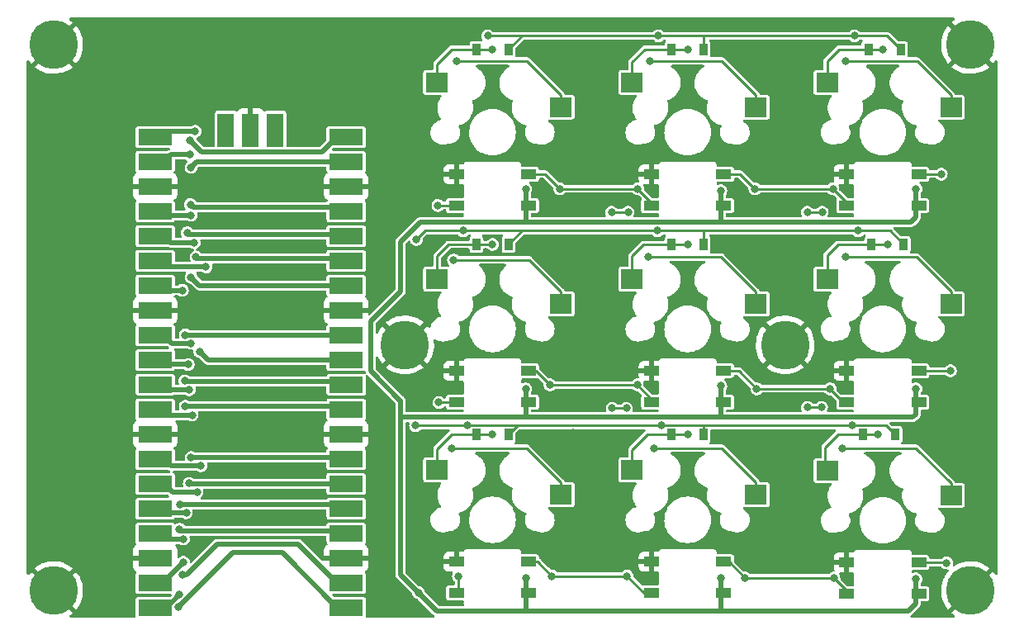
<source format=gtl>
%TF.GenerationSoftware,KiCad,Pcbnew,6.0.4-6f826c9f35~116~ubuntu20.04.1*%
%TF.CreationDate,2022-10-29T14:33:55+02:00*%
%TF.ProjectId,SofleTestBoard,536f666c-6554-4657-9374-426f6172642e,rev?*%
%TF.SameCoordinates,Original*%
%TF.FileFunction,Copper,L1,Top*%
%TF.FilePolarity,Positive*%
%FSLAX46Y46*%
G04 Gerber Fmt 4.6, Leading zero omitted, Abs format (unit mm)*
G04 Created by KiCad (PCBNEW 6.0.4-6f826c9f35~116~ubuntu20.04.1) date 2022-10-29 14:33:55*
%MOMM*%
%LPD*%
G01*
G04 APERTURE LIST*
%TA.AperFunction,SMDPad,CuDef*%
%ADD10R,1.600000X1.000000*%
%TD*%
%TA.AperFunction,SMDPad,CuDef*%
%ADD11R,2.300000X2.000000*%
%TD*%
%TA.AperFunction,ComponentPad*%
%ADD12C,2.900000*%
%TD*%
%TA.AperFunction,ConnectorPad*%
%ADD13C,5.000000*%
%TD*%
%TA.AperFunction,SMDPad,CuDef*%
%ADD14R,0.900000X1.200000*%
%TD*%
%TA.AperFunction,SMDPad,CuDef*%
%ADD15R,3.500000X1.700000*%
%TD*%
%TA.AperFunction,SMDPad,CuDef*%
%ADD16R,1.700000X3.500000*%
%TD*%
%TA.AperFunction,ViaPad*%
%ADD17C,0.800000*%
%TD*%
%TA.AperFunction,Conductor*%
%ADD18C,0.250000*%
%TD*%
%TA.AperFunction,Conductor*%
%ADD19C,0.500000*%
%TD*%
G04 APERTURE END LIST*
D10*
%TO.P,SW4,1,DOUT*%
%TO.N,/DOUT_R2*%
X125300000Y-85669999D03*
%TO.P,SW4,2,VSS*%
%TO.N,GND*%
X125300000Y-82469999D03*
%TO.P,SW4,3,DIN*%
%TO.N,Net-(SW4-Pad3)*%
X132700000Y-82469999D03*
%TO.P,SW4,4,VDD*%
%TO.N,VBUS*%
X132700000Y-85669999D03*
D11*
%TO.P,SW4,5*%
%TO.N,/COL0*%
X136000000Y-75589999D03*
%TO.P,SW4,6*%
%TO.N,Net-(D4-Pad2)*%
X123300000Y-73049999D03*
%TD*%
D10*
%TO.P,SW5,1,DOUT*%
%TO.N,Net-(SW4-Pad3)*%
X145300000Y-85669999D03*
%TO.P,SW5,2,VSS*%
%TO.N,GND*%
X145300000Y-82469999D03*
%TO.P,SW5,3,DIN*%
%TO.N,Net-(SW5-Pad3)*%
X152700000Y-82469999D03*
%TO.P,SW5,4,VDD*%
%TO.N,VBUS*%
X152700000Y-85669999D03*
D11*
%TO.P,SW5,5*%
%TO.N,/COL1*%
X156000000Y-75589999D03*
%TO.P,SW5,6*%
%TO.N,Net-(D5-Pad2)*%
X143300000Y-73049999D03*
%TD*%
D10*
%TO.P,SW1,1,DOUT*%
%TO.N,/DOUT_R1*%
X125300000Y-65500000D03*
%TO.P,SW1,2,VSS*%
%TO.N,GND*%
X125300000Y-62300000D03*
%TO.P,SW1,3,DIN*%
%TO.N,Net-(SW1-Pad3)*%
X132700000Y-62300000D03*
%TO.P,SW1,4,VDD*%
%TO.N,VBUS*%
X132700000Y-65500000D03*
D11*
%TO.P,SW1,5*%
%TO.N,/COL0*%
X136000000Y-55420000D03*
%TO.P,SW1,6*%
%TO.N,Net-(D1-Pad2)*%
X123300000Y-52880000D03*
%TD*%
D10*
%TO.P,SW9,1,DOUT*%
%TO.N,Net-(SW8-Pad3)*%
X165300000Y-105300000D03*
%TO.P,SW9,2,VSS*%
%TO.N,GND*%
X165300000Y-102100000D03*
%TO.P,SW9,3,DIN*%
%TO.N,/DOUT_R2*%
X172700000Y-102100000D03*
%TO.P,SW9,4,VDD*%
%TO.N,VBUS*%
X172700000Y-105300000D03*
D11*
%TO.P,SW9,5*%
%TO.N,/COL2*%
X176000000Y-95220000D03*
%TO.P,SW9,6*%
%TO.N,Net-(D9-Pad2)*%
X163300000Y-92680000D03*
%TD*%
D10*
%TO.P,SW3,1,DOUT*%
%TO.N,Net-(SW2-Pad3)*%
X165300000Y-65500000D03*
%TO.P,SW3,2,VSS*%
%TO.N,GND*%
X165300000Y-62300000D03*
%TO.P,SW3,3,DIN*%
%TO.N,/DOUT_R0*%
X172700000Y-62300000D03*
%TO.P,SW3,4,VDD*%
%TO.N,VBUS*%
X172700000Y-65500000D03*
D11*
%TO.P,SW3,5*%
%TO.N,/COL2*%
X176000000Y-55420000D03*
%TO.P,SW3,6*%
%TO.N,Net-(D3-Pad2)*%
X163300000Y-52880000D03*
%TD*%
D10*
%TO.P,SW6,1,DOUT*%
%TO.N,Net-(SW5-Pad3)*%
X165300000Y-85669999D03*
%TO.P,SW6,2,VSS*%
%TO.N,GND*%
X165300000Y-82469999D03*
%TO.P,SW6,3,DIN*%
%TO.N,/DOUT_R1*%
X172700000Y-82469999D03*
%TO.P,SW6,4,VDD*%
%TO.N,VBUS*%
X172700000Y-85669999D03*
D11*
%TO.P,SW6,5*%
%TO.N,/COL2*%
X176000000Y-75589999D03*
%TO.P,SW6,6*%
%TO.N,Net-(D6-Pad2)*%
X163300000Y-73049999D03*
%TD*%
D10*
%TO.P,SW7,1,DOUT*%
%TO.N,/DOUT_R3*%
X125300000Y-105234999D03*
%TO.P,SW7,2,VSS*%
%TO.N,GND*%
X125300000Y-102034999D03*
%TO.P,SW7,3,DIN*%
%TO.N,Net-(SW7-Pad3)*%
X132700000Y-102034999D03*
%TO.P,SW7,4,VDD*%
%TO.N,VBUS*%
X132700000Y-105234999D03*
D11*
%TO.P,SW7,5*%
%TO.N,/COL0*%
X136000000Y-95154999D03*
%TO.P,SW7,6*%
%TO.N,Net-(D7-Pad2)*%
X123300000Y-92614999D03*
%TD*%
D10*
%TO.P,SW2,1,DOUT*%
%TO.N,Net-(SW1-Pad3)*%
X145300000Y-65500000D03*
%TO.P,SW2,2,VSS*%
%TO.N,GND*%
X145300000Y-62300000D03*
%TO.P,SW2,3,DIN*%
%TO.N,Net-(SW2-Pad3)*%
X152700000Y-62300000D03*
%TO.P,SW2,4,VDD*%
%TO.N,VBUS*%
X152700000Y-65500000D03*
D11*
%TO.P,SW2,5*%
%TO.N,/COL1*%
X156000000Y-55420000D03*
%TO.P,SW2,6*%
%TO.N,Net-(D2-Pad2)*%
X143300000Y-52880000D03*
%TD*%
D10*
%TO.P,SW8,1,DOUT*%
%TO.N,Net-(SW7-Pad3)*%
X145300000Y-105234999D03*
%TO.P,SW8,2,VSS*%
%TO.N,GND*%
X145300000Y-102034999D03*
%TO.P,SW8,3,DIN*%
%TO.N,Net-(SW8-Pad3)*%
X152700000Y-102034999D03*
%TO.P,SW8,4,VDD*%
%TO.N,VBUS*%
X152700000Y-105234999D03*
D11*
%TO.P,SW8,5*%
%TO.N,/COL1*%
X156000000Y-95154999D03*
%TO.P,SW8,6*%
%TO.N,Net-(D8-Pad2)*%
X143300000Y-92614999D03*
%TD*%
D12*
%TO.P,H5,1,1*%
%TO.N,GND*%
X159000000Y-79800000D03*
D13*
X159000000Y-79800000D03*
%TD*%
D14*
%TO.P,D4,1,K*%
%TO.N,/ROW1*%
X130650000Y-69500000D03*
%TO.P,D4,2,A*%
%TO.N,Net-(D4-Pad2)*%
X127350000Y-69500000D03*
%TD*%
%TO.P,D7,1,K*%
%TO.N,/ROW2*%
X130650000Y-89000000D03*
%TO.P,D7,2,A*%
%TO.N,Net-(D7-Pad2)*%
X127350000Y-89000000D03*
%TD*%
D13*
%TO.P,H4,1,1*%
%TO.N,GND*%
X84000000Y-105000000D03*
D12*
X84000000Y-105000000D03*
%TD*%
D14*
%TO.P,D1,1,K*%
%TO.N,/ROW0*%
X130650000Y-49500000D03*
%TO.P,D1,2,A*%
%TO.N,Net-(D1-Pad2)*%
X127350000Y-49500000D03*
%TD*%
D15*
%TO.P,U1,1,GPIO0*%
%TO.N,unconnected-(U1-Pad1)*%
X113990000Y-106730000D03*
%TO.P,U1,2,GPIO1*%
%TO.N,unconnected-(U1-Pad2)*%
X113990000Y-104190000D03*
%TO.P,U1,3,GND*%
%TO.N,GND*%
X113990000Y-101650000D03*
%TO.P,U1,4,GPIO2*%
%TO.N,unconnected-(U1-Pad4)*%
X113990000Y-99110000D03*
%TO.P,U1,5,GPIO3*%
%TO.N,unconnected-(U1-Pad5)*%
X113990000Y-96570000D03*
%TO.P,U1,6,GPIO4*%
%TO.N,unconnected-(U1-Pad6)*%
X113990000Y-94030000D03*
%TO.P,U1,7,GPIO5*%
%TO.N,unconnected-(U1-Pad7)*%
X113990000Y-91490000D03*
%TO.P,U1,8,GND*%
%TO.N,GND*%
X113990000Y-88950000D03*
%TO.P,U1,9,GPIO6*%
%TO.N,unconnected-(U1-Pad9)*%
X113990000Y-86410000D03*
%TO.P,U1,10,GPIO7*%
%TO.N,unconnected-(U1-Pad10)*%
X113990000Y-83870000D03*
%TO.P,U1,11,GPIO8*%
%TO.N,unconnected-(U1-Pad11)*%
X113990000Y-81330000D03*
%TO.P,U1,12,GPIO9*%
%TO.N,unconnected-(U1-Pad12)*%
X113990000Y-78790000D03*
%TO.P,U1,13,GND*%
%TO.N,GND*%
X113990000Y-76250000D03*
%TO.P,U1,14,GPIO10*%
%TO.N,unconnected-(U1-Pad14)*%
X113990000Y-73710000D03*
%TO.P,U1,15,GPIO11*%
%TO.N,unconnected-(U1-Pad15)*%
X113990000Y-71170000D03*
%TO.P,U1,16,GPIO12*%
%TO.N,unconnected-(U1-Pad16)*%
X113990000Y-68630000D03*
%TO.P,U1,17,GPIO13*%
%TO.N,unconnected-(U1-Pad17)*%
X113990000Y-66090000D03*
%TO.P,U1,18,GND*%
%TO.N,GND*%
X113990000Y-63550000D03*
%TO.P,U1,19,GPIO14*%
%TO.N,unconnected-(U1-Pad19)*%
X113990000Y-61010000D03*
%TO.P,U1,20,GPIO15*%
%TO.N,unconnected-(U1-Pad20)*%
X113990000Y-58470000D03*
%TO.P,U1,21,GPIO16*%
%TO.N,/COL2*%
X94410000Y-58470000D03*
%TO.P,U1,22,GPIO17*%
%TO.N,/COL1*%
X94410000Y-61010000D03*
%TO.P,U1,23,GND*%
%TO.N,GND*%
X94410000Y-63550000D03*
%TO.P,U1,24,GPIO18*%
%TO.N,/ROW0*%
X94410000Y-66090000D03*
%TO.P,U1,25,GPIO19*%
%TO.N,/COL0*%
X94410000Y-68630000D03*
%TO.P,U1,26,GPIO20*%
%TO.N,/ROW1*%
X94410000Y-71170000D03*
%TO.P,U1,27,GPIO21*%
%TO.N,unconnected-(U1-Pad27)*%
X94410000Y-73710000D03*
%TO.P,U1,28,GND*%
%TO.N,GND*%
X94410000Y-76250000D03*
%TO.P,U1,29,GPIO22*%
%TO.N,unconnected-(U1-Pad29)*%
X94410000Y-78790000D03*
%TO.P,U1,30,RUN*%
%TO.N,unconnected-(U1-Pad30)*%
X94410000Y-81330000D03*
%TO.P,U1,31,GPIO26_ADC0*%
%TO.N,unconnected-(U1-Pad31)*%
X94410000Y-83870000D03*
%TO.P,U1,32,GPIO27_ADC1*%
%TO.N,/ROW2*%
X94410000Y-86410000D03*
%TO.P,U1,33,AGND*%
%TO.N,GND*%
X94410000Y-88950000D03*
%TO.P,U1,34,GPIO28_ADC2*%
%TO.N,unconnected-(U1-Pad34)*%
X94410000Y-91490000D03*
%TO.P,U1,35,ADC_VREF*%
%TO.N,unconnected-(U1-Pad35)*%
X94410000Y-94030000D03*
%TO.P,U1,36,3V3*%
%TO.N,unconnected-(U1-Pad36)*%
X94410000Y-96570000D03*
%TO.P,U1,37,3V3_EN*%
%TO.N,unconnected-(U1-Pad37)*%
X94410000Y-99110000D03*
%TO.P,U1,38,GND*%
%TO.N,GND*%
X94410000Y-101650000D03*
%TO.P,U1,39,VSYS*%
%TO.N,unconnected-(U1-Pad39)*%
X94410000Y-104190000D03*
%TO.P,U1,40,VBUS*%
%TO.N,VBUS*%
X94410000Y-106730000D03*
D16*
%TO.P,U1,41,SWCLK*%
%TO.N,unconnected-(U1-Pad41)*%
X106740000Y-57800000D03*
%TO.P,U1,42,GND*%
%TO.N,GND*%
X104200000Y-57800000D03*
%TO.P,U1,43,SWDIO*%
%TO.N,unconnected-(U1-Pad43)*%
X101660000Y-57800000D03*
%TD*%
D14*
%TO.P,D5,1,K*%
%TO.N,/ROW1*%
X150650000Y-69500000D03*
%TO.P,D5,2,A*%
%TO.N,Net-(D5-Pad2)*%
X147350000Y-69500000D03*
%TD*%
%TO.P,D2,1,K*%
%TO.N,/ROW0*%
X150650000Y-49500000D03*
%TO.P,D2,2,A*%
%TO.N,Net-(D2-Pad2)*%
X147350000Y-49500000D03*
%TD*%
%TO.P,D9,1,K*%
%TO.N,/ROW2*%
X170300000Y-89000000D03*
%TO.P,D9,2,A*%
%TO.N,Net-(D9-Pad2)*%
X167000000Y-89000000D03*
%TD*%
D12*
%TO.P,H1,1,1*%
%TO.N,GND*%
X84000000Y-49000000D03*
D13*
X84000000Y-49000000D03*
%TD*%
D14*
%TO.P,D3,1,K*%
%TO.N,/ROW0*%
X170850000Y-49500000D03*
%TO.P,D3,2,A*%
%TO.N,Net-(D3-Pad2)*%
X167550000Y-49500000D03*
%TD*%
D12*
%TO.P,H6,1,1*%
%TO.N,GND*%
X120000000Y-79800000D03*
D13*
X120000000Y-79800000D03*
%TD*%
D12*
%TO.P,H3,1,1*%
%TO.N,GND*%
X178000000Y-105000000D03*
D13*
X178000000Y-105000000D03*
%TD*%
D14*
%TO.P,D6,1,K*%
%TO.N,/ROW1*%
X171150000Y-69500000D03*
%TO.P,D6,2,A*%
%TO.N,Net-(D6-Pad2)*%
X167850000Y-69500000D03*
%TD*%
D13*
%TO.P,H2,1,1*%
%TO.N,GND*%
X178000000Y-49000000D03*
D12*
X178000000Y-49000000D03*
%TD*%
D14*
%TO.P,D8,1,K*%
%TO.N,/ROW2*%
X150650000Y-89000000D03*
%TO.P,D8,2,A*%
%TO.N,Net-(D8-Pad2)*%
X147350000Y-89000000D03*
%TD*%
D17*
%TO.N,/ROW0*%
X98100000Y-66500000D03*
X166100000Y-48100000D03*
X146000000Y-48100000D03*
X128500000Y-48099989D03*
%TO.N,Net-(D1-Pad2)*%
X129000000Y-49500000D03*
%TO.N,Net-(D2-Pad2)*%
X149000000Y-49500000D03*
%TO.N,Net-(D3-Pad2)*%
X169000000Y-49500000D03*
%TO.N,/ROW1*%
X121200000Y-69000000D03*
X145900000Y-68100000D03*
X166500000Y-68100000D03*
X99600000Y-71800000D03*
X126000000Y-68100000D03*
%TO.N,Net-(D4-Pad2)*%
X129000000Y-69500000D03*
%TO.N,Net-(D5-Pad2)*%
X149000000Y-69500000D03*
%TO.N,Net-(D6-Pad2)*%
X169500000Y-69500000D03*
%TO.N,/ROW2*%
X98200000Y-87000000D03*
X165875489Y-88075489D03*
X146324511Y-88075489D03*
X126404828Y-88062056D03*
X121100000Y-88075489D03*
%TO.N,Net-(D7-Pad2)*%
X129000000Y-89000000D03*
%TO.N,Net-(D8-Pad2)*%
X149000000Y-89000000D03*
%TO.N,Net-(D9-Pad2)*%
X168500000Y-89000000D03*
%TO.N,GND*%
X140800000Y-80700000D03*
X146000000Y-100000000D03*
X166500000Y-60000000D03*
X160700000Y-62400000D03*
X122800000Y-69200000D03*
X132000000Y-100000000D03*
X120900000Y-89900000D03*
X161000000Y-89500000D03*
X137300000Y-88800000D03*
X160500000Y-69500000D03*
X160100000Y-85100000D03*
X166500000Y-100000000D03*
X138100000Y-85000000D03*
X141400000Y-51700000D03*
X131300000Y-59900000D03*
X141000000Y-89500000D03*
X167000000Y-80500000D03*
X135000000Y-89500000D03*
X135400000Y-66100000D03*
X171000000Y-80500000D03*
X155000000Y-69500000D03*
X140500000Y-62300000D03*
X152400000Y-60000000D03*
X163000000Y-80000000D03*
X143000000Y-69000000D03*
X169100000Y-94100000D03*
X139000000Y-55400000D03*
X126500000Y-100000000D03*
X151500000Y-100000000D03*
X143000000Y-60000000D03*
X155700000Y-66200000D03*
X153800000Y-83500000D03*
X125100000Y-84100000D03*
X162900000Y-89000000D03*
X123000000Y-82000000D03*
X143100000Y-89000000D03*
X151500000Y-80500000D03*
X134500000Y-69000000D03*
X158900000Y-56700000D03*
X146500000Y-60000000D03*
X171000000Y-100000000D03*
X157500000Y-83000000D03*
X146500000Y-80500000D03*
X160800000Y-83100000D03*
X165400000Y-84000000D03*
X160100000Y-64700000D03*
X120600000Y-50200000D03*
X155000000Y-89000000D03*
X140700000Y-64900000D03*
X157000000Y-62300000D03*
X120300000Y-66100000D03*
X138300000Y-82800000D03*
X134500000Y-85900000D03*
X143000000Y-80500000D03*
X156100000Y-86000000D03*
X141000000Y-84800000D03*
X145500000Y-84100000D03*
X163000000Y-69000000D03*
X163000000Y-60000000D03*
X126000000Y-60000000D03*
X123500000Y-60500000D03*
X137000000Y-62100000D03*
X126500000Y-80500000D03*
X143700000Y-85300000D03*
X159000000Y-95000000D03*
X140500000Y-69500000D03*
X131200000Y-80500000D03*
X139200000Y-49100000D03*
X123200000Y-89000000D03*
X158800000Y-75700000D03*
X157300000Y-89000000D03*
X176000000Y-87000000D03*
X120400000Y-58000000D03*
X121000000Y-83800000D03*
%TO.N,VBUS*%
X172400000Y-103800000D03*
X132400000Y-63800000D03*
X132400000Y-103700000D03*
X152400000Y-103700000D03*
X172400000Y-84300000D03*
X96900000Y-105400000D03*
X172400000Y-63800000D03*
X152400000Y-64000000D03*
X121400000Y-105200000D03*
X152400000Y-84000000D03*
X132400000Y-84300000D03*
%TO.N,/COL0*%
X124800000Y-90400000D03*
X125300000Y-50700000D03*
X98400000Y-69300000D03*
X125000000Y-71100000D03*
%TO.N,/DOUT_R0*%
X175000000Y-62300000D03*
%TO.N,/COL1*%
X145600000Y-90400000D03*
X145000000Y-70800000D03*
X98000000Y-60300000D03*
X145100000Y-50700000D03*
%TO.N,/DOUT_R1*%
X175950000Y-82450000D03*
X141200000Y-66200000D03*
X142900000Y-66200000D03*
X161275500Y-66200000D03*
X123400000Y-65500000D03*
X162800000Y-66200000D03*
%TO.N,/COL2*%
X98500000Y-57900000D03*
X165200000Y-70800000D03*
X165200000Y-50700000D03*
X164900000Y-90400000D03*
%TO.N,/DOUT_R2*%
X123500000Y-85700000D03*
X161275500Y-86200000D03*
X175550000Y-102150000D03*
X142724500Y-86300000D03*
X141275500Y-86300000D03*
X162724500Y-86200000D03*
%TO.N,/DOUT_R3*%
X125500000Y-103500000D03*
%TO.N,unconnected-(U1-Pad1)*%
X96830439Y-106670937D03*
%TO.N,unconnected-(U1-Pad2)*%
X97250688Y-103350688D03*
%TO.N,unconnected-(U1-Pad4)*%
X96900000Y-98700000D03*
%TO.N,unconnected-(U1-Pad5)*%
X96949532Y-96150500D03*
%TO.N,unconnected-(U1-Pad6)*%
X97900000Y-94000000D03*
%TO.N,unconnected-(U1-Pad7)*%
X98100000Y-91350500D03*
%TO.N,unconnected-(U1-Pad9)*%
X97500000Y-86100000D03*
%TO.N,unconnected-(U1-Pad10)*%
X97452698Y-83506174D03*
%TO.N,unconnected-(U1-Pad11)*%
X98998519Y-80480500D03*
%TO.N,unconnected-(U1-Pad12)*%
X97500000Y-78781500D03*
%TO.N,unconnected-(U1-Pad14)*%
X98100000Y-72860500D03*
%TO.N,unconnected-(U1-Pad15)*%
X98600000Y-70800000D03*
%TO.N,unconnected-(U1-Pad17)*%
X98025227Y-65392400D03*
%TO.N,unconnected-(U1-Pad19)*%
X98094649Y-61596025D03*
%TO.N,unconnected-(U1-Pad20)*%
X98000000Y-58800000D03*
%TO.N,unconnected-(U1-Pad27)*%
X97200000Y-74200000D03*
%TO.N,unconnected-(U1-Pad29)*%
X98100000Y-79631000D03*
%TO.N,unconnected-(U1-Pad30)*%
X97800000Y-81800000D03*
%TO.N,unconnected-(U1-Pad31)*%
X97900000Y-84400000D03*
%TO.N,unconnected-(U1-Pad34)*%
X99100000Y-92200000D03*
%TO.N,unconnected-(U1-Pad35)*%
X98700000Y-94900000D03*
%TO.N,unconnected-(U1-Pad36)*%
X97600000Y-97000000D03*
%TO.N,unconnected-(U1-Pad37)*%
X97300000Y-99700000D03*
%TO.N,unconnected-(U1-Pad39)*%
X97300000Y-102100000D03*
%TO.N,Net-(SW8-Pad3)*%
X164000000Y-103700000D03*
X154900000Y-103700000D03*
%TO.N,Net-(SW1-Pad3)*%
X143900000Y-63800000D03*
X135900000Y-63800000D03*
%TO.N,Net-(SW2-Pad3)*%
X155900000Y-63800000D03*
X163900000Y-63800000D03*
%TO.N,Net-(SW5-Pad3)*%
X163600000Y-84300000D03*
X156100000Y-84300000D03*
%TO.N,Net-(SW4-Pad3)*%
X134900000Y-83900000D03*
X143830001Y-83900000D03*
%TO.N,Net-(SW7-Pad3)*%
X142800000Y-103500000D03*
X135100000Y-103500000D03*
%TO.N,unconnected-(U1-Pad16)*%
X97700000Y-68300000D03*
%TD*%
D18*
%TO.N,/DOUT_R2*%
X123530001Y-85669999D02*
X125600000Y-85669999D01*
X123500000Y-85700000D02*
X123530001Y-85669999D01*
%TO.N,/ROW0*%
X150650000Y-48150000D02*
X150700000Y-48100000D01*
X169450000Y-48100000D02*
X166100000Y-48100000D01*
X150700000Y-48100000D02*
X146000000Y-48100000D01*
D19*
X98100000Y-66500000D02*
X95720000Y-66500000D01*
X95720000Y-66500000D02*
X95310000Y-66090000D01*
D18*
X150650000Y-49500000D02*
X150650000Y-48150000D01*
X166100000Y-48100000D02*
X150700000Y-48100000D01*
X170850000Y-49500000D02*
X169450000Y-48100000D01*
X132050000Y-48100000D02*
X130650000Y-49500000D01*
X132050000Y-48100000D02*
X128500011Y-48100000D01*
X146000000Y-48100000D02*
X132050000Y-48100000D01*
%TO.N,Net-(D1-Pad2)*%
X127350000Y-49500000D02*
X129000000Y-49500000D01*
X123300000Y-51000000D02*
X124800000Y-49500000D01*
X123300000Y-52880000D02*
X123300000Y-51000000D01*
X124800000Y-49500000D02*
X127350000Y-49500000D01*
%TO.N,Net-(D2-Pad2)*%
X147350000Y-49500000D02*
X149000000Y-49500000D01*
X143300000Y-52880000D02*
X143300000Y-50800000D01*
X143300000Y-50800000D02*
X144600000Y-49500000D01*
X144600000Y-49500000D02*
X147350000Y-49500000D01*
%TO.N,Net-(D3-Pad2)*%
X167550000Y-49500000D02*
X169000000Y-49500000D01*
X163300000Y-52880000D02*
X163300000Y-50700000D01*
X163300000Y-50700000D02*
X164500000Y-49500000D01*
X164500000Y-49500000D02*
X167550000Y-49500000D01*
%TO.N,/ROW1*%
X166500000Y-68100000D02*
X169750000Y-68100000D01*
X132200000Y-68100000D02*
X145900000Y-68100000D01*
X150650000Y-69500000D02*
X150650000Y-68150000D01*
X130650000Y-69500000D02*
X132050000Y-68100000D01*
D19*
X99600000Y-71800000D02*
X95940000Y-71800000D01*
D18*
X145900000Y-68100000D02*
X150700000Y-68100000D01*
X126000000Y-68100000D02*
X122100000Y-68100000D01*
X169750000Y-68100000D02*
X171150000Y-69500000D01*
X132200000Y-68100000D02*
X126000000Y-68100000D01*
X150650000Y-68150000D02*
X150700000Y-68100000D01*
X122100000Y-68100000D02*
X121200000Y-69000000D01*
X150700000Y-68100000D02*
X166500000Y-68100000D01*
D19*
X95940000Y-71800000D02*
X95310000Y-71170000D01*
D18*
X132050000Y-68100000D02*
X132200000Y-68100000D01*
%TO.N,Net-(D4-Pad2)*%
X127350000Y-69500000D02*
X129000000Y-69500000D01*
X123300000Y-70700000D02*
X124500000Y-69500000D01*
X124500000Y-69500000D02*
X127350000Y-69500000D01*
X123300000Y-73049999D02*
X123300000Y-70700000D01*
%TO.N,Net-(D5-Pad2)*%
X147350000Y-69500000D02*
X149000000Y-69500000D01*
X143300000Y-70700000D02*
X144500000Y-69500000D01*
X143300000Y-73049999D02*
X143300000Y-70700000D01*
X144500000Y-69500000D02*
X147350000Y-69500000D01*
%TO.N,Net-(D6-Pad2)*%
X163300000Y-70600000D02*
X164400000Y-69500000D01*
X163300000Y-73049999D02*
X163300000Y-70600000D01*
X167850000Y-69500000D02*
X169500000Y-69500000D01*
X164400000Y-69500000D02*
X167850000Y-69500000D01*
%TO.N,/ROW2*%
X150650000Y-88150000D02*
X150724511Y-88075489D01*
X131574511Y-88075489D02*
X146324511Y-88075489D01*
X169375489Y-88075489D02*
X170300000Y-89000000D01*
X150724511Y-88075489D02*
X165875489Y-88075489D01*
X130650000Y-89000000D02*
X131574511Y-88075489D01*
D19*
X95900000Y-87000000D02*
X95310000Y-86410000D01*
D18*
X150650000Y-89000000D02*
X150650000Y-88150000D01*
X146324511Y-88075489D02*
X150724511Y-88075489D01*
X165875489Y-88075489D02*
X169375489Y-88075489D01*
D19*
X98200000Y-87000000D02*
X95900000Y-87000000D01*
D18*
X131574511Y-88075489D02*
X121100000Y-88075489D01*
%TO.N,Net-(D7-Pad2)*%
X127350000Y-89000000D02*
X129000000Y-89000000D01*
X123300000Y-90500000D02*
X124800000Y-89000000D01*
X123300000Y-92614999D02*
X123300000Y-90500000D01*
X124800000Y-89000000D02*
X127350000Y-89000000D01*
%TO.N,Net-(D8-Pad2)*%
X144857499Y-89000000D02*
X147350000Y-89000000D01*
X143300000Y-90557499D02*
X144857499Y-89000000D01*
X143300000Y-92614999D02*
X143300000Y-90557499D01*
X147350000Y-89000000D02*
X149000000Y-89000000D01*
%TO.N,Net-(D9-Pad2)*%
X163110000Y-92614999D02*
X163110000Y-90290000D01*
X167000000Y-89000000D02*
X168500000Y-89000000D01*
X164400000Y-89000000D02*
X167000000Y-89000000D01*
X163110000Y-90290000D02*
X164400000Y-89000000D01*
D19*
%TO.N,GND*%
X95360000Y-76200000D02*
X95310000Y-76250000D01*
%TO.N,VBUS*%
X152400000Y-85669999D02*
X152400000Y-87200000D01*
X132400000Y-103700000D02*
X132400000Y-105234999D01*
X121587507Y-67200000D02*
X119550000Y-69237507D01*
X152500000Y-67200000D02*
X171900000Y-67200000D01*
X171600000Y-107100000D02*
X172400000Y-106300000D01*
X152400000Y-87200000D02*
X172100000Y-87200000D01*
X152400000Y-107100000D02*
X171600000Y-107100000D01*
X119550000Y-103350000D02*
X121400000Y-105200000D01*
X132400000Y-65500000D02*
X132400000Y-67100000D01*
X172400000Y-66700000D02*
X172400000Y-65500000D01*
X119550000Y-87200000D02*
X132500000Y-87200000D01*
X152400000Y-67100000D02*
X152500000Y-67200000D01*
X152400000Y-65500000D02*
X152400000Y-67100000D01*
X132500000Y-67200000D02*
X152500000Y-67200000D01*
X152400000Y-65500000D02*
X152400000Y-64000000D01*
X96900000Y-105400000D02*
X95570000Y-106730000D01*
X172100000Y-87200000D02*
X172400000Y-86900000D01*
X132400000Y-85669999D02*
X132400000Y-84300000D01*
X132500000Y-87200000D02*
X152400000Y-87200000D01*
X119550000Y-69237507D02*
X119550000Y-74350000D01*
X123300000Y-107100000D02*
X132200000Y-107100000D01*
X132400000Y-105234999D02*
X132400000Y-106900000D01*
X152400000Y-84000000D02*
X152400000Y-85669999D01*
X172400000Y-106300000D02*
X172400000Y-105300000D01*
X132400000Y-63800000D02*
X132400000Y-65500000D01*
X132400000Y-85669999D02*
X132400000Y-87100000D01*
X152400000Y-105234999D02*
X152400000Y-103700000D01*
X95570000Y-106730000D02*
X95310000Y-106730000D01*
X152400000Y-105234999D02*
X152400000Y-107100000D01*
X122500000Y-67200000D02*
X132500000Y-67200000D01*
X122800000Y-67200000D02*
X121587507Y-67200000D01*
X116500000Y-77400000D02*
X116500000Y-82450000D01*
X172400000Y-63800000D02*
X172400000Y-65500000D01*
X119550000Y-85500000D02*
X119550000Y-103350000D01*
X171900000Y-67200000D02*
X172400000Y-66700000D01*
X172400000Y-85669999D02*
X172400000Y-84300000D01*
X172400000Y-86900000D02*
X172400000Y-85669999D01*
X172400000Y-103800000D02*
X172400000Y-105300000D01*
X132200000Y-107100000D02*
X152400000Y-107100000D01*
X132400000Y-106900000D02*
X132200000Y-107100000D01*
X116500000Y-82450000D02*
X119600000Y-85550000D01*
X119550000Y-74350000D02*
X116500000Y-77400000D01*
X121400000Y-105200000D02*
X123300000Y-107100000D01*
X132400000Y-67100000D02*
X132500000Y-67200000D01*
X132400000Y-87100000D02*
X132500000Y-87200000D01*
D18*
%TO.N,/COL0*%
X132530000Y-50700000D02*
X125300000Y-50700000D01*
X132760001Y-71100000D02*
X125000000Y-71100000D01*
D19*
X95980000Y-69300000D02*
X95310000Y-68630000D01*
D18*
X132495001Y-90400000D02*
X124800000Y-90400000D01*
X136000000Y-74339999D02*
X132760001Y-71100000D01*
X136000000Y-75589999D02*
X136000000Y-74339999D01*
D19*
X98400000Y-69300000D02*
X95980000Y-69300000D01*
D18*
X136000000Y-95154999D02*
X136000000Y-93904999D01*
X136000000Y-55420000D02*
X136000000Y-54170000D01*
X136000000Y-93904999D02*
X132495001Y-90400000D01*
X136000000Y-54170000D02*
X132530000Y-50700000D01*
%TO.N,/DOUT_R0*%
X175000000Y-62300000D02*
X172400000Y-62300000D01*
%TO.N,/COL1*%
X156000000Y-75589999D02*
X156000000Y-74339999D01*
X152530000Y-50700000D02*
X145100000Y-50700000D01*
X156000000Y-54170000D02*
X152530000Y-50700000D01*
X152460001Y-70800000D02*
X145000000Y-70800000D01*
D19*
X96020000Y-60300000D02*
X95310000Y-61010000D01*
D18*
X156000000Y-93904999D02*
X152495001Y-90400000D01*
D19*
X98000000Y-60300000D02*
X96020000Y-60300000D01*
D18*
X156000000Y-95154999D02*
X156000000Y-93904999D01*
X152495001Y-90400000D02*
X145600000Y-90400000D01*
X156000000Y-55420000D02*
X156000000Y-54170000D01*
X156000000Y-74339999D02*
X152460001Y-70800000D01*
%TO.N,/DOUT_R1*%
X161275500Y-66200000D02*
X162800000Y-66200000D01*
X125600000Y-65500000D02*
X123400000Y-65500000D01*
X175930001Y-82469999D02*
X175950000Y-82450000D01*
X141200000Y-66200000D02*
X142900000Y-66200000D01*
X172400000Y-82469999D02*
X175930001Y-82469999D01*
%TO.N,/COL2*%
X176000000Y-93970000D02*
X172430000Y-90400000D01*
X176000000Y-55420000D02*
X176000000Y-54170000D01*
X176000000Y-74339999D02*
X172460001Y-70800000D01*
X176000000Y-54170000D02*
X172530000Y-50700000D01*
X172430000Y-90400000D02*
X164900000Y-90400000D01*
D19*
X95880000Y-57900000D02*
X95310000Y-58470000D01*
D18*
X176000000Y-75589999D02*
X176000000Y-74339999D01*
D19*
X98500000Y-57900000D02*
X95880000Y-57900000D01*
D18*
X176000000Y-95220000D02*
X176000000Y-93970000D01*
X172530000Y-50700000D02*
X165200000Y-50700000D01*
X172460001Y-70800000D02*
X165200000Y-70800000D01*
%TO.N,/DOUT_R2*%
X161275500Y-86200000D02*
X162724500Y-86200000D01*
X141275500Y-86300000D02*
X142724500Y-86300000D01*
X172400000Y-102100000D02*
X175500000Y-102100000D01*
X175500000Y-102100000D02*
X175550000Y-102150000D01*
%TO.N,/DOUT_R3*%
X125500000Y-103500000D02*
X125500000Y-105134999D01*
D19*
%TO.N,unconnected-(U1-Pad1)*%
X107460000Y-101100000D02*
X113090000Y-106730000D01*
X96830439Y-106670937D02*
X97749511Y-105751865D01*
X106125228Y-101100000D02*
X107460000Y-101100000D01*
X102364772Y-101100000D02*
X106100000Y-101100000D01*
X97749511Y-105751865D02*
X97749511Y-105715261D01*
X97749511Y-105715261D02*
X102364772Y-101100000D01*
%TO.N,unconnected-(U1-Pad2)*%
X97250688Y-103350688D02*
X97649312Y-103350688D01*
X97649312Y-103350688D02*
X100800000Y-100200000D01*
X109100000Y-100200000D02*
X113090000Y-104190000D01*
X100800000Y-100200000D02*
X109100000Y-100200000D01*
%TO.N,unconnected-(U1-Pad4)*%
X113090000Y-99110000D02*
X112830489Y-98850489D01*
X112830489Y-98850489D02*
X97050489Y-98850489D01*
X97050489Y-98850489D02*
X96900000Y-98700000D01*
%TO.N,unconnected-(U1-Pad5)*%
X96949543Y-96150489D02*
X96949532Y-96150500D01*
X113090000Y-96570000D02*
X112670489Y-96150489D01*
X112670489Y-96150489D02*
X96949543Y-96150489D01*
%TO.N,unconnected-(U1-Pad6)*%
X113090000Y-94030000D02*
X97930000Y-94030000D01*
X97930000Y-94030000D02*
X97900000Y-94000000D01*
%TO.N,unconnected-(U1-Pad7)*%
X98100011Y-91350489D02*
X98100000Y-91350500D01*
X113090000Y-91490000D02*
X112950489Y-91350489D01*
X112950489Y-91350489D02*
X98100011Y-91350489D01*
%TO.N,unconnected-(U1-Pad9)*%
X112780000Y-86100000D02*
X97500000Y-86100000D01*
X113090000Y-86410000D02*
X112780000Y-86100000D01*
%TO.N,unconnected-(U1-Pad10)*%
X97497013Y-83550489D02*
X97452698Y-83506174D01*
X113090000Y-83870000D02*
X112770489Y-83550489D01*
X112770489Y-83550489D02*
X97497013Y-83550489D01*
%TO.N,unconnected-(U1-Pad11)*%
X99848019Y-81330000D02*
X98998519Y-80480500D01*
X113090000Y-81330000D02*
X99848019Y-81330000D01*
%TO.N,unconnected-(U1-Pad12)*%
X113081500Y-78781500D02*
X97500000Y-78781500D01*
X113090000Y-78790000D02*
X113081500Y-78781500D01*
%TO.N,unconnected-(U1-Pad14)*%
X98949500Y-73710000D02*
X98100000Y-72860500D01*
X113090000Y-73710000D02*
X98949500Y-73710000D01*
%TO.N,unconnected-(U1-Pad15)*%
X98750489Y-70950489D02*
X98600000Y-70800000D01*
X113090000Y-71170000D02*
X112870489Y-70950489D01*
X112870489Y-70950489D02*
X98750489Y-70950489D01*
%TO.N,unconnected-(U1-Pad17)*%
X112650489Y-65650489D02*
X98283316Y-65650489D01*
X98283316Y-65650489D02*
X98025227Y-65392400D01*
X113090000Y-66090000D02*
X112650489Y-65650489D01*
%TO.N,unconnected-(U1-Pad19)*%
X113090000Y-61010000D02*
X98680674Y-61010000D01*
X98680674Y-61010000D02*
X98094649Y-61596025D01*
%TO.N,unconnected-(U1-Pad20)*%
X111560489Y-59999511D02*
X99199511Y-59999511D01*
X99199511Y-59999511D02*
X98000000Y-58800000D01*
X113090000Y-58470000D02*
X111560489Y-59999511D01*
%TO.N,unconnected-(U1-Pad27)*%
X95800000Y-74200000D02*
X95310000Y-73710000D01*
X97200000Y-74200000D02*
X95800000Y-74200000D01*
%TO.N,unconnected-(U1-Pad29)*%
X96151000Y-79631000D02*
X95310000Y-78790000D01*
X98100000Y-79631000D02*
X96151000Y-79631000D01*
%TO.N,unconnected-(U1-Pad30)*%
X95780000Y-81800000D02*
X95310000Y-81330000D01*
X97800000Y-81800000D02*
X95780000Y-81800000D01*
%TO.N,unconnected-(U1-Pad31)*%
X97900000Y-84400000D02*
X95840000Y-84400000D01*
X95840000Y-84400000D02*
X95310000Y-83870000D01*
%TO.N,unconnected-(U1-Pad34)*%
X99100000Y-92200000D02*
X96020000Y-92200000D01*
X96020000Y-92200000D02*
X95310000Y-91490000D01*
%TO.N,unconnected-(U1-Pad35)*%
X98700000Y-94900000D02*
X96180000Y-94900000D01*
X96180000Y-94900000D02*
X95310000Y-94030000D01*
%TO.N,unconnected-(U1-Pad36)*%
X95740000Y-97000000D02*
X95310000Y-96570000D01*
X97600000Y-97000000D02*
X95740000Y-97000000D01*
%TO.N,unconnected-(U1-Pad37)*%
X95900000Y-99700000D02*
X95310000Y-99110000D01*
X97300000Y-99700000D02*
X95900000Y-99700000D01*
%TO.N,unconnected-(U1-Pad39)*%
X97300000Y-102100000D02*
X95310000Y-104090000D01*
X95310000Y-104090000D02*
X95310000Y-104190000D01*
D18*
%TO.N,Net-(SW8-Pad3)*%
X152400000Y-102034999D02*
X153234999Y-102034999D01*
X164000000Y-103700000D02*
X165600000Y-105300000D01*
X153234999Y-102034999D02*
X154900000Y-103700000D01*
X154900000Y-103700000D02*
X164000000Y-103700000D01*
%TO.N,Net-(SW1-Pad3)*%
X135900000Y-63800000D02*
X134400000Y-62300000D01*
X134400000Y-62300000D02*
X132400000Y-62300000D01*
X143900000Y-63800000D02*
X135900000Y-63800000D01*
X145600000Y-65500000D02*
X143900000Y-63800000D01*
%TO.N,Net-(SW2-Pad3)*%
X154400000Y-62300000D02*
X152400000Y-62300000D01*
X163900000Y-63800000D02*
X155900000Y-63800000D01*
X165600000Y-65500000D02*
X163900000Y-63800000D01*
X155900000Y-63800000D02*
X154400000Y-62300000D01*
%TO.N,Net-(SW5-Pad3)*%
X165600000Y-85669999D02*
X164969999Y-85669999D01*
X154269999Y-82469999D02*
X152400000Y-82469999D01*
X156100000Y-84300000D02*
X154269999Y-82469999D01*
X163600000Y-84300000D02*
X156100000Y-84300000D01*
X164969999Y-85669999D02*
X163600000Y-84300000D01*
%TO.N,Net-(SW4-Pad3)*%
X134900000Y-83900000D02*
X133469999Y-82469999D01*
X143830001Y-83900000D02*
X134900000Y-83900000D01*
X145600000Y-85669999D02*
X143830001Y-83900000D01*
X133469999Y-82469999D02*
X132400000Y-82469999D01*
%TO.N,Net-(SW7-Pad3)*%
X135100000Y-103500000D02*
X133634999Y-102034999D01*
X142800000Y-103500000D02*
X135100000Y-103500000D01*
X144534999Y-105234999D02*
X142800000Y-103500000D01*
X133634999Y-102034999D02*
X132400000Y-102034999D01*
X145600000Y-105234999D02*
X144534999Y-105234999D01*
D19*
%TO.N,unconnected-(U1-Pad16)*%
X113090000Y-68630000D02*
X112910489Y-68450489D01*
X112910489Y-68450489D02*
X97850489Y-68450489D01*
X97850489Y-68450489D02*
X97700000Y-68300000D01*
%TD*%
%TA.AperFunction,Conductor*%
%TO.N,GND*%
G36*
X176346126Y-46274502D02*
G01*
X176392619Y-46328158D01*
X176402723Y-46398432D01*
X176373229Y-46463012D01*
X176344961Y-46487237D01*
X176257654Y-46542005D01*
X176251731Y-46546214D01*
X176073601Y-46688923D01*
X176065132Y-46701048D01*
X176071527Y-46712316D01*
X177200270Y-47841060D01*
X177987190Y-48627980D01*
X178001131Y-48635592D01*
X178002966Y-48635461D01*
X178009580Y-48631210D01*
X179144099Y-47496691D01*
X179206411Y-47462665D01*
X179277226Y-47467730D01*
X179322289Y-47496691D01*
X179503309Y-47677711D01*
X179537335Y-47740023D01*
X179532270Y-47810838D01*
X179503309Y-47855901D01*
X178372022Y-48987188D01*
X178364408Y-49001132D01*
X178364539Y-49002965D01*
X178368790Y-49009580D01*
X180286268Y-50927057D01*
X180299622Y-50934349D01*
X180309594Y-50927295D01*
X180416641Y-50799267D01*
X180420957Y-50793456D01*
X180514188Y-50651525D01*
X180568306Y-50605571D01*
X180638677Y-50596170D01*
X180702960Y-50626307D01*
X180740745Y-50686414D01*
X180745500Y-50720702D01*
X180745500Y-103272043D01*
X180725498Y-103340164D01*
X180671842Y-103386657D01*
X180601568Y-103396761D01*
X180536988Y-103367267D01*
X180517953Y-103346637D01*
X180323774Y-103082295D01*
X180319166Y-103076726D01*
X180313830Y-103070984D01*
X180300178Y-103062866D01*
X180299570Y-103062887D01*
X180291092Y-103068119D01*
X178372020Y-104987190D01*
X178364408Y-105001131D01*
X178364539Y-105002966D01*
X178368790Y-105009580D01*
X179503309Y-106144099D01*
X179537335Y-106206411D01*
X179532270Y-106277226D01*
X179503309Y-106322289D01*
X179322289Y-106503309D01*
X179259977Y-106537335D01*
X179189162Y-106532270D01*
X179144099Y-106503309D01*
X178012812Y-105372022D01*
X177998868Y-105364408D01*
X177997035Y-105364539D01*
X177990420Y-105368790D01*
X176071474Y-107287737D01*
X176063860Y-107301681D01*
X176063878Y-107301933D01*
X176069793Y-107310677D01*
X176101111Y-107339174D01*
X176106748Y-107343738D01*
X176348114Y-107517178D01*
X176391762Y-107573172D01*
X176398208Y-107643876D01*
X176365405Y-107706840D01*
X176303769Y-107742074D01*
X176274588Y-107745500D01*
X171963051Y-107745500D01*
X171894930Y-107725498D01*
X171848437Y-107671842D01*
X171838333Y-107601568D01*
X171867827Y-107536988D01*
X171880802Y-107524048D01*
X171888775Y-107517178D01*
X171910158Y-107498753D01*
X171918064Y-107492475D01*
X171928944Y-107484527D01*
X171939806Y-107473665D01*
X171946653Y-107467307D01*
X171977282Y-107440915D01*
X171984082Y-107435056D01*
X171988966Y-107427521D01*
X171994699Y-107420949D01*
X172003926Y-107409545D01*
X172706794Y-106706677D01*
X172716234Y-106699135D01*
X172715911Y-106698755D01*
X172722747Y-106692937D01*
X172730339Y-106688147D01*
X172765672Y-106648140D01*
X172771017Y-106642454D01*
X172782351Y-106631120D01*
X172788553Y-106622845D01*
X172794940Y-106615000D01*
X172820060Y-106586557D01*
X172826001Y-106579830D01*
X172829814Y-106571708D01*
X172831654Y-106568907D01*
X172840063Y-106554912D01*
X172841685Y-106551949D01*
X172847070Y-106544764D01*
X172850224Y-106536352D01*
X172863546Y-106500818D01*
X172867471Y-106491502D01*
X172887417Y-106449018D01*
X172888799Y-106440144D01*
X172889785Y-106436917D01*
X172893925Y-106421134D01*
X172894646Y-106417856D01*
X172897798Y-106409448D01*
X172901276Y-106362643D01*
X172902430Y-106352596D01*
X172903751Y-106344114D01*
X172903751Y-106344111D01*
X172904500Y-106339303D01*
X172904500Y-106323938D01*
X172904846Y-106314601D01*
X172907842Y-106274281D01*
X172908507Y-106265333D01*
X172906634Y-106256558D01*
X172906041Y-106247862D01*
X172904500Y-106233262D01*
X172904500Y-106180499D01*
X172924502Y-106112378D01*
X172978158Y-106065885D01*
X173030500Y-106054499D01*
X173525066Y-106054499D01*
X173560874Y-106047377D01*
X173587126Y-106042156D01*
X173587128Y-106042155D01*
X173599301Y-106039734D01*
X173609621Y-106032839D01*
X173609622Y-106032838D01*
X173673168Y-105990377D01*
X173683484Y-105983484D01*
X173739734Y-105899301D01*
X173754500Y-105825067D01*
X173754499Y-104774934D01*
X173739734Y-104700699D01*
X173723205Y-104675961D01*
X173690377Y-104626832D01*
X173683484Y-104616516D01*
X173599301Y-104560266D01*
X173525067Y-104545500D01*
X173030500Y-104545500D01*
X172962379Y-104525498D01*
X172915886Y-104471842D01*
X172904500Y-104419500D01*
X172904500Y-104260144D01*
X172928176Y-104186620D01*
X172977755Y-104117624D01*
X173036842Y-103970641D01*
X173053535Y-103853348D01*
X173058581Y-103817891D01*
X173058581Y-103817888D01*
X173059162Y-103813807D01*
X173059307Y-103800000D01*
X173058235Y-103791137D01*
X173052615Y-103744699D01*
X173040276Y-103642733D01*
X172984280Y-103494546D01*
X172949816Y-103444400D01*
X172898855Y-103370251D01*
X172898854Y-103370249D01*
X172894553Y-103363992D01*
X172875418Y-103346943D01*
X172845235Y-103320052D01*
X172776275Y-103258611D01*
X172768889Y-103254700D01*
X172642988Y-103188039D01*
X172642989Y-103188039D01*
X172636274Y-103184484D01*
X172482633Y-103145892D01*
X172475034Y-103145852D01*
X172475033Y-103145852D01*
X172409181Y-103145507D01*
X172324221Y-103145062D01*
X172316841Y-103146834D01*
X172316839Y-103146834D01*
X172177563Y-103180271D01*
X172177560Y-103180272D01*
X172170184Y-103182043D01*
X172163440Y-103185524D01*
X172163437Y-103185525D01*
X172138291Y-103198504D01*
X172068584Y-103211974D01*
X172002660Y-103185619D01*
X171961450Y-103127807D01*
X171954500Y-103086539D01*
X171954500Y-102980500D01*
X171974502Y-102912379D01*
X172028158Y-102865886D01*
X172080500Y-102854500D01*
X173451533Y-102854499D01*
X173525066Y-102854499D01*
X173563604Y-102846834D01*
X173587126Y-102842156D01*
X173587128Y-102842155D01*
X173599301Y-102839734D01*
X173609621Y-102832839D01*
X173609622Y-102832838D01*
X173673168Y-102790377D01*
X173683484Y-102783484D01*
X173739734Y-102699301D01*
X173754500Y-102625067D01*
X173754500Y-102605500D01*
X173774502Y-102537379D01*
X173828158Y-102490886D01*
X173880500Y-102479500D01*
X174915697Y-102479500D01*
X174983818Y-102499502D01*
X175020279Y-102535224D01*
X175050908Y-102580805D01*
X175056527Y-102585918D01*
X175056528Y-102585919D01*
X175138290Y-102660316D01*
X175168076Y-102687419D01*
X175307293Y-102763008D01*
X175460522Y-102803207D01*
X175544477Y-102804526D01*
X175611319Y-102805576D01*
X175611322Y-102805576D01*
X175618916Y-102805695D01*
X175626319Y-102803999D01*
X175627979Y-102803825D01*
X175697817Y-102816598D01*
X175749663Y-102865102D01*
X175767056Y-102933935D01*
X175744473Y-103001244D01*
X175739714Y-103007303D01*
X175739842Y-103007403D01*
X175528034Y-103277531D01*
X175523902Y-103283476D01*
X175346440Y-103573068D01*
X175343019Y-103579447D01*
X175200016Y-103887522D01*
X175197356Y-103894241D01*
X175090711Y-104216707D01*
X175088834Y-104223711D01*
X175019961Y-104556288D01*
X175018904Y-104563449D01*
X174988712Y-104901735D01*
X174988484Y-104908987D01*
X174997374Y-105248505D01*
X174997980Y-105255721D01*
X175045835Y-105591963D01*
X175047269Y-105599074D01*
X175133455Y-105927595D01*
X175135692Y-105934478D01*
X175259064Y-106250914D01*
X175262081Y-106257503D01*
X175421002Y-106557652D01*
X175424761Y-106563860D01*
X175617129Y-106843757D01*
X175621574Y-106849486D01*
X175688743Y-106926484D01*
X175701917Y-106934888D01*
X175711769Y-106929020D01*
X177627980Y-105012810D01*
X177635592Y-104998869D01*
X177635461Y-104997034D01*
X177631210Y-104990420D01*
X176496691Y-103855901D01*
X176462665Y-103793589D01*
X176467730Y-103722774D01*
X176496691Y-103677711D01*
X176677711Y-103496691D01*
X176740023Y-103462665D01*
X176810838Y-103467730D01*
X176855901Y-103496691D01*
X177987188Y-104627978D01*
X178001132Y-104635592D01*
X178002965Y-104635461D01*
X178009580Y-104631210D01*
X179927074Y-102713716D01*
X179934466Y-102700179D01*
X179927679Y-102690479D01*
X179824476Y-102602335D01*
X179818704Y-102597953D01*
X179536796Y-102408519D01*
X179530575Y-102404839D01*
X179228757Y-102249060D01*
X179222146Y-102246116D01*
X178904439Y-102126065D01*
X178897513Y-102123894D01*
X178568112Y-102041155D01*
X178561005Y-102039799D01*
X178224278Y-101995468D01*
X178217036Y-101994937D01*
X177877467Y-101989602D01*
X177870205Y-101989906D01*
X177532256Y-102023638D01*
X177525108Y-102024770D01*
X177193263Y-102097124D01*
X177186285Y-102099072D01*
X176864960Y-102209086D01*
X176858253Y-102211823D01*
X176551707Y-102358039D01*
X176545349Y-102361534D01*
X176371764Y-102470424D01*
X176303429Y-102489679D01*
X176235531Y-102468933D01*
X176189628Y-102414772D01*
X176180294Y-102344391D01*
X176183101Y-102331077D01*
X176184009Y-102327689D01*
X176186842Y-102320641D01*
X176209162Y-102163807D01*
X176209307Y-102150000D01*
X176190276Y-101992733D01*
X176134280Y-101844546D01*
X176094067Y-101786035D01*
X176048855Y-101720251D01*
X176048854Y-101720249D01*
X176044553Y-101713992D01*
X176033662Y-101704288D01*
X175988434Y-101663992D01*
X175926275Y-101608611D01*
X175918889Y-101604700D01*
X175880565Y-101584409D01*
X175786274Y-101534484D01*
X175632633Y-101495892D01*
X175625034Y-101495852D01*
X175625033Y-101495852D01*
X175559181Y-101495507D01*
X175474221Y-101495062D01*
X175466841Y-101496834D01*
X175466839Y-101496834D01*
X175327563Y-101530271D01*
X175327560Y-101530272D01*
X175320184Y-101532043D01*
X175179414Y-101604700D01*
X175137339Y-101641405D01*
X175082265Y-101689449D01*
X175017783Y-101719157D01*
X174999435Y-101720500D01*
X173880499Y-101720500D01*
X173812378Y-101700498D01*
X173765885Y-101646842D01*
X173754499Y-101594500D01*
X173754499Y-101574934D01*
X173743971Y-101522000D01*
X173742156Y-101512874D01*
X173742155Y-101512872D01*
X173739734Y-101500699D01*
X173729595Y-101485524D01*
X173690377Y-101426832D01*
X173683484Y-101416516D01*
X173599301Y-101360266D01*
X173525067Y-101345500D01*
X173451557Y-101345500D01*
X172080500Y-101345501D01*
X172012379Y-101325499D01*
X171965886Y-101271843D01*
X171954500Y-101219501D01*
X171954500Y-101137476D01*
X171956921Y-101112894D01*
X171957065Y-101112170D01*
X171959486Y-101100000D01*
X171939734Y-101000699D01*
X171883484Y-100916516D01*
X171799301Y-100860266D01*
X171725067Y-100845500D01*
X171720653Y-100844622D01*
X171712172Y-100842935D01*
X171700000Y-100840514D01*
X171687103Y-100843079D01*
X171662524Y-100845500D01*
X166337476Y-100845500D01*
X166312897Y-100843079D01*
X166300000Y-100840514D01*
X166287828Y-100842935D01*
X166279347Y-100844622D01*
X166274933Y-100845500D01*
X166200699Y-100860266D01*
X166116516Y-100916516D01*
X166060266Y-101000699D01*
X166057845Y-101012871D01*
X166057287Y-101014218D01*
X166012739Y-101069499D01*
X165940878Y-101092000D01*
X165572115Y-101092000D01*
X165556876Y-101096475D01*
X165555671Y-101097865D01*
X165554000Y-101105548D01*
X165554000Y-103089884D01*
X165558475Y-103105123D01*
X165559865Y-103106328D01*
X165567548Y-103107999D01*
X165919500Y-103107999D01*
X165987621Y-103128001D01*
X166034114Y-103181657D01*
X166045500Y-103233999D01*
X166045500Y-104419500D01*
X166025498Y-104487621D01*
X165971842Y-104534114D01*
X165919500Y-104545500D01*
X165434384Y-104545500D01*
X165366263Y-104525498D01*
X165345289Y-104508595D01*
X164690143Y-103853449D01*
X164656117Y-103791137D01*
X164654495Y-103746601D01*
X164658581Y-103717892D01*
X164658581Y-103717886D01*
X164659162Y-103713807D01*
X164659307Y-103700000D01*
X164658074Y-103689806D01*
X164652377Y-103642733D01*
X164640276Y-103542733D01*
X164584280Y-103394546D01*
X164522989Y-103305367D01*
X164500889Y-103237898D01*
X164518774Y-103169191D01*
X164570966Y-103121060D01*
X164626829Y-103108000D01*
X165027885Y-103108000D01*
X165043124Y-103103525D01*
X165044329Y-103102135D01*
X165046000Y-103094452D01*
X165046000Y-102372115D01*
X165041525Y-102356876D01*
X165040135Y-102355671D01*
X165032452Y-102354000D01*
X164010116Y-102354000D01*
X163994877Y-102358475D01*
X163993672Y-102359865D01*
X163992001Y-102367548D01*
X163992001Y-102644669D01*
X163992371Y-102651490D01*
X163997895Y-102702352D01*
X164001521Y-102717604D01*
X164046677Y-102838058D01*
X164057964Y-102858673D01*
X164073133Y-102928031D01*
X164048396Y-102994578D01*
X163991608Y-103037188D01*
X163946785Y-103045180D01*
X163938985Y-103045139D01*
X163924221Y-103045062D01*
X163916841Y-103046834D01*
X163916839Y-103046834D01*
X163777563Y-103080271D01*
X163777560Y-103080272D01*
X163770184Y-103082043D01*
X163629414Y-103154700D01*
X163510039Y-103258838D01*
X163505672Y-103265051D01*
X163505667Y-103265057D01*
X163504336Y-103266951D01*
X163503013Y-103268005D01*
X163500589Y-103270697D01*
X163500140Y-103270293D01*
X163448802Y-103311183D01*
X163401250Y-103320500D01*
X155499682Y-103320500D01*
X155431561Y-103300498D01*
X155405114Y-103274860D01*
X155403878Y-103275949D01*
X155398855Y-103270251D01*
X155394553Y-103263992D01*
X155388514Y-103258611D01*
X155309584Y-103188288D01*
X155276275Y-103158611D01*
X155268889Y-103154700D01*
X155142988Y-103088039D01*
X155142989Y-103088039D01*
X155136274Y-103084484D01*
X154982633Y-103045892D01*
X154975034Y-103045852D01*
X154975033Y-103045852D01*
X154914626Y-103045536D01*
X154833335Y-103045110D01*
X154765321Y-103024752D01*
X154744901Y-103008207D01*
X153791404Y-102054710D01*
X153757378Y-101992398D01*
X153754499Y-101965615D01*
X153754499Y-101827885D01*
X163992000Y-101827885D01*
X163996475Y-101843124D01*
X163997865Y-101844329D01*
X164005548Y-101846000D01*
X165027885Y-101846000D01*
X165043124Y-101841525D01*
X165044329Y-101840135D01*
X165046000Y-101832452D01*
X165046000Y-101110116D01*
X165041525Y-101094877D01*
X165040135Y-101093672D01*
X165032452Y-101092001D01*
X164455331Y-101092001D01*
X164448510Y-101092371D01*
X164397648Y-101097895D01*
X164382396Y-101101521D01*
X164261946Y-101146676D01*
X164246351Y-101155214D01*
X164144276Y-101231715D01*
X164131715Y-101244276D01*
X164055214Y-101346351D01*
X164046676Y-101361946D01*
X164001522Y-101482394D01*
X163997895Y-101497649D01*
X163992369Y-101548514D01*
X163992000Y-101555328D01*
X163992000Y-101827885D01*
X153754499Y-101827885D01*
X153754499Y-101509933D01*
X153747388Y-101474181D01*
X153742156Y-101447873D01*
X153742155Y-101447871D01*
X153739734Y-101435698D01*
X153726574Y-101416002D01*
X153690377Y-101361831D01*
X153683484Y-101351515D01*
X153599301Y-101295265D01*
X153525067Y-101280499D01*
X153451557Y-101280499D01*
X152080500Y-101280500D01*
X152012379Y-101260498D01*
X151965886Y-101206842D01*
X151954500Y-101154500D01*
X151954500Y-101072475D01*
X151956921Y-101047893D01*
X151957065Y-101047169D01*
X151959486Y-101034999D01*
X151939734Y-100935698D01*
X151883484Y-100851515D01*
X151799301Y-100795265D01*
X151725067Y-100780499D01*
X151713298Y-100778158D01*
X151712172Y-100777934D01*
X151700000Y-100775513D01*
X151687103Y-100778078D01*
X151662524Y-100780499D01*
X146337476Y-100780499D01*
X146312897Y-100778078D01*
X146300000Y-100775513D01*
X146287828Y-100777934D01*
X146286702Y-100778158D01*
X146274933Y-100780499D01*
X146200699Y-100795265D01*
X146116516Y-100851515D01*
X146060266Y-100935698D01*
X146057845Y-100947870D01*
X146057287Y-100949217D01*
X146012739Y-101004498D01*
X145940878Y-101026999D01*
X145572115Y-101026999D01*
X145556876Y-101031474D01*
X145555671Y-101032864D01*
X145554000Y-101040547D01*
X145554000Y-103024883D01*
X145558475Y-103040122D01*
X145559865Y-103041327D01*
X145567548Y-103042998D01*
X145919500Y-103042998D01*
X145987621Y-103063000D01*
X146034114Y-103116656D01*
X146045500Y-103168998D01*
X146045500Y-104354499D01*
X146025498Y-104422620D01*
X145971842Y-104469113D01*
X145919500Y-104480499D01*
X144548467Y-104480500D01*
X144474934Y-104480500D01*
X144409413Y-104493532D01*
X144338701Y-104487202D01*
X144295741Y-104459047D01*
X143490143Y-103653449D01*
X143456117Y-103591137D01*
X143454495Y-103546601D01*
X143458581Y-103517892D01*
X143458581Y-103517886D01*
X143459162Y-103513807D01*
X143459307Y-103500000D01*
X143457561Y-103485567D01*
X143452579Y-103444400D01*
X143440276Y-103342733D01*
X143384280Y-103194546D01*
X143365233Y-103166832D01*
X143298855Y-103070251D01*
X143298854Y-103070249D01*
X143294553Y-103063992D01*
X143282534Y-103053283D01*
X143255204Y-103028934D01*
X143176275Y-102958611D01*
X143168889Y-102954700D01*
X143042988Y-102888039D01*
X143042989Y-102888039D01*
X143036274Y-102884484D01*
X142882633Y-102845892D01*
X142875034Y-102845852D01*
X142875033Y-102845852D01*
X142809181Y-102845507D01*
X142724221Y-102845062D01*
X142716841Y-102846834D01*
X142716839Y-102846834D01*
X142577563Y-102880271D01*
X142577560Y-102880272D01*
X142570184Y-102882043D01*
X142429414Y-102954700D01*
X142310039Y-103058838D01*
X142305672Y-103065051D01*
X142305667Y-103065057D01*
X142304336Y-103066951D01*
X142303013Y-103068005D01*
X142300589Y-103070697D01*
X142300140Y-103070293D01*
X142248802Y-103111183D01*
X142201250Y-103120500D01*
X135699682Y-103120500D01*
X135631561Y-103100498D01*
X135605114Y-103074860D01*
X135603878Y-103075949D01*
X135598855Y-103070251D01*
X135594553Y-103063992D01*
X135582534Y-103053283D01*
X135555204Y-103028934D01*
X135476275Y-102958611D01*
X135468889Y-102954700D01*
X135342988Y-102888039D01*
X135342989Y-102888039D01*
X135336274Y-102884484D01*
X135182633Y-102845892D01*
X135175034Y-102845852D01*
X135175033Y-102845852D01*
X135114626Y-102845536D01*
X135033335Y-102845110D01*
X134965321Y-102824752D01*
X134944901Y-102808207D01*
X134716362Y-102579668D01*
X143992001Y-102579668D01*
X143992371Y-102586489D01*
X143997895Y-102637351D01*
X144001521Y-102652603D01*
X144046676Y-102773053D01*
X144055214Y-102788648D01*
X144131715Y-102890723D01*
X144144276Y-102903284D01*
X144246351Y-102979785D01*
X144261946Y-102988323D01*
X144382394Y-103033477D01*
X144397649Y-103037104D01*
X144448514Y-103042630D01*
X144455328Y-103042999D01*
X145027885Y-103042999D01*
X145043124Y-103038524D01*
X145044329Y-103037134D01*
X145046000Y-103029451D01*
X145046000Y-102307114D01*
X145041525Y-102291875D01*
X145040135Y-102290670D01*
X145032452Y-102288999D01*
X144010116Y-102288999D01*
X143994877Y-102293474D01*
X143993672Y-102294864D01*
X143992001Y-102302547D01*
X143992001Y-102579668D01*
X134716362Y-102579668D01*
X133941477Y-101804783D01*
X133926335Y-101786035D01*
X133925220Y-101784810D01*
X133919570Y-101776059D01*
X133911392Y-101769612D01*
X133911390Y-101769610D01*
X133902858Y-101762884D01*
X143992000Y-101762884D01*
X143996475Y-101778123D01*
X143997865Y-101779328D01*
X144005548Y-101780999D01*
X145027885Y-101780999D01*
X145043124Y-101776524D01*
X145044329Y-101775134D01*
X145046000Y-101767451D01*
X145046000Y-101045115D01*
X145041525Y-101029876D01*
X145040135Y-101028671D01*
X145032452Y-101027000D01*
X144455331Y-101027000D01*
X144448510Y-101027370D01*
X144397648Y-101032894D01*
X144382396Y-101036520D01*
X144261946Y-101081675D01*
X144246351Y-101090213D01*
X144144276Y-101166714D01*
X144131715Y-101179275D01*
X144055214Y-101281350D01*
X144046676Y-101296945D01*
X144001522Y-101417393D01*
X143997895Y-101432648D01*
X143992369Y-101483513D01*
X143992000Y-101490327D01*
X143992000Y-101762884D01*
X133902858Y-101762884D01*
X133893199Y-101755270D01*
X133888758Y-101751324D01*
X133888696Y-101751397D01*
X133884732Y-101748038D01*
X133881055Y-101744361D01*
X133865307Y-101733107D01*
X133860637Y-101729601D01*
X133820352Y-101697843D01*
X133816985Y-101696660D01*
X133769738Y-101649142D01*
X133754499Y-101589075D01*
X133754499Y-101509933D01*
X133747388Y-101474181D01*
X133742156Y-101447873D01*
X133742155Y-101447871D01*
X133739734Y-101435698D01*
X133726574Y-101416002D01*
X133690377Y-101361831D01*
X133683484Y-101351515D01*
X133599301Y-101295265D01*
X133525067Y-101280499D01*
X133451557Y-101280499D01*
X132080500Y-101280500D01*
X132012379Y-101260498D01*
X131965886Y-101206842D01*
X131954500Y-101154500D01*
X131954500Y-101072475D01*
X131956921Y-101047893D01*
X131957065Y-101047169D01*
X131959486Y-101034999D01*
X131939734Y-100935698D01*
X131883484Y-100851515D01*
X131799301Y-100795265D01*
X131725067Y-100780499D01*
X131713298Y-100778158D01*
X131712172Y-100777934D01*
X131700000Y-100775513D01*
X131687103Y-100778078D01*
X131662524Y-100780499D01*
X126337476Y-100780499D01*
X126312897Y-100778078D01*
X126300000Y-100775513D01*
X126287828Y-100777934D01*
X126286702Y-100778158D01*
X126274933Y-100780499D01*
X126200699Y-100795265D01*
X126116516Y-100851515D01*
X126060266Y-100935698D01*
X126057845Y-100947870D01*
X126057287Y-100949217D01*
X126012739Y-101004498D01*
X125940878Y-101026999D01*
X125572115Y-101026999D01*
X125556876Y-101031474D01*
X125555671Y-101032864D01*
X125554000Y-101040547D01*
X125554000Y-102162999D01*
X125533998Y-102231120D01*
X125480342Y-102277613D01*
X125428000Y-102288999D01*
X124010116Y-102288999D01*
X123994877Y-102293474D01*
X123993672Y-102294864D01*
X123992001Y-102302547D01*
X123992001Y-102579668D01*
X123992371Y-102586489D01*
X123997895Y-102637351D01*
X124001521Y-102652603D01*
X124046676Y-102773053D01*
X124055214Y-102788648D01*
X124131715Y-102890723D01*
X124144276Y-102903284D01*
X124246351Y-102979785D01*
X124261946Y-102988323D01*
X124382394Y-103033477D01*
X124397649Y-103037104D01*
X124448514Y-103042630D01*
X124455328Y-103042999D01*
X124791293Y-103042999D01*
X124859414Y-103063001D01*
X124905907Y-103116657D01*
X124916011Y-103186931D01*
X124908686Y-103214768D01*
X124864167Y-103328954D01*
X124864166Y-103328958D01*
X124861406Y-103336037D01*
X124860414Y-103343570D01*
X124860414Y-103343571D01*
X124842330Y-103480938D01*
X124840729Y-103493096D01*
X124842710Y-103511038D01*
X124857250Y-103642733D01*
X124858113Y-103650553D01*
X124860723Y-103657684D01*
X124860723Y-103657686D01*
X124909559Y-103791137D01*
X124912553Y-103799319D01*
X124916789Y-103805622D01*
X124916789Y-103805623D01*
X124995917Y-103923377D01*
X125000908Y-103930805D01*
X125006525Y-103935916D01*
X125006528Y-103935919D01*
X125079299Y-104002135D01*
X125116222Y-104062775D01*
X125120500Y-104095329D01*
X125120500Y-104354500D01*
X125100498Y-104422621D01*
X125046842Y-104469114D01*
X124994500Y-104480500D01*
X124474934Y-104480500D01*
X124446608Y-104486134D01*
X124412874Y-104492843D01*
X124412872Y-104492844D01*
X124400699Y-104495265D01*
X124390379Y-104502160D01*
X124390378Y-104502161D01*
X124342558Y-104534114D01*
X124316516Y-104551515D01*
X124260266Y-104635698D01*
X124245500Y-104709932D01*
X124245501Y-105760065D01*
X124247553Y-105770380D01*
X124255311Y-105809385D01*
X124260266Y-105834300D01*
X124267161Y-105844619D01*
X124267162Y-105844621D01*
X124274053Y-105854934D01*
X124316516Y-105918483D01*
X124400699Y-105974733D01*
X124474933Y-105989499D01*
X124548443Y-105989499D01*
X125919500Y-105989498D01*
X125987621Y-106009500D01*
X126034114Y-106063156D01*
X126045500Y-106115498D01*
X126045500Y-106197523D01*
X126043079Y-106222102D01*
X126040514Y-106234999D01*
X126060266Y-106334300D01*
X126067161Y-106344619D01*
X126103830Y-106399498D01*
X126125045Y-106467251D01*
X126106262Y-106535718D01*
X126053445Y-106583161D01*
X125999065Y-106595500D01*
X123561161Y-106595500D01*
X123493040Y-106575498D01*
X123472066Y-106558595D01*
X122082615Y-105169144D01*
X122048589Y-105106832D01*
X122046626Y-105095209D01*
X122040276Y-105042733D01*
X121984280Y-104894546D01*
X121977748Y-104885042D01*
X121898855Y-104770251D01*
X121898854Y-104770249D01*
X121894553Y-104763992D01*
X121776275Y-104658611D01*
X121636274Y-104584484D01*
X121628911Y-104582635D01*
X121628907Y-104582633D01*
X121499198Y-104550053D01*
X121485332Y-104546570D01*
X121426932Y-104513461D01*
X120091405Y-103177934D01*
X120057379Y-103115622D01*
X120054500Y-103088839D01*
X120054500Y-101762884D01*
X123992000Y-101762884D01*
X123996475Y-101778123D01*
X123997865Y-101779328D01*
X124005548Y-101780999D01*
X125027885Y-101780999D01*
X125043124Y-101776524D01*
X125044329Y-101775134D01*
X125046000Y-101767451D01*
X125046000Y-101045115D01*
X125041525Y-101029876D01*
X125040135Y-101028671D01*
X125032452Y-101027000D01*
X124455331Y-101027000D01*
X124448510Y-101027370D01*
X124397648Y-101032894D01*
X124382396Y-101036520D01*
X124261946Y-101081675D01*
X124246351Y-101090213D01*
X124144276Y-101166714D01*
X124131715Y-101179275D01*
X124055214Y-101281350D01*
X124046676Y-101296945D01*
X124001522Y-101417393D01*
X123997895Y-101432648D01*
X123992369Y-101483513D01*
X123992000Y-101490327D01*
X123992000Y-101762884D01*
X120054500Y-101762884D01*
X120054500Y-87830500D01*
X120074502Y-87762379D01*
X120128158Y-87715886D01*
X120180500Y-87704500D01*
X120357759Y-87704500D01*
X120425880Y-87724502D01*
X120472373Y-87778158D01*
X120482477Y-87848432D01*
X120475153Y-87876268D01*
X120461406Y-87911526D01*
X120460414Y-87919059D01*
X120460414Y-87919060D01*
X120442474Y-88055331D01*
X120440729Y-88068585D01*
X120458113Y-88226042D01*
X120460723Y-88233173D01*
X120460723Y-88233175D01*
X120489889Y-88312874D01*
X120512553Y-88374808D01*
X120516789Y-88381111D01*
X120516789Y-88381112D01*
X120591232Y-88491894D01*
X120600908Y-88506294D01*
X120606527Y-88511407D01*
X120606528Y-88511408D01*
X120679198Y-88577532D01*
X120718076Y-88612908D01*
X120857293Y-88688497D01*
X121010522Y-88728696D01*
X121094477Y-88730015D01*
X121161319Y-88731065D01*
X121161322Y-88731065D01*
X121168916Y-88731184D01*
X121323332Y-88695818D01*
X121393742Y-88660406D01*
X121458072Y-88628052D01*
X121458075Y-88628050D01*
X121464855Y-88624640D01*
X121470626Y-88619711D01*
X121470629Y-88619709D01*
X121579542Y-88526688D01*
X121579543Y-88526687D01*
X121585314Y-88521758D01*
X121595586Y-88507463D01*
X121651581Y-88463815D01*
X121697909Y-88454989D01*
X124509741Y-88454989D01*
X124577862Y-88474991D01*
X124624355Y-88528647D01*
X124634459Y-88598921D01*
X124604965Y-88663501D01*
X124581421Y-88683946D01*
X124578768Y-88685220D01*
X124574492Y-88688814D01*
X124572552Y-88690754D01*
X124570641Y-88692507D01*
X124570551Y-88692556D01*
X124570439Y-88692433D01*
X124569904Y-88692905D01*
X124564186Y-88695990D01*
X124557119Y-88703635D01*
X124527584Y-88735586D01*
X124524154Y-88739152D01*
X123069784Y-90193522D01*
X123051036Y-90208664D01*
X123049811Y-90209779D01*
X123041060Y-90215429D01*
X123034613Y-90223607D01*
X123034611Y-90223609D01*
X123020271Y-90241800D01*
X123016325Y-90246241D01*
X123016398Y-90246303D01*
X123013039Y-90250267D01*
X123009362Y-90253944D01*
X122998108Y-90269692D01*
X122994602Y-90274362D01*
X122962844Y-90314647D01*
X122959812Y-90323281D01*
X122954486Y-90330734D01*
X122941897Y-90372830D01*
X122939799Y-90379844D01*
X122937964Y-90385492D01*
X122932481Y-90401105D01*
X122920982Y-90433851D01*
X122920500Y-90439416D01*
X122920500Y-90442124D01*
X122920386Y-90444758D01*
X122920357Y-90444856D01*
X122920193Y-90444849D01*
X122920149Y-90445553D01*
X122918287Y-90451778D01*
X122919253Y-90476373D01*
X122920403Y-90505635D01*
X122920500Y-90510582D01*
X122920500Y-91234500D01*
X122900498Y-91302621D01*
X122846842Y-91349114D01*
X122794500Y-91360500D01*
X122124934Y-91360500D01*
X122094119Y-91366629D01*
X122062874Y-91372843D01*
X122062872Y-91372844D01*
X122050699Y-91375265D01*
X122040379Y-91382160D01*
X122040378Y-91382161D01*
X121979985Y-91422515D01*
X121966516Y-91431515D01*
X121910266Y-91515698D01*
X121895500Y-91589932D01*
X121895501Y-93640065D01*
X121897806Y-93651654D01*
X121906611Y-93695921D01*
X121910266Y-93714300D01*
X121917161Y-93724620D01*
X121917162Y-93724621D01*
X121944532Y-93765582D01*
X121966516Y-93798483D01*
X122050699Y-93854733D01*
X122124933Y-93869499D01*
X122163439Y-93869499D01*
X123640827Y-93869498D01*
X123708947Y-93889500D01*
X123755440Y-93943156D01*
X123765544Y-94013430D01*
X123744353Y-94067318D01*
X123611031Y-94259500D01*
X123611023Y-94259513D01*
X123608365Y-94263345D01*
X123606299Y-94267534D01*
X123606298Y-94267536D01*
X123491689Y-94499942D01*
X123488031Y-94507359D01*
X123486609Y-94511802D01*
X123486608Y-94511804D01*
X123473694Y-94552147D01*
X123405086Y-94766479D01*
X123404336Y-94771086D01*
X123404335Y-94771089D01*
X123383523Y-94898877D01*
X123361352Y-95035013D01*
X123360562Y-95095402D01*
X123357994Y-95291586D01*
X123357791Y-95307062D01*
X123394480Y-95576649D01*
X123395789Y-95581139D01*
X123395790Y-95581145D01*
X123441013Y-95736297D01*
X123470614Y-95837851D01*
X123472572Y-95842098D01*
X123472573Y-95842101D01*
X123489212Y-95878194D01*
X123584519Y-96084932D01*
X123650870Y-96186134D01*
X123720026Y-96291615D01*
X123740649Y-96359551D01*
X123721269Y-96427851D01*
X123668040Y-96474831D01*
X123647266Y-96482407D01*
X123530823Y-96513608D01*
X123480370Y-96527127D01*
X123475389Y-96529449D01*
X123475388Y-96529450D01*
X123282286Y-96619495D01*
X123282283Y-96619497D01*
X123277305Y-96621818D01*
X123093767Y-96750332D01*
X122935333Y-96908766D01*
X122932176Y-96913274D01*
X122932174Y-96913277D01*
X122809976Y-97087794D01*
X122806819Y-97092303D01*
X122804496Y-97097285D01*
X122804493Y-97097290D01*
X122714816Y-97289605D01*
X122712128Y-97295369D01*
X122710706Y-97300677D01*
X122710705Y-97300679D01*
X122656091Y-97504500D01*
X122654137Y-97511793D01*
X122634609Y-97734999D01*
X122654137Y-97958205D01*
X122655561Y-97963518D01*
X122655561Y-97963520D01*
X122700452Y-98131052D01*
X122712128Y-98174629D01*
X122714450Y-98179610D01*
X122714451Y-98179611D01*
X122796868Y-98356353D01*
X122806819Y-98377694D01*
X122935333Y-98561232D01*
X123093767Y-98719666D01*
X123277305Y-98848180D01*
X123282283Y-98850501D01*
X123282286Y-98850503D01*
X123475382Y-98940545D01*
X123480370Y-98942871D01*
X123485678Y-98944293D01*
X123485680Y-98944294D01*
X123691479Y-98999438D01*
X123691481Y-98999438D01*
X123696794Y-99000862D01*
X123793184Y-99009295D01*
X123861372Y-99015261D01*
X123861379Y-99015261D01*
X123864096Y-99015499D01*
X123975904Y-99015499D01*
X123978621Y-99015261D01*
X123978628Y-99015261D01*
X124046816Y-99009295D01*
X124143206Y-99000862D01*
X124148519Y-98999438D01*
X124148521Y-98999438D01*
X124354317Y-98944295D01*
X124354321Y-98944294D01*
X124359630Y-98942871D01*
X124393014Y-98927304D01*
X124446262Y-98915499D01*
X124555036Y-98915499D01*
X124642261Y-98907484D01*
X124710297Y-98901233D01*
X124710300Y-98901232D01*
X124716051Y-98900704D01*
X124721608Y-98899137D01*
X124721612Y-98899136D01*
X124919307Y-98843380D01*
X124919309Y-98843379D01*
X124924866Y-98841812D01*
X124930042Y-98839260D01*
X124930046Y-98839258D01*
X125114271Y-98748408D01*
X125119452Y-98745853D01*
X125138032Y-98731979D01*
X125288668Y-98619493D01*
X125288669Y-98619493D01*
X125293292Y-98616040D01*
X125399452Y-98501197D01*
X125436647Y-98460960D01*
X125436649Y-98460957D01*
X125440566Y-98456720D01*
X125556339Y-98273231D01*
X125636735Y-98071715D01*
X125640971Y-98050422D01*
X125677935Y-97864590D01*
X125677935Y-97864587D01*
X125679062Y-97858923D01*
X125679543Y-97822235D01*
X125680685Y-97734999D01*
X126614392Y-97734999D01*
X126614662Y-97739118D01*
X126634504Y-98041844D01*
X126634801Y-98046383D01*
X126635603Y-98050416D01*
X126635604Y-98050422D01*
X126694874Y-98348390D01*
X126695680Y-98352440D01*
X126697007Y-98356349D01*
X126697008Y-98356353D01*
X126787089Y-98621722D01*
X126795986Y-98647932D01*
X126844275Y-98745853D01*
X126927938Y-98915504D01*
X126934003Y-98927803D01*
X127107370Y-99187265D01*
X127313120Y-99421879D01*
X127547734Y-99627629D01*
X127807196Y-99800996D01*
X127810895Y-99802820D01*
X127810900Y-99802823D01*
X127924989Y-99859085D01*
X128087067Y-99939013D01*
X128090972Y-99940338D01*
X128090973Y-99940339D01*
X128378646Y-100037991D01*
X128378650Y-100037992D01*
X128382559Y-100039319D01*
X128386603Y-100040123D01*
X128386609Y-100040125D01*
X128684577Y-100099395D01*
X128684583Y-100099396D01*
X128688616Y-100100198D01*
X128692721Y-100100467D01*
X128692728Y-100100468D01*
X128920017Y-100115365D01*
X128920026Y-100115365D01*
X128922066Y-100115499D01*
X129077934Y-100115499D01*
X129079974Y-100115365D01*
X129079983Y-100115365D01*
X129307272Y-100100468D01*
X129307279Y-100100467D01*
X129311384Y-100100198D01*
X129315417Y-100099396D01*
X129315423Y-100099395D01*
X129613391Y-100040125D01*
X129613397Y-100040123D01*
X129617441Y-100039319D01*
X129621350Y-100037992D01*
X129621354Y-100037991D01*
X129909027Y-99940339D01*
X129909028Y-99940338D01*
X129912933Y-99939013D01*
X130075011Y-99859085D01*
X130189100Y-99802823D01*
X130189105Y-99802820D01*
X130192804Y-99800996D01*
X130452266Y-99627629D01*
X130686880Y-99421879D01*
X130892630Y-99187265D01*
X131065997Y-98927803D01*
X131072063Y-98915504D01*
X131155725Y-98745853D01*
X131204014Y-98647932D01*
X131212911Y-98621722D01*
X131302992Y-98356353D01*
X131302993Y-98356349D01*
X131304320Y-98352440D01*
X131305126Y-98348390D01*
X131364396Y-98050422D01*
X131364397Y-98050416D01*
X131365199Y-98046383D01*
X131365497Y-98041844D01*
X131385338Y-97739118D01*
X131385608Y-97734999D01*
X131381564Y-97673293D01*
X131365469Y-97427727D01*
X131365468Y-97427720D01*
X131365199Y-97423615D01*
X131360161Y-97398283D01*
X131305126Y-97121608D01*
X131305124Y-97121602D01*
X131304320Y-97117558D01*
X131297439Y-97097285D01*
X131205340Y-96825972D01*
X131205339Y-96825971D01*
X131204014Y-96822066D01*
X131117971Y-96647588D01*
X131067824Y-96545899D01*
X131067821Y-96545894D01*
X131065997Y-96542195D01*
X130892630Y-96282733D01*
X130686880Y-96048119D01*
X130452266Y-95842369D01*
X130192804Y-95669002D01*
X130189105Y-95667178D01*
X130189100Y-95667175D01*
X130014645Y-95581144D01*
X129912933Y-95530985D01*
X129908921Y-95529623D01*
X129621354Y-95432007D01*
X129621350Y-95432006D01*
X129617441Y-95430679D01*
X129613397Y-95429875D01*
X129613391Y-95429873D01*
X129315423Y-95370603D01*
X129315417Y-95370602D01*
X129311384Y-95369800D01*
X129307279Y-95369531D01*
X129307272Y-95369530D01*
X129079983Y-95354633D01*
X129079974Y-95354633D01*
X129077934Y-95354499D01*
X128922066Y-95354499D01*
X128920026Y-95354633D01*
X128920017Y-95354633D01*
X128692728Y-95369530D01*
X128692721Y-95369531D01*
X128688616Y-95369800D01*
X128684583Y-95370602D01*
X128684577Y-95370603D01*
X128386609Y-95429873D01*
X128386603Y-95429875D01*
X128382559Y-95430679D01*
X128378650Y-95432006D01*
X128378646Y-95432007D01*
X128091079Y-95529623D01*
X128087067Y-95530985D01*
X127985355Y-95581144D01*
X127810900Y-95667175D01*
X127810895Y-95667178D01*
X127807196Y-95669002D01*
X127547734Y-95842369D01*
X127313120Y-96048119D01*
X127107370Y-96282733D01*
X126934003Y-96542195D01*
X126932179Y-96545894D01*
X126932176Y-96545899D01*
X126882029Y-96647588D01*
X126795986Y-96822066D01*
X126794661Y-96825971D01*
X126794660Y-96825972D01*
X126702562Y-97097285D01*
X126695680Y-97117558D01*
X126694876Y-97121602D01*
X126694874Y-97121608D01*
X126639840Y-97398283D01*
X126634801Y-97423615D01*
X126634532Y-97427720D01*
X126634531Y-97427727D01*
X126618436Y-97673293D01*
X126614392Y-97734999D01*
X125680685Y-97734999D01*
X125681380Y-97681855D01*
X125681902Y-97641981D01*
X125677585Y-97616854D01*
X125646139Y-97433851D01*
X125646139Y-97433850D01*
X125645160Y-97428154D01*
X125570066Y-97224604D01*
X125533553Y-97163230D01*
X125515913Y-97094460D01*
X125538254Y-97027070D01*
X125593482Y-96982457D01*
X125614028Y-96975916D01*
X125647842Y-96968265D01*
X125722124Y-96951457D01*
X125722130Y-96951455D01*
X125726687Y-96950424D01*
X125980260Y-96851814D01*
X126107804Y-96778917D01*
X126212416Y-96719127D01*
X126212418Y-96719125D01*
X126216473Y-96716808D01*
X126430136Y-96548370D01*
X126552209Y-96418602D01*
X126613356Y-96353601D01*
X126613358Y-96353598D01*
X126616555Y-96350200D01*
X126689489Y-96245066D01*
X126768974Y-96130489D01*
X126768975Y-96130488D01*
X126771635Y-96126653D01*
X126773702Y-96122462D01*
X126889904Y-95886827D01*
X126889905Y-95886824D01*
X126891969Y-95882639D01*
X126974914Y-95623519D01*
X126977898Y-95605200D01*
X127016628Y-95367386D01*
X127018648Y-95354985D01*
X127021924Y-95104689D01*
X127022148Y-95087613D01*
X127022148Y-95087610D01*
X127022209Y-95082936D01*
X126985520Y-94813349D01*
X126973203Y-94771089D01*
X126913304Y-94565588D01*
X126913444Y-94494591D01*
X126951946Y-94434941D01*
X126996136Y-94410549D01*
X126996687Y-94410424D01*
X127250260Y-94311814D01*
X127377804Y-94238917D01*
X127482416Y-94179127D01*
X127482418Y-94179125D01*
X127486473Y-94176808D01*
X127700136Y-94008370D01*
X127811957Y-93889500D01*
X127883356Y-93813601D01*
X127883358Y-93813598D01*
X127886555Y-93810200D01*
X127962600Y-93700581D01*
X128038974Y-93590489D01*
X128038975Y-93590488D01*
X128041635Y-93586653D01*
X128043702Y-93582462D01*
X128159904Y-93346827D01*
X128159905Y-93346824D01*
X128161969Y-93342639D01*
X128244914Y-93083519D01*
X128252548Y-93036649D01*
X128287897Y-92819596D01*
X128288648Y-92814985D01*
X128290937Y-92640095D01*
X128292148Y-92547613D01*
X128292148Y-92547610D01*
X128292209Y-92542936D01*
X128255520Y-92273349D01*
X128243203Y-92231089D01*
X128180696Y-92016640D01*
X128180694Y-92016635D01*
X128179386Y-92012147D01*
X128065481Y-91765066D01*
X127996036Y-91659145D01*
X127918872Y-91541449D01*
X127918868Y-91541444D01*
X127916306Y-91537536D01*
X127793154Y-91399556D01*
X127738255Y-91338047D01*
X127738253Y-91338045D01*
X127735138Y-91334555D01*
X127525958Y-91160582D01*
X127345832Y-91051279D01*
X127297360Y-91021865D01*
X127297357Y-91021864D01*
X127293360Y-91019438D01*
X127289269Y-91017722D01*
X127237701Y-90969017D01*
X127220636Y-90900102D01*
X127243538Y-90832901D01*
X127299136Y-90788749D01*
X127346520Y-90779500D01*
X130657982Y-90779500D01*
X130726103Y-90799502D01*
X130772596Y-90853158D01*
X130782700Y-90923432D01*
X130753206Y-90988012D01*
X130720505Y-91014893D01*
X130708307Y-91021865D01*
X130513527Y-91133190D01*
X130299864Y-91301628D01*
X130224107Y-91382160D01*
X130119367Y-91493503D01*
X130113445Y-91499798D01*
X130110786Y-91503631D01*
X129967327Y-91710427D01*
X129958365Y-91723345D01*
X129956299Y-91727534D01*
X129956298Y-91727536D01*
X129857122Y-91928647D01*
X129838031Y-91967359D01*
X129836609Y-91971802D01*
X129836608Y-91971804D01*
X129834160Y-91979453D01*
X129755086Y-92226479D01*
X129754336Y-92231086D01*
X129754335Y-92231089D01*
X129746697Y-92277989D01*
X129711352Y-92495013D01*
X129710562Y-92555403D01*
X129708132Y-92741042D01*
X129707791Y-92767062D01*
X129744480Y-93036649D01*
X129745789Y-93041139D01*
X129745790Y-93041145D01*
X129819304Y-93293358D01*
X129820614Y-93297851D01*
X129822572Y-93302098D01*
X129822573Y-93302101D01*
X129842761Y-93345892D01*
X129934519Y-93544932D01*
X129937082Y-93548841D01*
X130081128Y-93768549D01*
X130081132Y-93768554D01*
X130083694Y-93772462D01*
X130173852Y-93873475D01*
X130257067Y-93966709D01*
X130264862Y-93975443D01*
X130474042Y-94149416D01*
X130706640Y-94290560D01*
X130710954Y-94292369D01*
X130710956Y-94292370D01*
X130953235Y-94393966D01*
X130953239Y-94393967D01*
X130957545Y-94395773D01*
X130982453Y-94402099D01*
X130999931Y-94406538D01*
X131061032Y-94442694D01*
X131092886Y-94506143D01*
X131088916Y-94567073D01*
X131025086Y-94766478D01*
X131024336Y-94771085D01*
X131024335Y-94771088D01*
X131001092Y-94913807D01*
X130981352Y-95035012D01*
X130980562Y-95095402D01*
X130977994Y-95291586D01*
X130977791Y-95307061D01*
X131014480Y-95576648D01*
X131015789Y-95581138D01*
X131015790Y-95581144D01*
X131089304Y-95833357D01*
X131089306Y-95833362D01*
X131090614Y-95837850D01*
X131092572Y-95842097D01*
X131092573Y-95842100D01*
X131118508Y-95898358D01*
X131204519Y-96084931D01*
X131225031Y-96116217D01*
X131351128Y-96308548D01*
X131351132Y-96308553D01*
X131353694Y-96312461D01*
X131390114Y-96353266D01*
X131514700Y-96492852D01*
X131534862Y-96515442D01*
X131744042Y-96689415D01*
X131976640Y-96830559D01*
X131980954Y-96832368D01*
X131980956Y-96832369D01*
X132223235Y-96933965D01*
X132223239Y-96933966D01*
X132227545Y-96935772D01*
X132232073Y-96936922D01*
X132387658Y-96976436D01*
X132448759Y-97012591D01*
X132480613Y-97076040D01*
X132473108Y-97146639D01*
X132463206Y-97165789D01*
X132443661Y-97196767D01*
X132363265Y-97398283D01*
X132362139Y-97403943D01*
X132362138Y-97403947D01*
X132328814Y-97571479D01*
X132320938Y-97611075D01*
X132320862Y-97616850D01*
X132320862Y-97616854D01*
X132320108Y-97674499D01*
X132318098Y-97828017D01*
X132319077Y-97833714D01*
X132319077Y-97833715D01*
X132348595Y-98005500D01*
X132354840Y-98041844D01*
X132429934Y-98245394D01*
X132432886Y-98250356D01*
X132508644Y-98377694D01*
X132540864Y-98431852D01*
X132683916Y-98594972D01*
X132688441Y-98598539D01*
X132688446Y-98598544D01*
X132849765Y-98725717D01*
X132854299Y-98729291D01*
X133046307Y-98830311D01*
X133253509Y-98894649D01*
X133259246Y-98895328D01*
X133425983Y-98915063D01*
X133425989Y-98915063D01*
X133429670Y-98915499D01*
X133553737Y-98915499D01*
X133606986Y-98927304D01*
X133635381Y-98940545D01*
X133635385Y-98940546D01*
X133640370Y-98942871D01*
X133696597Y-98957937D01*
X133851479Y-98999438D01*
X133851481Y-98999438D01*
X133856794Y-99000862D01*
X133953184Y-99009295D01*
X134021372Y-99015261D01*
X134021379Y-99015261D01*
X134024096Y-99015499D01*
X134135904Y-99015499D01*
X134138621Y-99015261D01*
X134138628Y-99015261D01*
X134206816Y-99009295D01*
X134303206Y-99000862D01*
X134308519Y-98999438D01*
X134308521Y-98999438D01*
X134514320Y-98944294D01*
X134514322Y-98944293D01*
X134519630Y-98942871D01*
X134524618Y-98940545D01*
X134717714Y-98850503D01*
X134717717Y-98850501D01*
X134722695Y-98848180D01*
X134906233Y-98719666D01*
X135064667Y-98561232D01*
X135067827Y-98556720D01*
X135190024Y-98382204D01*
X135190027Y-98382199D01*
X135193181Y-98377695D01*
X135195504Y-98372713D01*
X135195507Y-98372708D01*
X135285549Y-98179611D01*
X135285549Y-98179610D01*
X135287872Y-98174629D01*
X135299549Y-98131052D01*
X135344439Y-97963520D01*
X135344439Y-97963518D01*
X135345863Y-97958205D01*
X135365391Y-97734999D01*
X135345863Y-97511793D01*
X135343909Y-97504500D01*
X135289295Y-97300679D01*
X135289294Y-97300677D01*
X135287872Y-97295369D01*
X135285184Y-97289605D01*
X135195504Y-97097285D01*
X135195502Y-97097282D01*
X135193181Y-97092304D01*
X135064667Y-96908766D01*
X134906233Y-96750332D01*
X134745863Y-96638040D01*
X134701537Y-96582587D01*
X134694228Y-96511967D01*
X134726258Y-96448607D01*
X134787459Y-96412621D01*
X134824933Y-96409847D01*
X134824933Y-96409499D01*
X135999620Y-96409499D01*
X137175066Y-96409498D01*
X137210818Y-96402387D01*
X137237126Y-96397155D01*
X137237128Y-96397154D01*
X137249301Y-96394733D01*
X137259621Y-96387838D01*
X137259622Y-96387837D01*
X137323168Y-96345376D01*
X137333484Y-96338483D01*
X137389734Y-96254300D01*
X137404500Y-96180066D01*
X137404499Y-94129933D01*
X137394856Y-94081448D01*
X137392156Y-94067873D01*
X137392155Y-94067871D01*
X137389734Y-94055698D01*
X137381542Y-94043437D01*
X137340377Y-93981831D01*
X137333484Y-93971515D01*
X137249301Y-93915265D01*
X137175067Y-93900499D01*
X136492171Y-93900499D01*
X136424050Y-93880497D01*
X136377557Y-93826841D01*
X136371176Y-93809660D01*
X136370694Y-93808002D01*
X136369470Y-93797658D01*
X136365507Y-93789406D01*
X136364004Y-93780373D01*
X136356857Y-93767126D01*
X136339666Y-93735267D01*
X136336969Y-93729974D01*
X136318215Y-93690917D01*
X136318212Y-93690913D01*
X136314781Y-93683767D01*
X136311186Y-93679491D01*
X136309263Y-93677568D01*
X136307491Y-93675636D01*
X136307448Y-93675557D01*
X136307572Y-93675444D01*
X136307096Y-93674904D01*
X136304010Y-93669185D01*
X136264413Y-93632582D01*
X136260848Y-93629153D01*
X132801479Y-90169784D01*
X132786337Y-90151036D01*
X132785222Y-90149811D01*
X132779572Y-90141060D01*
X132771394Y-90134613D01*
X132771392Y-90134611D01*
X132753201Y-90120271D01*
X132748760Y-90116325D01*
X132748698Y-90116398D01*
X132744734Y-90113039D01*
X132741057Y-90109362D01*
X132725309Y-90098108D01*
X132720639Y-90094602D01*
X132680354Y-90062844D01*
X132671720Y-90059812D01*
X132664267Y-90054486D01*
X132615151Y-90039797D01*
X132609509Y-90037964D01*
X132568634Y-90023610D01*
X132568633Y-90023610D01*
X132561150Y-90020982D01*
X132555585Y-90020500D01*
X132552877Y-90020500D01*
X132550243Y-90020386D01*
X132550145Y-90020357D01*
X132550152Y-90020193D01*
X132549448Y-90020149D01*
X132543223Y-90018287D01*
X132489366Y-90020403D01*
X132484419Y-90020500D01*
X131344131Y-90020500D01*
X131276010Y-90000498D01*
X131229517Y-89946842D01*
X131219413Y-89876568D01*
X131248907Y-89811988D01*
X131271418Y-89792127D01*
X131273168Y-89790377D01*
X131283484Y-89783484D01*
X131339734Y-89699301D01*
X131354500Y-89625067D01*
X131354499Y-88884384D01*
X131374501Y-88816264D01*
X131391404Y-88795290D01*
X131694800Y-88491894D01*
X131757112Y-88457868D01*
X131783895Y-88454989D01*
X144567240Y-88454989D01*
X144635361Y-88474991D01*
X144681854Y-88528647D01*
X144691958Y-88598921D01*
X144662464Y-88663501D01*
X144638920Y-88683946D01*
X144636267Y-88685220D01*
X144631991Y-88688814D01*
X144630051Y-88690754D01*
X144628140Y-88692507D01*
X144628050Y-88692556D01*
X144627938Y-88692433D01*
X144627403Y-88692905D01*
X144621685Y-88695990D01*
X144614618Y-88703635D01*
X144585083Y-88735586D01*
X144581653Y-88739152D01*
X143069784Y-90251021D01*
X143051036Y-90266163D01*
X143049811Y-90267278D01*
X143041060Y-90272928D01*
X143034613Y-90281106D01*
X143034611Y-90281108D01*
X143020271Y-90299299D01*
X143016325Y-90303740D01*
X143016398Y-90303802D01*
X143013039Y-90307766D01*
X143009362Y-90311443D01*
X142998108Y-90327191D01*
X142994602Y-90331861D01*
X142962844Y-90372146D01*
X142959812Y-90380780D01*
X142954486Y-90388233D01*
X142943082Y-90426367D01*
X142939799Y-90437343D01*
X142937964Y-90442991D01*
X142930965Y-90462921D01*
X142920982Y-90491350D01*
X142920500Y-90496915D01*
X142920500Y-90499623D01*
X142920386Y-90502257D01*
X142920357Y-90502355D01*
X142920193Y-90502348D01*
X142920149Y-90503052D01*
X142918287Y-90509277D01*
X142918696Y-90519682D01*
X142920403Y-90563134D01*
X142920500Y-90568081D01*
X142920500Y-91234500D01*
X142900498Y-91302621D01*
X142846842Y-91349114D01*
X142794500Y-91360500D01*
X142124934Y-91360500D01*
X142094119Y-91366629D01*
X142062874Y-91372843D01*
X142062872Y-91372844D01*
X142050699Y-91375265D01*
X142040379Y-91382160D01*
X142040378Y-91382161D01*
X141979985Y-91422515D01*
X141966516Y-91431515D01*
X141910266Y-91515698D01*
X141895500Y-91589932D01*
X141895501Y-93640065D01*
X141897806Y-93651654D01*
X141906611Y-93695921D01*
X141910266Y-93714300D01*
X141917161Y-93724620D01*
X141917162Y-93724621D01*
X141944532Y-93765582D01*
X141966516Y-93798483D01*
X142050699Y-93854733D01*
X142124933Y-93869499D01*
X142163439Y-93869499D01*
X143640827Y-93869498D01*
X143708947Y-93889500D01*
X143755440Y-93943156D01*
X143765544Y-94013430D01*
X143744353Y-94067318D01*
X143611031Y-94259500D01*
X143611023Y-94259513D01*
X143608365Y-94263345D01*
X143606299Y-94267534D01*
X143606298Y-94267536D01*
X143491689Y-94499942D01*
X143488031Y-94507359D01*
X143486609Y-94511802D01*
X143486608Y-94511804D01*
X143473694Y-94552147D01*
X143405086Y-94766479D01*
X143404336Y-94771086D01*
X143404335Y-94771089D01*
X143383523Y-94898877D01*
X143361352Y-95035013D01*
X143360562Y-95095402D01*
X143357994Y-95291586D01*
X143357791Y-95307062D01*
X143394480Y-95576649D01*
X143395789Y-95581139D01*
X143395790Y-95581145D01*
X143441013Y-95736297D01*
X143470614Y-95837851D01*
X143472572Y-95842098D01*
X143472573Y-95842101D01*
X143489212Y-95878194D01*
X143584519Y-96084932D01*
X143650870Y-96186134D01*
X143720026Y-96291615D01*
X143740649Y-96359551D01*
X143721269Y-96427851D01*
X143668040Y-96474831D01*
X143647266Y-96482407D01*
X143530823Y-96513608D01*
X143480370Y-96527127D01*
X143475389Y-96529449D01*
X143475388Y-96529450D01*
X143282286Y-96619495D01*
X143282283Y-96619497D01*
X143277305Y-96621818D01*
X143093767Y-96750332D01*
X142935333Y-96908766D01*
X142932176Y-96913274D01*
X142932174Y-96913277D01*
X142809976Y-97087794D01*
X142806819Y-97092303D01*
X142804496Y-97097285D01*
X142804493Y-97097290D01*
X142714816Y-97289605D01*
X142712128Y-97295369D01*
X142710706Y-97300677D01*
X142710705Y-97300679D01*
X142656091Y-97504500D01*
X142654137Y-97511793D01*
X142634609Y-97734999D01*
X142654137Y-97958205D01*
X142655561Y-97963518D01*
X142655561Y-97963520D01*
X142700452Y-98131052D01*
X142712128Y-98174629D01*
X142714450Y-98179610D01*
X142714451Y-98179611D01*
X142796868Y-98356353D01*
X142806819Y-98377694D01*
X142935333Y-98561232D01*
X143093767Y-98719666D01*
X143277305Y-98848180D01*
X143282283Y-98850501D01*
X143282286Y-98850503D01*
X143475382Y-98940545D01*
X143480370Y-98942871D01*
X143485678Y-98944293D01*
X143485680Y-98944294D01*
X143691479Y-98999438D01*
X143691481Y-98999438D01*
X143696794Y-99000862D01*
X143793184Y-99009295D01*
X143861372Y-99015261D01*
X143861379Y-99015261D01*
X143864096Y-99015499D01*
X143975904Y-99015499D01*
X143978621Y-99015261D01*
X143978628Y-99015261D01*
X144046816Y-99009295D01*
X144143206Y-99000862D01*
X144148519Y-98999438D01*
X144148521Y-98999438D01*
X144354317Y-98944295D01*
X144354321Y-98944294D01*
X144359630Y-98942871D01*
X144393014Y-98927304D01*
X144446262Y-98915499D01*
X144555036Y-98915499D01*
X144642261Y-98907484D01*
X144710297Y-98901233D01*
X144710300Y-98901232D01*
X144716051Y-98900704D01*
X144721608Y-98899137D01*
X144721612Y-98899136D01*
X144919307Y-98843380D01*
X144919309Y-98843379D01*
X144924866Y-98841812D01*
X144930042Y-98839260D01*
X144930046Y-98839258D01*
X145114271Y-98748408D01*
X145119452Y-98745853D01*
X145138032Y-98731979D01*
X145288668Y-98619493D01*
X145288669Y-98619493D01*
X145293292Y-98616040D01*
X145399452Y-98501197D01*
X145436647Y-98460960D01*
X145436649Y-98460957D01*
X145440566Y-98456720D01*
X145556339Y-98273231D01*
X145636735Y-98071715D01*
X145640971Y-98050422D01*
X145677935Y-97864590D01*
X145677935Y-97864587D01*
X145679062Y-97858923D01*
X145679543Y-97822235D01*
X145680685Y-97734999D01*
X146614392Y-97734999D01*
X146614662Y-97739118D01*
X146634504Y-98041844D01*
X146634801Y-98046383D01*
X146635603Y-98050416D01*
X146635604Y-98050422D01*
X146694874Y-98348390D01*
X146695680Y-98352440D01*
X146697007Y-98356349D01*
X146697008Y-98356353D01*
X146787089Y-98621722D01*
X146795986Y-98647932D01*
X146844275Y-98745853D01*
X146927938Y-98915504D01*
X146934003Y-98927803D01*
X147107370Y-99187265D01*
X147313120Y-99421879D01*
X147547734Y-99627629D01*
X147807196Y-99800996D01*
X147810895Y-99802820D01*
X147810900Y-99802823D01*
X147924989Y-99859085D01*
X148087067Y-99939013D01*
X148090972Y-99940338D01*
X148090973Y-99940339D01*
X148378646Y-100037991D01*
X148378650Y-100037992D01*
X148382559Y-100039319D01*
X148386603Y-100040123D01*
X148386609Y-100040125D01*
X148684577Y-100099395D01*
X148684583Y-100099396D01*
X148688616Y-100100198D01*
X148692721Y-100100467D01*
X148692728Y-100100468D01*
X148920017Y-100115365D01*
X148920026Y-100115365D01*
X148922066Y-100115499D01*
X149077934Y-100115499D01*
X149079974Y-100115365D01*
X149079983Y-100115365D01*
X149307272Y-100100468D01*
X149307279Y-100100467D01*
X149311384Y-100100198D01*
X149315417Y-100099396D01*
X149315423Y-100099395D01*
X149613391Y-100040125D01*
X149613397Y-100040123D01*
X149617441Y-100039319D01*
X149621350Y-100037992D01*
X149621354Y-100037991D01*
X149909027Y-99940339D01*
X149909028Y-99940338D01*
X149912933Y-99939013D01*
X150075011Y-99859085D01*
X150189100Y-99802823D01*
X150189105Y-99802820D01*
X150192804Y-99800996D01*
X150452266Y-99627629D01*
X150686880Y-99421879D01*
X150892630Y-99187265D01*
X151065997Y-98927803D01*
X151072063Y-98915504D01*
X151155725Y-98745853D01*
X151204014Y-98647932D01*
X151212911Y-98621722D01*
X151302992Y-98356353D01*
X151302993Y-98356349D01*
X151304320Y-98352440D01*
X151305126Y-98348390D01*
X151364396Y-98050422D01*
X151364397Y-98050416D01*
X151365199Y-98046383D01*
X151365497Y-98041844D01*
X151385338Y-97739118D01*
X151385608Y-97734999D01*
X151381564Y-97673293D01*
X151365469Y-97427727D01*
X151365468Y-97427720D01*
X151365199Y-97423615D01*
X151360161Y-97398283D01*
X151305126Y-97121608D01*
X151305124Y-97121602D01*
X151304320Y-97117558D01*
X151297439Y-97097285D01*
X151205340Y-96825972D01*
X151205339Y-96825971D01*
X151204014Y-96822066D01*
X151117971Y-96647588D01*
X151067824Y-96545899D01*
X151067821Y-96545894D01*
X151065997Y-96542195D01*
X150892630Y-96282733D01*
X150686880Y-96048119D01*
X150452266Y-95842369D01*
X150192804Y-95669002D01*
X150189105Y-95667178D01*
X150189100Y-95667175D01*
X150014645Y-95581144D01*
X149912933Y-95530985D01*
X149908921Y-95529623D01*
X149621354Y-95432007D01*
X149621350Y-95432006D01*
X149617441Y-95430679D01*
X149613397Y-95429875D01*
X149613391Y-95429873D01*
X149315423Y-95370603D01*
X149315417Y-95370602D01*
X149311384Y-95369800D01*
X149307279Y-95369531D01*
X149307272Y-95369530D01*
X149079983Y-95354633D01*
X149079974Y-95354633D01*
X149077934Y-95354499D01*
X148922066Y-95354499D01*
X148920026Y-95354633D01*
X148920017Y-95354633D01*
X148692728Y-95369530D01*
X148692721Y-95369531D01*
X148688616Y-95369800D01*
X148684583Y-95370602D01*
X148684577Y-95370603D01*
X148386609Y-95429873D01*
X148386603Y-95429875D01*
X148382559Y-95430679D01*
X148378650Y-95432006D01*
X148378646Y-95432007D01*
X148091079Y-95529623D01*
X148087067Y-95530985D01*
X147985355Y-95581144D01*
X147810900Y-95667175D01*
X147810895Y-95667178D01*
X147807196Y-95669002D01*
X147547734Y-95842369D01*
X147313120Y-96048119D01*
X147107370Y-96282733D01*
X146934003Y-96542195D01*
X146932179Y-96545894D01*
X146932176Y-96545899D01*
X146882029Y-96647588D01*
X146795986Y-96822066D01*
X146794661Y-96825971D01*
X146794660Y-96825972D01*
X146702562Y-97097285D01*
X146695680Y-97117558D01*
X146694876Y-97121602D01*
X146694874Y-97121608D01*
X146639840Y-97398283D01*
X146634801Y-97423615D01*
X146634532Y-97427720D01*
X146634531Y-97427727D01*
X146618436Y-97673293D01*
X146614392Y-97734999D01*
X145680685Y-97734999D01*
X145681380Y-97681855D01*
X145681902Y-97641981D01*
X145677585Y-97616854D01*
X145646139Y-97433851D01*
X145646139Y-97433850D01*
X145645160Y-97428154D01*
X145570066Y-97224604D01*
X145533553Y-97163230D01*
X145515913Y-97094460D01*
X145538254Y-97027070D01*
X145593482Y-96982457D01*
X145614028Y-96975916D01*
X145647842Y-96968265D01*
X145722124Y-96951457D01*
X145722130Y-96951455D01*
X145726687Y-96950424D01*
X145980260Y-96851814D01*
X146107804Y-96778917D01*
X146212416Y-96719127D01*
X146212418Y-96719125D01*
X146216473Y-96716808D01*
X146430136Y-96548370D01*
X146552209Y-96418602D01*
X146613356Y-96353601D01*
X146613358Y-96353598D01*
X146616555Y-96350200D01*
X146689489Y-96245066D01*
X146768974Y-96130489D01*
X146768975Y-96130488D01*
X146771635Y-96126653D01*
X146773702Y-96122462D01*
X146889904Y-95886827D01*
X146889905Y-95886824D01*
X146891969Y-95882639D01*
X146974914Y-95623519D01*
X146977898Y-95605200D01*
X147016628Y-95367386D01*
X147018648Y-95354985D01*
X147021924Y-95104689D01*
X147022148Y-95087613D01*
X147022148Y-95087610D01*
X147022209Y-95082936D01*
X146985520Y-94813349D01*
X146973203Y-94771089D01*
X146913304Y-94565588D01*
X146913444Y-94494591D01*
X146951946Y-94434941D01*
X146996136Y-94410549D01*
X146996687Y-94410424D01*
X147250260Y-94311814D01*
X147377804Y-94238917D01*
X147482416Y-94179127D01*
X147482418Y-94179125D01*
X147486473Y-94176808D01*
X147700136Y-94008370D01*
X147811957Y-93889500D01*
X147883356Y-93813601D01*
X147883358Y-93813598D01*
X147886555Y-93810200D01*
X147962600Y-93700581D01*
X148038974Y-93590489D01*
X148038975Y-93590488D01*
X148041635Y-93586653D01*
X148043702Y-93582462D01*
X148159904Y-93346827D01*
X148159905Y-93346824D01*
X148161969Y-93342639D01*
X148244914Y-93083519D01*
X148252548Y-93036649D01*
X148287897Y-92819596D01*
X148288648Y-92814985D01*
X148290937Y-92640095D01*
X148292148Y-92547613D01*
X148292148Y-92547610D01*
X148292209Y-92542936D01*
X148255520Y-92273349D01*
X148243203Y-92231089D01*
X148180696Y-92016640D01*
X148180694Y-92016635D01*
X148179386Y-92012147D01*
X148065481Y-91765066D01*
X147996036Y-91659145D01*
X147918872Y-91541449D01*
X147918868Y-91541444D01*
X147916306Y-91537536D01*
X147793154Y-91399556D01*
X147738255Y-91338047D01*
X147738253Y-91338045D01*
X147735138Y-91334555D01*
X147525958Y-91160582D01*
X147345832Y-91051279D01*
X147297360Y-91021865D01*
X147297357Y-91021864D01*
X147293360Y-91019438D01*
X147289269Y-91017722D01*
X147237701Y-90969017D01*
X147220636Y-90900102D01*
X147243538Y-90832901D01*
X147299136Y-90788749D01*
X147346520Y-90779500D01*
X150657982Y-90779500D01*
X150726103Y-90799502D01*
X150772596Y-90853158D01*
X150782700Y-90923432D01*
X150753206Y-90988012D01*
X150720505Y-91014893D01*
X150708307Y-91021865D01*
X150513527Y-91133190D01*
X150299864Y-91301628D01*
X150224107Y-91382160D01*
X150119367Y-91493503D01*
X150113445Y-91499798D01*
X150110786Y-91503631D01*
X149967327Y-91710427D01*
X149958365Y-91723345D01*
X149956299Y-91727534D01*
X149956298Y-91727536D01*
X149857122Y-91928647D01*
X149838031Y-91967359D01*
X149836609Y-91971802D01*
X149836608Y-91971804D01*
X149834160Y-91979453D01*
X149755086Y-92226479D01*
X149754336Y-92231086D01*
X149754335Y-92231089D01*
X149746697Y-92277989D01*
X149711352Y-92495013D01*
X149710562Y-92555403D01*
X149708132Y-92741042D01*
X149707791Y-92767062D01*
X149744480Y-93036649D01*
X149745789Y-93041139D01*
X149745790Y-93041145D01*
X149819304Y-93293358D01*
X149820614Y-93297851D01*
X149822572Y-93302098D01*
X149822573Y-93302101D01*
X149842761Y-93345892D01*
X149934519Y-93544932D01*
X149937082Y-93548841D01*
X150081128Y-93768549D01*
X150081132Y-93768554D01*
X150083694Y-93772462D01*
X150173852Y-93873475D01*
X150257067Y-93966709D01*
X150264862Y-93975443D01*
X150474042Y-94149416D01*
X150706640Y-94290560D01*
X150710954Y-94292369D01*
X150710956Y-94292370D01*
X150953235Y-94393966D01*
X150953239Y-94393967D01*
X150957545Y-94395773D01*
X150982453Y-94402099D01*
X150999931Y-94406538D01*
X151061032Y-94442694D01*
X151092886Y-94506143D01*
X151088916Y-94567073D01*
X151025086Y-94766478D01*
X151024336Y-94771085D01*
X151024335Y-94771088D01*
X151001092Y-94913807D01*
X150981352Y-95035012D01*
X150980562Y-95095402D01*
X150977994Y-95291586D01*
X150977791Y-95307061D01*
X151014480Y-95576648D01*
X151015789Y-95581138D01*
X151015790Y-95581144D01*
X151089304Y-95833357D01*
X151089306Y-95833362D01*
X151090614Y-95837850D01*
X151092572Y-95842097D01*
X151092573Y-95842100D01*
X151118508Y-95898358D01*
X151204519Y-96084931D01*
X151225031Y-96116217D01*
X151351128Y-96308548D01*
X151351132Y-96308553D01*
X151353694Y-96312461D01*
X151390114Y-96353266D01*
X151514700Y-96492852D01*
X151534862Y-96515442D01*
X151744042Y-96689415D01*
X151976640Y-96830559D01*
X151980954Y-96832368D01*
X151980956Y-96832369D01*
X152223235Y-96933965D01*
X152223239Y-96933966D01*
X152227545Y-96935772D01*
X152232073Y-96936922D01*
X152387658Y-96976436D01*
X152448759Y-97012591D01*
X152480613Y-97076040D01*
X152473108Y-97146639D01*
X152463206Y-97165789D01*
X152443661Y-97196767D01*
X152363265Y-97398283D01*
X152362139Y-97403943D01*
X152362138Y-97403947D01*
X152328814Y-97571479D01*
X152320938Y-97611075D01*
X152320862Y-97616850D01*
X152320862Y-97616854D01*
X152320108Y-97674499D01*
X152318098Y-97828017D01*
X152319077Y-97833714D01*
X152319077Y-97833715D01*
X152348595Y-98005500D01*
X152354840Y-98041844D01*
X152429934Y-98245394D01*
X152432886Y-98250356D01*
X152508644Y-98377694D01*
X152540864Y-98431852D01*
X152683916Y-98594972D01*
X152688441Y-98598539D01*
X152688446Y-98598544D01*
X152849765Y-98725717D01*
X152854299Y-98729291D01*
X153046307Y-98830311D01*
X153253509Y-98894649D01*
X153259246Y-98895328D01*
X153425983Y-98915063D01*
X153425989Y-98915063D01*
X153429670Y-98915499D01*
X153553737Y-98915499D01*
X153606986Y-98927304D01*
X153635381Y-98940545D01*
X153635385Y-98940546D01*
X153640370Y-98942871D01*
X153696597Y-98957937D01*
X153851479Y-98999438D01*
X153851481Y-98999438D01*
X153856794Y-99000862D01*
X153953184Y-99009295D01*
X154021372Y-99015261D01*
X154021379Y-99015261D01*
X154024096Y-99015499D01*
X154135904Y-99015499D01*
X154138621Y-99015261D01*
X154138628Y-99015261D01*
X154206816Y-99009295D01*
X154303206Y-99000862D01*
X154308519Y-98999438D01*
X154308521Y-98999438D01*
X154514320Y-98944294D01*
X154514322Y-98944293D01*
X154519630Y-98942871D01*
X154524618Y-98940545D01*
X154717714Y-98850503D01*
X154717717Y-98850501D01*
X154722695Y-98848180D01*
X154906233Y-98719666D01*
X155064667Y-98561232D01*
X155067827Y-98556720D01*
X155190024Y-98382204D01*
X155190027Y-98382199D01*
X155193181Y-98377695D01*
X155195504Y-98372713D01*
X155195507Y-98372708D01*
X155285549Y-98179611D01*
X155285549Y-98179610D01*
X155287872Y-98174629D01*
X155299549Y-98131052D01*
X155344439Y-97963520D01*
X155344439Y-97963518D01*
X155345863Y-97958205D01*
X155365391Y-97734999D01*
X155345863Y-97511793D01*
X155343909Y-97504500D01*
X155289295Y-97300679D01*
X155289294Y-97300677D01*
X155287872Y-97295369D01*
X155285184Y-97289605D01*
X155195504Y-97097285D01*
X155195502Y-97097282D01*
X155193181Y-97092304D01*
X155064667Y-96908766D01*
X154906233Y-96750332D01*
X154745863Y-96638040D01*
X154701537Y-96582587D01*
X154694228Y-96511967D01*
X154726258Y-96448607D01*
X154787459Y-96412621D01*
X154824933Y-96409847D01*
X154824933Y-96409499D01*
X155999620Y-96409499D01*
X157175066Y-96409498D01*
X157210818Y-96402387D01*
X157237126Y-96397155D01*
X157237128Y-96397154D01*
X157249301Y-96394733D01*
X157259621Y-96387838D01*
X157259622Y-96387837D01*
X157323168Y-96345376D01*
X157333484Y-96338483D01*
X157389734Y-96254300D01*
X157404500Y-96180066D01*
X157404499Y-94129933D01*
X157394856Y-94081448D01*
X157392156Y-94067873D01*
X157392155Y-94067871D01*
X157389734Y-94055698D01*
X157381542Y-94043437D01*
X157340377Y-93981831D01*
X157333484Y-93971515D01*
X157249301Y-93915265D01*
X157175067Y-93900499D01*
X156492171Y-93900499D01*
X156424050Y-93880497D01*
X156377557Y-93826841D01*
X156371176Y-93809660D01*
X156370694Y-93808002D01*
X156369470Y-93797658D01*
X156365507Y-93789406D01*
X156364004Y-93780373D01*
X156356857Y-93767126D01*
X156339666Y-93735267D01*
X156336969Y-93729974D01*
X156318215Y-93690917D01*
X156318212Y-93690913D01*
X156314781Y-93683767D01*
X156311186Y-93679491D01*
X156309263Y-93677568D01*
X156307491Y-93675636D01*
X156307448Y-93675557D01*
X156307572Y-93675444D01*
X156307096Y-93674904D01*
X156304010Y-93669185D01*
X156264413Y-93632582D01*
X156260848Y-93629153D01*
X152801479Y-90169784D01*
X152786337Y-90151036D01*
X152785222Y-90149811D01*
X152779572Y-90141060D01*
X152771394Y-90134613D01*
X152771392Y-90134611D01*
X152753201Y-90120271D01*
X152748760Y-90116325D01*
X152748698Y-90116398D01*
X152744734Y-90113039D01*
X152741057Y-90109362D01*
X152725309Y-90098108D01*
X152720639Y-90094602D01*
X152680354Y-90062844D01*
X152671720Y-90059812D01*
X152664267Y-90054486D01*
X152615151Y-90039797D01*
X152609509Y-90037964D01*
X152568634Y-90023610D01*
X152568633Y-90023610D01*
X152561150Y-90020982D01*
X152555585Y-90020500D01*
X152552877Y-90020500D01*
X152550243Y-90020386D01*
X152550145Y-90020357D01*
X152550152Y-90020193D01*
X152549448Y-90020149D01*
X152543223Y-90018287D01*
X152489366Y-90020403D01*
X152484419Y-90020500D01*
X151344131Y-90020500D01*
X151276010Y-90000498D01*
X151229517Y-89946842D01*
X151219413Y-89876568D01*
X151248907Y-89811988D01*
X151271418Y-89792127D01*
X151273168Y-89790377D01*
X151283484Y-89783484D01*
X151339734Y-89699301D01*
X151354500Y-89625067D01*
X151354499Y-88580989D01*
X151374501Y-88512868D01*
X151428157Y-88466375D01*
X151480499Y-88454989D01*
X164109741Y-88454989D01*
X164177862Y-88474991D01*
X164224355Y-88528647D01*
X164234459Y-88598921D01*
X164204965Y-88663501D01*
X164181421Y-88683946D01*
X164178768Y-88685220D01*
X164174492Y-88688814D01*
X164172552Y-88690754D01*
X164170641Y-88692507D01*
X164170551Y-88692556D01*
X164170439Y-88692433D01*
X164169904Y-88692905D01*
X164164186Y-88695990D01*
X164157119Y-88703635D01*
X164127584Y-88735586D01*
X164124154Y-88739152D01*
X162879784Y-89983522D01*
X162861036Y-89998664D01*
X162859811Y-89999779D01*
X162851060Y-90005429D01*
X162844613Y-90013607D01*
X162844611Y-90013609D01*
X162830271Y-90031800D01*
X162826325Y-90036241D01*
X162826398Y-90036303D01*
X162823039Y-90040267D01*
X162819362Y-90043944D01*
X162808108Y-90059692D01*
X162804602Y-90064362D01*
X162772844Y-90104647D01*
X162769812Y-90113281D01*
X162764486Y-90120734D01*
X162761501Y-90130715D01*
X162749799Y-90169844D01*
X162747964Y-90175492D01*
X162733610Y-90216367D01*
X162730982Y-90223851D01*
X162730500Y-90229416D01*
X162730500Y-90232124D01*
X162730386Y-90234758D01*
X162730357Y-90234856D01*
X162730193Y-90234849D01*
X162730149Y-90235553D01*
X162728287Y-90241778D01*
X162728696Y-90252183D01*
X162730403Y-90295635D01*
X162730500Y-90300582D01*
X162730500Y-91299501D01*
X162710498Y-91367622D01*
X162656842Y-91414115D01*
X162604500Y-91425501D01*
X162124934Y-91425501D01*
X162094697Y-91431515D01*
X162062874Y-91437844D01*
X162062872Y-91437845D01*
X162050699Y-91440266D01*
X162040379Y-91447161D01*
X162040378Y-91447162D01*
X161979985Y-91487516D01*
X161966516Y-91496516D01*
X161910266Y-91580699D01*
X161895500Y-91654933D01*
X161895501Y-93705066D01*
X161899887Y-93727119D01*
X161905615Y-93755915D01*
X161910266Y-93779301D01*
X161917161Y-93789621D01*
X161917162Y-93789622D01*
X161946514Y-93833550D01*
X161966516Y-93863484D01*
X162050699Y-93919734D01*
X162124933Y-93934500D01*
X162163439Y-93934500D01*
X163640827Y-93934499D01*
X163708947Y-93954501D01*
X163755440Y-94008157D01*
X163765544Y-94078431D01*
X163744353Y-94132319D01*
X163611031Y-94324501D01*
X163611023Y-94324514D01*
X163608365Y-94328346D01*
X163606299Y-94332535D01*
X163606298Y-94332537D01*
X163490638Y-94567074D01*
X163488031Y-94572360D01*
X163486609Y-94576803D01*
X163486608Y-94576805D01*
X163473694Y-94617148D01*
X163405086Y-94831480D01*
X163404336Y-94836087D01*
X163404335Y-94836090D01*
X163379331Y-94989620D01*
X163361352Y-95100014D01*
X163360639Y-95154501D01*
X163358015Y-95354985D01*
X163357791Y-95372063D01*
X163394480Y-95641650D01*
X163395789Y-95646140D01*
X163395790Y-95646146D01*
X163464722Y-95882638D01*
X163470614Y-95902852D01*
X163472572Y-95907099D01*
X163472573Y-95907102D01*
X163489212Y-95943195D01*
X163584519Y-96149933D01*
X163650870Y-96251135D01*
X163720026Y-96356616D01*
X163740649Y-96424552D01*
X163721269Y-96492852D01*
X163668040Y-96539832D01*
X163647266Y-96547408D01*
X163523979Y-96580443D01*
X163480370Y-96592128D01*
X163475389Y-96594450D01*
X163475388Y-96594451D01*
X163282286Y-96684496D01*
X163282283Y-96684498D01*
X163277305Y-96686819D01*
X163093767Y-96815333D01*
X162935333Y-96973767D01*
X162932176Y-96978275D01*
X162932174Y-96978278D01*
X162809976Y-97152795D01*
X162806819Y-97157304D01*
X162804496Y-97162286D01*
X162804493Y-97162291D01*
X162732061Y-97317624D01*
X162712128Y-97360370D01*
X162710706Y-97365678D01*
X162710705Y-97365680D01*
X162663717Y-97541042D01*
X162654137Y-97576794D01*
X162634609Y-97800000D01*
X162654137Y-98023206D01*
X162655561Y-98028519D01*
X162655561Y-98028521D01*
X162709244Y-98228865D01*
X162712128Y-98239630D01*
X162714450Y-98244611D01*
X162714451Y-98244612D01*
X162799448Y-98426887D01*
X162806819Y-98442695D01*
X162935333Y-98626233D01*
X163093767Y-98784667D01*
X163277305Y-98913181D01*
X163282283Y-98915502D01*
X163282286Y-98915504D01*
X163462283Y-98999438D01*
X163480370Y-99007872D01*
X163485678Y-99009294D01*
X163485680Y-99009295D01*
X163691479Y-99064439D01*
X163691481Y-99064439D01*
X163696794Y-99065863D01*
X163794276Y-99074392D01*
X163861372Y-99080262D01*
X163861379Y-99080262D01*
X163864096Y-99080500D01*
X163975904Y-99080500D01*
X163978621Y-99080262D01*
X163978628Y-99080262D01*
X164045724Y-99074392D01*
X164143206Y-99065863D01*
X164148519Y-99064439D01*
X164148521Y-99064439D01*
X164354317Y-99009296D01*
X164354321Y-99009295D01*
X164359630Y-99007872D01*
X164393014Y-98992305D01*
X164446262Y-98980500D01*
X164555036Y-98980500D01*
X164642261Y-98972485D01*
X164710297Y-98966234D01*
X164710300Y-98966233D01*
X164716051Y-98965705D01*
X164721608Y-98964138D01*
X164721612Y-98964137D01*
X164919307Y-98908381D01*
X164919309Y-98908380D01*
X164924866Y-98906813D01*
X164930042Y-98904261D01*
X164930046Y-98904259D01*
X165114271Y-98813409D01*
X165119452Y-98810854D01*
X165138032Y-98796980D01*
X165288668Y-98684494D01*
X165288669Y-98684494D01*
X165293292Y-98681041D01*
X165400442Y-98565127D01*
X165436647Y-98525961D01*
X165436649Y-98525958D01*
X165440566Y-98521721D01*
X165556339Y-98338232D01*
X165636735Y-98136716D01*
X165640971Y-98115423D01*
X165677935Y-97929591D01*
X165677935Y-97929588D01*
X165679062Y-97923924D01*
X165679543Y-97887236D01*
X165680684Y-97800000D01*
X166614392Y-97800000D01*
X166614662Y-97804119D01*
X166634504Y-98106845D01*
X166634801Y-98111384D01*
X166635603Y-98115417D01*
X166635604Y-98115423D01*
X166694874Y-98413391D01*
X166695680Y-98417441D01*
X166697007Y-98421350D01*
X166697008Y-98421354D01*
X166779221Y-98663545D01*
X166795986Y-98712933D01*
X166844275Y-98810854D01*
X166916809Y-98957937D01*
X166934003Y-98992804D01*
X167107370Y-99252266D01*
X167313120Y-99486880D01*
X167547734Y-99692630D01*
X167807196Y-99865997D01*
X167810895Y-99867821D01*
X167810900Y-99867824D01*
X167862370Y-99893206D01*
X168087067Y-100004014D01*
X168090972Y-100005339D01*
X168090973Y-100005340D01*
X168378646Y-100102992D01*
X168378650Y-100102993D01*
X168382559Y-100104320D01*
X168386603Y-100105124D01*
X168386609Y-100105126D01*
X168684577Y-100164396D01*
X168684583Y-100164397D01*
X168688616Y-100165199D01*
X168692721Y-100165468D01*
X168692728Y-100165469D01*
X168920017Y-100180366D01*
X168920026Y-100180366D01*
X168922066Y-100180500D01*
X169077934Y-100180500D01*
X169079974Y-100180366D01*
X169079983Y-100180366D01*
X169307272Y-100165469D01*
X169307279Y-100165468D01*
X169311384Y-100165199D01*
X169315417Y-100164397D01*
X169315423Y-100164396D01*
X169613391Y-100105126D01*
X169613397Y-100105124D01*
X169617441Y-100104320D01*
X169621350Y-100102993D01*
X169621354Y-100102992D01*
X169909027Y-100005340D01*
X169909028Y-100005339D01*
X169912933Y-100004014D01*
X170137630Y-99893206D01*
X170189100Y-99867824D01*
X170189105Y-99867821D01*
X170192804Y-99865997D01*
X170452266Y-99692630D01*
X170686880Y-99486880D01*
X170892630Y-99252266D01*
X171065997Y-98992804D01*
X171083192Y-98957937D01*
X171155725Y-98810854D01*
X171204014Y-98712933D01*
X171220779Y-98663545D01*
X171302992Y-98421354D01*
X171302993Y-98421350D01*
X171304320Y-98417441D01*
X171305126Y-98413391D01*
X171364396Y-98115423D01*
X171364397Y-98115417D01*
X171365199Y-98111384D01*
X171365497Y-98106845D01*
X171385338Y-97804119D01*
X171385608Y-97800000D01*
X171384225Y-97778905D01*
X171365469Y-97492728D01*
X171365468Y-97492721D01*
X171365199Y-97488616D01*
X171360161Y-97463284D01*
X171305126Y-97186609D01*
X171305124Y-97186603D01*
X171304320Y-97182559D01*
X171300275Y-97170641D01*
X171205340Y-96890973D01*
X171205339Y-96890972D01*
X171204014Y-96887067D01*
X171120052Y-96716808D01*
X171067824Y-96610900D01*
X171067821Y-96610895D01*
X171065997Y-96607196D01*
X170892630Y-96347734D01*
X170686880Y-96113120D01*
X170452266Y-95907370D01*
X170192804Y-95734003D01*
X170189105Y-95732179D01*
X170189100Y-95732176D01*
X170014329Y-95645989D01*
X169912933Y-95595986D01*
X169909027Y-95594660D01*
X169621354Y-95497008D01*
X169621350Y-95497007D01*
X169617441Y-95495680D01*
X169613397Y-95494876D01*
X169613391Y-95494874D01*
X169315423Y-95435604D01*
X169315417Y-95435603D01*
X169311384Y-95434801D01*
X169307279Y-95434532D01*
X169307272Y-95434531D01*
X169079983Y-95419634D01*
X169079974Y-95419634D01*
X169077934Y-95419500D01*
X168922066Y-95419500D01*
X168920026Y-95419634D01*
X168920017Y-95419634D01*
X168692728Y-95434531D01*
X168692721Y-95434532D01*
X168688616Y-95434801D01*
X168684583Y-95435603D01*
X168684577Y-95435604D01*
X168386609Y-95494874D01*
X168386603Y-95494876D01*
X168382559Y-95495680D01*
X168378650Y-95497007D01*
X168378646Y-95497008D01*
X168090973Y-95594660D01*
X168087067Y-95595986D01*
X167985671Y-95645989D01*
X167810900Y-95732176D01*
X167810895Y-95732179D01*
X167807196Y-95734003D01*
X167547734Y-95907370D01*
X167313120Y-96113120D01*
X167107370Y-96347734D01*
X166934003Y-96607196D01*
X166932179Y-96610895D01*
X166932176Y-96610900D01*
X166879948Y-96716808D01*
X166795986Y-96887067D01*
X166794661Y-96890972D01*
X166794660Y-96890973D01*
X166699726Y-97170641D01*
X166695680Y-97182559D01*
X166694876Y-97186603D01*
X166694874Y-97186609D01*
X166639840Y-97463284D01*
X166634801Y-97488616D01*
X166634532Y-97492721D01*
X166634531Y-97492728D01*
X166615775Y-97778905D01*
X166614392Y-97800000D01*
X165680684Y-97800000D01*
X165680756Y-97794525D01*
X165681902Y-97706982D01*
X165677585Y-97681855D01*
X165646139Y-97498852D01*
X165646139Y-97498851D01*
X165645160Y-97493155D01*
X165570066Y-97289605D01*
X165533553Y-97228231D01*
X165515913Y-97159461D01*
X165538254Y-97092071D01*
X165593482Y-97047458D01*
X165614028Y-97040917D01*
X165647842Y-97033266D01*
X165722124Y-97016458D01*
X165722130Y-97016456D01*
X165726687Y-97015425D01*
X165980260Y-96916815D01*
X166098048Y-96849494D01*
X166212416Y-96784128D01*
X166212418Y-96784126D01*
X166216473Y-96781809D01*
X166430136Y-96613371D01*
X166553913Y-96481792D01*
X166613356Y-96418602D01*
X166613358Y-96418599D01*
X166616555Y-96415201D01*
X166690543Y-96308548D01*
X166768974Y-96195490D01*
X166768975Y-96195489D01*
X166771635Y-96191654D01*
X166783853Y-96166878D01*
X166889904Y-95951828D01*
X166889905Y-95951825D01*
X166891969Y-95947640D01*
X166974914Y-95688520D01*
X166982548Y-95641650D01*
X167016690Y-95432007D01*
X167018648Y-95419986D01*
X167022209Y-95147937D01*
X166985520Y-94878350D01*
X166973203Y-94836090D01*
X166913304Y-94630589D01*
X166913444Y-94559592D01*
X166951946Y-94499942D01*
X166996136Y-94475550D01*
X166996687Y-94475425D01*
X167250260Y-94376815D01*
X167385851Y-94299319D01*
X167482416Y-94244128D01*
X167482418Y-94244126D01*
X167486473Y-94241809D01*
X167700136Y-94073371D01*
X167801912Y-93965180D01*
X167883356Y-93878602D01*
X167883358Y-93878599D01*
X167886555Y-93875201D01*
X167952054Y-93780784D01*
X168038974Y-93655490D01*
X168038975Y-93655489D01*
X168041635Y-93651654D01*
X168053859Y-93626866D01*
X168159904Y-93411828D01*
X168159905Y-93411825D01*
X168161969Y-93407640D01*
X168169049Y-93385524D01*
X168240880Y-93161123D01*
X168244914Y-93148520D01*
X168252548Y-93101650D01*
X168287897Y-92884597D01*
X168288648Y-92879986D01*
X168290514Y-92737419D01*
X168292148Y-92612614D01*
X168292148Y-92612611D01*
X168292209Y-92607937D01*
X168255520Y-92338350D01*
X168243203Y-92296090D01*
X168180696Y-92081641D01*
X168180694Y-92081636D01*
X168179386Y-92077148D01*
X168164612Y-92045099D01*
X168134348Y-91979453D01*
X168065481Y-91830067D01*
X167977255Y-91695500D01*
X167918872Y-91606450D01*
X167918868Y-91606445D01*
X167916306Y-91602537D01*
X167771473Y-91440266D01*
X167738255Y-91403048D01*
X167738253Y-91403046D01*
X167735138Y-91399556D01*
X167525958Y-91225583D01*
X167293360Y-91084439D01*
X167289045Y-91082630D01*
X167289040Y-91082627D01*
X167143738Y-91021697D01*
X167088651Y-90976908D01*
X167066525Y-90909448D01*
X167084383Y-90840734D01*
X167136555Y-90792583D01*
X167192463Y-90779500D01*
X170807579Y-90779500D01*
X170875700Y-90799502D01*
X170922193Y-90853158D01*
X170932297Y-90923432D01*
X170902803Y-90988012D01*
X170853247Y-91022933D01*
X170749740Y-91063185D01*
X170745681Y-91065505D01*
X170520736Y-91194071D01*
X170513527Y-91198191D01*
X170299864Y-91366629D01*
X170229121Y-91441831D01*
X170169342Y-91505379D01*
X170113445Y-91564799D01*
X170110786Y-91568632D01*
X170022775Y-91695500D01*
X169958365Y-91788346D01*
X169956299Y-91792535D01*
X169956298Y-91792537D01*
X169841400Y-92025529D01*
X169838031Y-92032360D01*
X169836609Y-92036803D01*
X169836608Y-92036805D01*
X169833953Y-92045099D01*
X169755086Y-92291480D01*
X169754336Y-92296087D01*
X169754335Y-92296090D01*
X169729331Y-92449620D01*
X169711352Y-92560014D01*
X169710171Y-92650222D01*
X169707945Y-92820329D01*
X169707791Y-92832063D01*
X169744480Y-93101650D01*
X169745789Y-93106140D01*
X169745790Y-93106146D01*
X169819304Y-93358359D01*
X169820614Y-93362852D01*
X169822572Y-93367099D01*
X169822573Y-93367102D01*
X169843192Y-93411828D01*
X169934519Y-93609933D01*
X169937082Y-93613842D01*
X170081128Y-93833550D01*
X170081132Y-93833555D01*
X170083694Y-93837463D01*
X170173852Y-93938476D01*
X170236045Y-94008157D01*
X170264862Y-94040444D01*
X170474042Y-94214417D01*
X170706640Y-94355561D01*
X170710954Y-94357370D01*
X170710956Y-94357371D01*
X170953235Y-94458967D01*
X170953239Y-94458968D01*
X170957545Y-94460774D01*
X170982453Y-94467100D01*
X170999931Y-94471539D01*
X171061032Y-94507695D01*
X171092886Y-94571144D01*
X171088916Y-94632074D01*
X171025086Y-94831479D01*
X171024336Y-94836086D01*
X171024335Y-94836089D01*
X170992689Y-95030401D01*
X170981352Y-95100013D01*
X170980639Y-95154501D01*
X170978015Y-95354985D01*
X170977791Y-95372062D01*
X171014480Y-95641649D01*
X171015789Y-95646139D01*
X171015790Y-95646145D01*
X171089304Y-95898358D01*
X171089306Y-95898363D01*
X171090614Y-95902851D01*
X171092572Y-95907098D01*
X171092573Y-95907101D01*
X171134927Y-95998974D01*
X171204519Y-96149932D01*
X171207082Y-96153841D01*
X171351128Y-96373549D01*
X171351132Y-96373554D01*
X171353694Y-96377462D01*
X171390413Y-96418602D01*
X171506236Y-96548370D01*
X171534862Y-96580443D01*
X171744042Y-96754416D01*
X171976640Y-96895560D01*
X171980954Y-96897369D01*
X171980956Y-96897370D01*
X172223235Y-96998966D01*
X172223239Y-96998967D01*
X172227545Y-97000773D01*
X172232073Y-97001923D01*
X172387658Y-97041437D01*
X172448759Y-97077592D01*
X172480613Y-97141041D01*
X172473108Y-97211640D01*
X172463206Y-97230790D01*
X172443661Y-97261768D01*
X172363265Y-97463284D01*
X172362139Y-97468944D01*
X172362138Y-97468948D01*
X172323707Y-97662155D01*
X172320938Y-97676076D01*
X172320862Y-97681851D01*
X172320862Y-97681855D01*
X172320113Y-97739118D01*
X172318098Y-97893018D01*
X172319077Y-97898715D01*
X172319077Y-97898716D01*
X172353861Y-98101148D01*
X172354840Y-98106845D01*
X172429934Y-98310395D01*
X172432886Y-98315357D01*
X172516988Y-98456720D01*
X172540864Y-98496853D01*
X172683916Y-98659973D01*
X172688441Y-98663540D01*
X172688446Y-98663545D01*
X172849765Y-98790718D01*
X172854299Y-98794292D01*
X173046307Y-98895312D01*
X173253509Y-98959650D01*
X173259246Y-98960329D01*
X173425983Y-98980064D01*
X173425989Y-98980064D01*
X173429670Y-98980500D01*
X173553737Y-98980500D01*
X173606986Y-98992305D01*
X173635381Y-99005546D01*
X173635385Y-99005547D01*
X173640370Y-99007872D01*
X173748582Y-99036867D01*
X173851479Y-99064439D01*
X173851481Y-99064439D01*
X173856794Y-99065863D01*
X173954276Y-99074392D01*
X174021372Y-99080262D01*
X174021379Y-99080262D01*
X174024096Y-99080500D01*
X174135904Y-99080500D01*
X174138621Y-99080262D01*
X174138628Y-99080262D01*
X174205724Y-99074392D01*
X174303206Y-99065863D01*
X174308519Y-99064439D01*
X174308521Y-99064439D01*
X174514320Y-99009295D01*
X174514322Y-99009294D01*
X174519630Y-99007872D01*
X174537717Y-98999438D01*
X174717714Y-98915504D01*
X174717717Y-98915502D01*
X174722695Y-98913181D01*
X174906233Y-98784667D01*
X175064667Y-98626233D01*
X175067827Y-98621721D01*
X175190024Y-98447205D01*
X175190027Y-98447200D01*
X175193181Y-98442696D01*
X175195504Y-98437714D01*
X175195507Y-98437709D01*
X175285549Y-98244612D01*
X175285549Y-98244611D01*
X175287872Y-98239630D01*
X175290757Y-98228865D01*
X175344439Y-98028521D01*
X175344439Y-98028519D01*
X175345863Y-98023206D01*
X175365391Y-97800000D01*
X175345863Y-97576794D01*
X175336283Y-97541042D01*
X175289295Y-97365680D01*
X175289294Y-97365678D01*
X175287872Y-97360370D01*
X175260038Y-97300679D01*
X175195504Y-97162286D01*
X175195502Y-97162283D01*
X175193181Y-97157305D01*
X175064667Y-96973767D01*
X174906233Y-96815333D01*
X174745863Y-96703041D01*
X174701537Y-96647588D01*
X174694228Y-96576968D01*
X174726258Y-96513608D01*
X174787459Y-96477622D01*
X174824933Y-96474848D01*
X174824933Y-96474500D01*
X175999620Y-96474500D01*
X177175066Y-96474499D01*
X177210818Y-96467388D01*
X177237126Y-96462156D01*
X177237128Y-96462155D01*
X177249301Y-96459734D01*
X177259621Y-96452839D01*
X177259622Y-96452838D01*
X177323168Y-96410377D01*
X177333484Y-96403484D01*
X177389734Y-96319301D01*
X177404500Y-96245067D01*
X177404499Y-94194934D01*
X177394170Y-94143003D01*
X177392156Y-94132874D01*
X177392155Y-94132872D01*
X177389734Y-94120699D01*
X177360893Y-94077535D01*
X177340377Y-94046832D01*
X177333484Y-94036516D01*
X177249301Y-93980266D01*
X177175067Y-93965500D01*
X176492170Y-93965500D01*
X176424049Y-93945498D01*
X176377556Y-93891842D01*
X176371173Y-93874653D01*
X176370693Y-93873001D01*
X176369469Y-93862659D01*
X176365508Y-93854410D01*
X176364004Y-93845374D01*
X176358966Y-93836037D01*
X176339652Y-93800240D01*
X176336957Y-93794951D01*
X176318212Y-93755915D01*
X176314780Y-93748768D01*
X176311186Y-93744492D01*
X176309246Y-93742552D01*
X176307493Y-93740641D01*
X176307444Y-93740551D01*
X176307567Y-93740439D01*
X176307095Y-93739904D01*
X176304010Y-93734186D01*
X176264413Y-93697583D01*
X176260848Y-93694154D01*
X172736478Y-90169784D01*
X172721336Y-90151036D01*
X172720221Y-90149811D01*
X172714571Y-90141060D01*
X172706393Y-90134613D01*
X172706391Y-90134611D01*
X172688200Y-90120271D01*
X172683759Y-90116325D01*
X172683697Y-90116398D01*
X172679733Y-90113039D01*
X172676056Y-90109362D01*
X172660308Y-90098108D01*
X172655638Y-90094602D01*
X172615353Y-90062844D01*
X172606719Y-90059812D01*
X172599266Y-90054486D01*
X172550150Y-90039797D01*
X172544508Y-90037964D01*
X172503633Y-90023610D01*
X172503632Y-90023610D01*
X172496149Y-90020982D01*
X172490584Y-90020500D01*
X172487876Y-90020500D01*
X172485242Y-90020386D01*
X172485144Y-90020357D01*
X172485151Y-90020193D01*
X172484447Y-90020149D01*
X172478222Y-90018287D01*
X172424365Y-90020403D01*
X172419418Y-90020500D01*
X170994131Y-90020500D01*
X170926010Y-90000498D01*
X170879517Y-89946842D01*
X170869413Y-89876568D01*
X170898907Y-89811988D01*
X170921418Y-89792127D01*
X170923168Y-89790377D01*
X170933484Y-89783484D01*
X170989734Y-89699301D01*
X171004500Y-89625067D01*
X171004499Y-88374934D01*
X170989734Y-88300699D01*
X170933484Y-88216516D01*
X170849301Y-88160266D01*
X170775067Y-88145500D01*
X170691036Y-88145500D01*
X170034385Y-88145501D01*
X169966264Y-88125499D01*
X169945290Y-88108596D01*
X169756289Y-87919595D01*
X169722263Y-87857283D01*
X169727328Y-87786468D01*
X169769875Y-87729632D01*
X169836395Y-87704821D01*
X169845384Y-87704500D01*
X172029376Y-87704500D01*
X172041381Y-87705841D01*
X172041421Y-87705345D01*
X172050368Y-87706065D01*
X172059124Y-87708046D01*
X172112382Y-87704742D01*
X172120184Y-87704500D01*
X172136226Y-87704500D01*
X172140657Y-87703865D01*
X172140662Y-87703865D01*
X172144687Y-87703288D01*
X172146457Y-87703035D01*
X172156514Y-87702004D01*
X172178976Y-87700611D01*
X172194400Y-87699654D01*
X172194402Y-87699654D01*
X172203359Y-87699098D01*
X172211799Y-87696051D01*
X172215089Y-87695370D01*
X172230938Y-87691418D01*
X172234168Y-87690473D01*
X172243052Y-87689201D01*
X172285763Y-87669782D01*
X172295128Y-87665970D01*
X172330837Y-87653078D01*
X172330840Y-87653076D01*
X172339284Y-87650028D01*
X172346533Y-87644732D01*
X172349490Y-87643160D01*
X172363614Y-87634907D01*
X172366437Y-87633102D01*
X172374605Y-87629388D01*
X172381402Y-87623531D01*
X172381404Y-87623530D01*
X172410153Y-87598757D01*
X172418064Y-87592475D01*
X172428944Y-87584527D01*
X172439806Y-87573665D01*
X172446653Y-87567307D01*
X172467724Y-87549151D01*
X172484082Y-87535056D01*
X172488966Y-87527521D01*
X172494699Y-87520949D01*
X172503926Y-87509545D01*
X172706794Y-87306677D01*
X172716234Y-87299135D01*
X172715911Y-87298755D01*
X172722747Y-87292937D01*
X172730339Y-87288147D01*
X172765672Y-87248140D01*
X172771017Y-87242454D01*
X172782351Y-87231120D01*
X172788553Y-87222845D01*
X172794940Y-87215000D01*
X172820060Y-87186557D01*
X172826001Y-87179830D01*
X172829814Y-87171708D01*
X172831654Y-87168907D01*
X172840063Y-87154912D01*
X172841685Y-87151949D01*
X172847070Y-87144764D01*
X172850224Y-87136352D01*
X172863546Y-87100818D01*
X172867471Y-87091502D01*
X172883601Y-87057145D01*
X172887417Y-87049018D01*
X172888799Y-87040144D01*
X172889785Y-87036917D01*
X172893925Y-87021134D01*
X172894646Y-87017856D01*
X172897798Y-87009448D01*
X172901276Y-86962643D01*
X172902430Y-86952596D01*
X172903751Y-86944114D01*
X172903751Y-86944111D01*
X172904500Y-86939303D01*
X172904500Y-86923938D01*
X172904846Y-86914601D01*
X172907842Y-86874281D01*
X172908507Y-86865333D01*
X172906634Y-86856558D01*
X172906041Y-86847862D01*
X172904500Y-86833262D01*
X172904500Y-86550498D01*
X172924502Y-86482377D01*
X172978158Y-86435884D01*
X173030500Y-86424498D01*
X173525066Y-86424498D01*
X173560818Y-86417387D01*
X173587126Y-86412155D01*
X173587128Y-86412154D01*
X173599301Y-86409733D01*
X173609621Y-86402838D01*
X173609622Y-86402837D01*
X173673168Y-86360376D01*
X173683484Y-86353483D01*
X173739734Y-86269300D01*
X173754500Y-86195066D01*
X173754499Y-85144933D01*
X173739734Y-85070698D01*
X173729710Y-85055695D01*
X173690377Y-84996831D01*
X173683484Y-84986515D01*
X173599301Y-84930265D01*
X173525067Y-84915499D01*
X173030500Y-84915499D01*
X172962379Y-84895497D01*
X172915886Y-84841841D01*
X172904500Y-84789499D01*
X172904500Y-84760144D01*
X172928176Y-84686620D01*
X172977755Y-84617624D01*
X173036842Y-84470641D01*
X173045517Y-84409682D01*
X173058581Y-84317891D01*
X173058581Y-84317888D01*
X173059162Y-84313807D01*
X173059307Y-84300000D01*
X173057561Y-84285567D01*
X173052377Y-84242733D01*
X173040276Y-84142733D01*
X172984280Y-83994546D01*
X172977748Y-83985042D01*
X172898855Y-83870251D01*
X172898854Y-83870249D01*
X172894553Y-83863992D01*
X172776275Y-83758611D01*
X172768889Y-83754700D01*
X172642988Y-83688039D01*
X172642989Y-83688039D01*
X172636274Y-83684484D01*
X172482633Y-83645892D01*
X172475034Y-83645852D01*
X172475033Y-83645852D01*
X172409181Y-83645507D01*
X172324221Y-83645062D01*
X172316841Y-83646834D01*
X172316839Y-83646834D01*
X172177563Y-83680271D01*
X172177560Y-83680272D01*
X172170184Y-83682043D01*
X172163440Y-83685524D01*
X172163437Y-83685525D01*
X172138291Y-83698504D01*
X172068584Y-83711974D01*
X172002660Y-83685619D01*
X171961450Y-83627807D01*
X171954500Y-83586539D01*
X171954500Y-83350499D01*
X171974502Y-83282378D01*
X172028158Y-83235885D01*
X172080500Y-83224499D01*
X173451533Y-83224498D01*
X173525066Y-83224498D01*
X173562940Y-83216965D01*
X173587126Y-83212155D01*
X173587128Y-83212154D01*
X173599301Y-83209733D01*
X173609621Y-83202838D01*
X173609622Y-83202837D01*
X173673168Y-83160376D01*
X173683484Y-83153483D01*
X173739734Y-83069300D01*
X173754500Y-82995066D01*
X173754500Y-82975499D01*
X173774502Y-82907378D01*
X173828158Y-82860885D01*
X173880500Y-82849499D01*
X175367757Y-82849499D01*
X175435878Y-82869501D01*
X175452556Y-82882305D01*
X175554976Y-82975499D01*
X175568076Y-82987419D01*
X175707293Y-83063008D01*
X175860522Y-83103207D01*
X175944477Y-83104526D01*
X176011319Y-83105576D01*
X176011322Y-83105576D01*
X176018916Y-83105695D01*
X176173332Y-83070329D01*
X176261497Y-83025987D01*
X176308072Y-83002563D01*
X176308075Y-83002561D01*
X176314855Y-82999151D01*
X176320626Y-82994222D01*
X176320629Y-82994220D01*
X176429536Y-82901204D01*
X176429536Y-82901203D01*
X176435314Y-82896269D01*
X176527755Y-82767624D01*
X176586842Y-82620641D01*
X176597692Y-82544400D01*
X176608581Y-82467891D01*
X176608581Y-82467888D01*
X176609162Y-82463807D01*
X176609247Y-82455695D01*
X176609264Y-82454134D01*
X176609264Y-82454128D01*
X176609307Y-82450000D01*
X176605717Y-82420329D01*
X176599672Y-82370377D01*
X176590276Y-82292733D01*
X176534280Y-82144546D01*
X176521508Y-82125962D01*
X176448855Y-82020251D01*
X176448854Y-82020249D01*
X176444553Y-82013992D01*
X176433167Y-82003847D01*
X176403814Y-81977695D01*
X176326275Y-81908611D01*
X176318889Y-81904700D01*
X176192988Y-81838039D01*
X176192989Y-81838039D01*
X176186274Y-81834484D01*
X176032633Y-81795892D01*
X176025034Y-81795852D01*
X176025033Y-81795852D01*
X175959181Y-81795507D01*
X175874221Y-81795062D01*
X175866841Y-81796834D01*
X175866839Y-81796834D01*
X175727563Y-81830271D01*
X175727560Y-81830272D01*
X175720184Y-81832043D01*
X175579414Y-81904700D01*
X175573695Y-81909689D01*
X175515450Y-81960500D01*
X175460039Y-82008838D01*
X175454415Y-82016841D01*
X175440281Y-82036951D01*
X175384746Y-82081182D01*
X175337195Y-82090499D01*
X173880499Y-82090499D01*
X173812378Y-82070497D01*
X173765885Y-82016841D01*
X173754499Y-81964499D01*
X173754499Y-81944933D01*
X173747185Y-81908158D01*
X173742156Y-81882873D01*
X173742155Y-81882871D01*
X173739734Y-81870698D01*
X173718225Y-81838507D01*
X173690377Y-81796831D01*
X173683484Y-81786515D01*
X173599301Y-81730265D01*
X173525067Y-81715499D01*
X173451557Y-81715499D01*
X172080500Y-81715500D01*
X172012379Y-81695498D01*
X171965886Y-81641842D01*
X171954500Y-81589500D01*
X171954500Y-81507475D01*
X171956921Y-81482893D01*
X171957065Y-81482169D01*
X171959486Y-81469999D01*
X171939734Y-81370698D01*
X171883484Y-81286515D01*
X171799301Y-81230265D01*
X171725067Y-81215499D01*
X171712172Y-81212934D01*
X171700000Y-81210513D01*
X171687103Y-81213078D01*
X171662524Y-81215499D01*
X166337476Y-81215499D01*
X166312897Y-81213078D01*
X166300000Y-81210513D01*
X166287828Y-81212934D01*
X166274933Y-81215499D01*
X166200699Y-81230265D01*
X166116516Y-81286515D01*
X166060266Y-81370698D01*
X166057845Y-81382870D01*
X166057287Y-81384217D01*
X166012739Y-81439498D01*
X165940878Y-81461999D01*
X165572115Y-81461999D01*
X165556876Y-81466474D01*
X165555671Y-81467864D01*
X165554000Y-81475547D01*
X165554000Y-83459883D01*
X165558475Y-83475122D01*
X165559865Y-83476327D01*
X165567548Y-83477998D01*
X165919500Y-83477998D01*
X165987621Y-83498000D01*
X166034114Y-83551656D01*
X166045500Y-83603998D01*
X166045500Y-84789499D01*
X166025498Y-84857620D01*
X165971842Y-84904113D01*
X165919500Y-84915499D01*
X165130990Y-84915500D01*
X164804384Y-84915500D01*
X164736263Y-84895498D01*
X164715289Y-84878595D01*
X164290143Y-84453449D01*
X164256117Y-84391137D01*
X164254495Y-84346601D01*
X164258581Y-84317892D01*
X164258581Y-84317886D01*
X164259162Y-84313807D01*
X164259307Y-84300000D01*
X164257561Y-84285567D01*
X164252377Y-84242733D01*
X164240276Y-84142733D01*
X164184280Y-83994546D01*
X164177748Y-83985042D01*
X164098855Y-83870251D01*
X164098854Y-83870249D01*
X164094553Y-83863992D01*
X163976275Y-83758611D01*
X163968889Y-83754700D01*
X163842988Y-83688039D01*
X163842989Y-83688039D01*
X163836274Y-83684484D01*
X163682633Y-83645892D01*
X163675034Y-83645852D01*
X163675033Y-83645852D01*
X163609181Y-83645507D01*
X163524221Y-83645062D01*
X163516841Y-83646834D01*
X163516839Y-83646834D01*
X163377563Y-83680271D01*
X163377560Y-83680272D01*
X163370184Y-83682043D01*
X163229414Y-83754700D01*
X163110039Y-83858838D01*
X163105672Y-83865051D01*
X163105667Y-83865057D01*
X163104336Y-83866951D01*
X163103013Y-83868005D01*
X163100589Y-83870697D01*
X163100140Y-83870293D01*
X163048802Y-83911183D01*
X163001250Y-83920500D01*
X156699682Y-83920500D01*
X156631561Y-83900498D01*
X156605114Y-83874860D01*
X156603878Y-83875949D01*
X156598855Y-83870251D01*
X156594553Y-83863992D01*
X156476275Y-83758611D01*
X156468889Y-83754700D01*
X156342988Y-83688039D01*
X156342989Y-83688039D01*
X156336274Y-83684484D01*
X156182633Y-83645892D01*
X156175034Y-83645852D01*
X156175033Y-83645852D01*
X156114626Y-83645536D01*
X156033335Y-83645110D01*
X155965321Y-83624752D01*
X155944901Y-83608207D01*
X155351362Y-83014668D01*
X163992001Y-83014668D01*
X163992371Y-83021489D01*
X163997895Y-83072351D01*
X164001521Y-83087603D01*
X164046676Y-83208053D01*
X164055214Y-83223648D01*
X164131715Y-83325723D01*
X164144276Y-83338284D01*
X164246351Y-83414785D01*
X164261946Y-83423323D01*
X164382394Y-83468477D01*
X164397649Y-83472104D01*
X164448514Y-83477630D01*
X164455328Y-83477999D01*
X165027885Y-83477999D01*
X165043124Y-83473524D01*
X165044329Y-83472134D01*
X165046000Y-83464451D01*
X165046000Y-82742114D01*
X165041525Y-82726875D01*
X165040135Y-82725670D01*
X165032452Y-82723999D01*
X164010116Y-82723999D01*
X163994877Y-82728474D01*
X163993672Y-82729864D01*
X163992001Y-82737547D01*
X163992001Y-83014668D01*
X155351362Y-83014668D01*
X154576477Y-82239783D01*
X154561335Y-82221035D01*
X154560220Y-82219810D01*
X154554570Y-82211059D01*
X154546392Y-82204612D01*
X154546390Y-82204610D01*
X154528199Y-82190270D01*
X154523758Y-82186324D01*
X154523696Y-82186397D01*
X154519732Y-82183038D01*
X154516055Y-82179361D01*
X154500307Y-82168107D01*
X154495637Y-82164601D01*
X154455352Y-82132843D01*
X154446718Y-82129811D01*
X154439265Y-82124485D01*
X154390149Y-82109796D01*
X154384507Y-82107963D01*
X154366618Y-82101681D01*
X157063860Y-82101681D01*
X157063878Y-82101933D01*
X157069793Y-82110677D01*
X157101111Y-82139174D01*
X157106748Y-82143738D01*
X157382544Y-82341918D01*
X157388682Y-82345813D01*
X157685435Y-82510984D01*
X157691955Y-82514136D01*
X158005738Y-82644109D01*
X158012589Y-82646495D01*
X158339212Y-82739536D01*
X158346301Y-82741120D01*
X158681465Y-82796006D01*
X158688671Y-82796763D01*
X159027926Y-82812762D01*
X159035176Y-82812686D01*
X159374010Y-82789587D01*
X159381219Y-82788676D01*
X159715160Y-82726784D01*
X159722190Y-82725057D01*
X160046819Y-82625187D01*
X160053597Y-82622667D01*
X160364603Y-82486145D01*
X160371043Y-82482864D01*
X160664293Y-82311502D01*
X160670326Y-82307493D01*
X160816312Y-82197884D01*
X163992000Y-82197884D01*
X163996475Y-82213123D01*
X163997865Y-82214328D01*
X164005548Y-82215999D01*
X165027885Y-82215999D01*
X165043124Y-82211524D01*
X165044329Y-82210134D01*
X165046000Y-82202451D01*
X165046000Y-81480115D01*
X165041525Y-81464876D01*
X165040135Y-81463671D01*
X165032452Y-81462000D01*
X164455331Y-81462000D01*
X164448510Y-81462370D01*
X164397648Y-81467894D01*
X164382396Y-81471520D01*
X164261946Y-81516675D01*
X164246351Y-81525213D01*
X164144276Y-81601714D01*
X164131715Y-81614275D01*
X164055214Y-81716350D01*
X164046676Y-81731945D01*
X164001522Y-81852393D01*
X163997895Y-81867648D01*
X163992369Y-81918513D01*
X163992000Y-81925327D01*
X163992000Y-82197884D01*
X160816312Y-82197884D01*
X160928828Y-82113405D01*
X160937282Y-82102078D01*
X160930537Y-82089748D01*
X159012810Y-80172020D01*
X158998869Y-80164408D01*
X158997034Y-80164539D01*
X158990420Y-80168790D01*
X157071474Y-82087737D01*
X157063860Y-82101681D01*
X154366618Y-82101681D01*
X154343632Y-82093609D01*
X154343631Y-82093609D01*
X154336148Y-82090981D01*
X154330583Y-82090499D01*
X154327875Y-82090499D01*
X154325241Y-82090385D01*
X154325143Y-82090356D01*
X154325150Y-82090192D01*
X154324446Y-82090148D01*
X154318221Y-82088286D01*
X154264364Y-82090402D01*
X154259417Y-82090499D01*
X153880499Y-82090499D01*
X153812378Y-82070497D01*
X153765885Y-82016841D01*
X153754499Y-81964499D01*
X153754499Y-81944933D01*
X153747185Y-81908158D01*
X153742156Y-81882873D01*
X153742155Y-81882871D01*
X153739734Y-81870698D01*
X153718225Y-81838507D01*
X153690377Y-81796831D01*
X153683484Y-81786515D01*
X153599301Y-81730265D01*
X153525067Y-81715499D01*
X153451557Y-81715499D01*
X152080500Y-81715500D01*
X152012379Y-81695498D01*
X151965886Y-81641842D01*
X151954500Y-81589500D01*
X151954500Y-81507475D01*
X151956921Y-81482893D01*
X151957065Y-81482169D01*
X151959486Y-81469999D01*
X151939734Y-81370698D01*
X151883484Y-81286515D01*
X151799301Y-81230265D01*
X151725067Y-81215499D01*
X151712172Y-81212934D01*
X151700000Y-81210513D01*
X151687103Y-81213078D01*
X151662524Y-81215499D01*
X146337476Y-81215499D01*
X146312897Y-81213078D01*
X146300000Y-81210513D01*
X146287828Y-81212934D01*
X146274933Y-81215499D01*
X146200699Y-81230265D01*
X146116516Y-81286515D01*
X146060266Y-81370698D01*
X146057845Y-81382870D01*
X146057287Y-81384217D01*
X146012739Y-81439498D01*
X145940878Y-81461999D01*
X145572115Y-81461999D01*
X145556876Y-81466474D01*
X145555671Y-81467864D01*
X145554000Y-81475547D01*
X145554000Y-83459883D01*
X145558475Y-83475122D01*
X145559865Y-83476327D01*
X145567548Y-83477998D01*
X145919500Y-83477998D01*
X145987621Y-83498000D01*
X146034114Y-83551656D01*
X146045500Y-83603998D01*
X146045500Y-84789499D01*
X146025498Y-84857620D01*
X145971842Y-84904113D01*
X145919500Y-84915499D01*
X145434384Y-84915499D01*
X145366263Y-84895497D01*
X145345289Y-84878594D01*
X144520144Y-84053449D01*
X144486118Y-83991137D01*
X144484496Y-83946601D01*
X144488582Y-83917892D01*
X144488582Y-83917886D01*
X144489163Y-83913807D01*
X144489308Y-83900000D01*
X144488764Y-83895500D01*
X144478327Y-83809255D01*
X144470277Y-83742733D01*
X144434683Y-83648537D01*
X144429315Y-83577744D01*
X144463072Y-83515286D01*
X144525238Y-83480994D01*
X144552549Y-83477999D01*
X145027885Y-83477999D01*
X145043124Y-83473524D01*
X145044329Y-83472134D01*
X145046000Y-83464451D01*
X145046000Y-82742114D01*
X145041525Y-82726875D01*
X145040135Y-82725670D01*
X145032452Y-82723999D01*
X144010116Y-82723999D01*
X143994877Y-82728474D01*
X143993672Y-82729864D01*
X143992001Y-82737547D01*
X143992001Y-83014668D01*
X143992371Y-83021489D01*
X143997894Y-83072348D01*
X144002228Y-83090576D01*
X143998523Y-83161476D01*
X143957076Y-83219118D01*
X143891044Y-83245201D01*
X143878990Y-83245716D01*
X143754222Y-83245062D01*
X143746842Y-83246834D01*
X143746840Y-83246834D01*
X143607564Y-83280271D01*
X143607561Y-83280272D01*
X143600185Y-83282043D01*
X143459415Y-83354700D01*
X143340040Y-83458838D01*
X143335673Y-83465051D01*
X143335668Y-83465057D01*
X143334337Y-83466951D01*
X143333014Y-83468005D01*
X143330590Y-83470697D01*
X143330141Y-83470293D01*
X143278803Y-83511183D01*
X143231251Y-83520500D01*
X135499682Y-83520500D01*
X135431561Y-83500498D01*
X135405114Y-83474860D01*
X135403878Y-83475949D01*
X135398855Y-83470251D01*
X135394553Y-83463992D01*
X135388514Y-83458611D01*
X135305314Y-83384484D01*
X135276275Y-83358611D01*
X135268889Y-83354700D01*
X135142988Y-83288039D01*
X135142989Y-83288039D01*
X135136274Y-83284484D01*
X134982633Y-83245892D01*
X134975034Y-83245852D01*
X134975033Y-83245852D01*
X134913867Y-83245532D01*
X134833336Y-83245110D01*
X134765322Y-83224752D01*
X134744907Y-83208212D01*
X133791403Y-82254709D01*
X133760375Y-82197884D01*
X143992000Y-82197884D01*
X143996475Y-82213123D01*
X143997865Y-82214328D01*
X144005548Y-82215999D01*
X145027885Y-82215999D01*
X145043124Y-82211524D01*
X145044329Y-82210134D01*
X145046000Y-82202451D01*
X145046000Y-81480115D01*
X145041525Y-81464876D01*
X145040135Y-81463671D01*
X145032452Y-81462000D01*
X144455331Y-81462000D01*
X144448510Y-81462370D01*
X144397648Y-81467894D01*
X144382396Y-81471520D01*
X144261946Y-81516675D01*
X144246351Y-81525213D01*
X144144276Y-81601714D01*
X144131715Y-81614275D01*
X144055214Y-81716350D01*
X144046676Y-81731945D01*
X144001522Y-81852393D01*
X143997895Y-81867648D01*
X143992369Y-81918513D01*
X143992000Y-81925327D01*
X143992000Y-82197884D01*
X133760375Y-82197884D01*
X133757379Y-82192398D01*
X133754499Y-82165615D01*
X133754499Y-81944933D01*
X133747185Y-81908158D01*
X133742156Y-81882873D01*
X133742155Y-81882871D01*
X133739734Y-81870698D01*
X133718225Y-81838507D01*
X133690377Y-81796831D01*
X133683484Y-81786515D01*
X133599301Y-81730265D01*
X133525067Y-81715499D01*
X133451557Y-81715499D01*
X132080500Y-81715500D01*
X132012379Y-81695498D01*
X131965886Y-81641842D01*
X131954500Y-81589500D01*
X131954500Y-81507475D01*
X131956921Y-81482893D01*
X131957065Y-81482169D01*
X131959486Y-81469999D01*
X131939734Y-81370698D01*
X131883484Y-81286515D01*
X131799301Y-81230265D01*
X131725067Y-81215499D01*
X131712172Y-81212934D01*
X131700000Y-81210513D01*
X131687103Y-81213078D01*
X131662524Y-81215499D01*
X126337476Y-81215499D01*
X126312897Y-81213078D01*
X126300000Y-81210513D01*
X126287828Y-81212934D01*
X126274933Y-81215499D01*
X126200699Y-81230265D01*
X126116516Y-81286515D01*
X126060266Y-81370698D01*
X126057845Y-81382870D01*
X126057287Y-81384217D01*
X126012739Y-81439498D01*
X125940878Y-81461999D01*
X125572115Y-81461999D01*
X125556876Y-81466474D01*
X125555671Y-81467864D01*
X125554000Y-81475547D01*
X125554000Y-83459883D01*
X125558475Y-83475122D01*
X125559865Y-83476327D01*
X125567548Y-83477998D01*
X125919500Y-83477998D01*
X125987621Y-83498000D01*
X126034114Y-83551656D01*
X126045500Y-83603998D01*
X126045500Y-84789499D01*
X126025498Y-84857620D01*
X125971842Y-84904113D01*
X125919500Y-84915499D01*
X124548467Y-84915500D01*
X124474934Y-84915500D01*
X124442133Y-84922024D01*
X124412874Y-84927843D01*
X124412872Y-84927844D01*
X124400699Y-84930265D01*
X124390379Y-84937160D01*
X124390378Y-84937161D01*
X124366915Y-84952839D01*
X124316516Y-84986515D01*
X124260266Y-85070698D01*
X124245500Y-85144932D01*
X124245500Y-85164499D01*
X124225498Y-85232620D01*
X124171842Y-85279113D01*
X124119500Y-85290499D01*
X124072293Y-85290499D01*
X124004172Y-85270497D01*
X123988474Y-85258576D01*
X123983165Y-85253846D01*
X123876275Y-85158611D01*
X123868889Y-85154700D01*
X123795642Y-85115918D01*
X123736274Y-85084484D01*
X123582633Y-85045892D01*
X123575034Y-85045852D01*
X123575033Y-85045852D01*
X123509181Y-85045507D01*
X123424221Y-85045062D01*
X123416841Y-85046834D01*
X123416839Y-85046834D01*
X123277563Y-85080271D01*
X123277560Y-85080272D01*
X123270184Y-85082043D01*
X123129414Y-85154700D01*
X123010039Y-85258838D01*
X122918950Y-85388444D01*
X122916190Y-85395524D01*
X122872493Y-85507601D01*
X122861406Y-85536037D01*
X122860414Y-85543570D01*
X122860414Y-85543571D01*
X122841726Y-85685524D01*
X122840729Y-85693096D01*
X122846564Y-85745944D01*
X122852038Y-85795524D01*
X122858113Y-85850553D01*
X122860723Y-85857684D01*
X122860723Y-85857686D01*
X122906299Y-85982228D01*
X122912553Y-85999319D01*
X122916789Y-86005622D01*
X122916789Y-86005623D01*
X122981534Y-86101973D01*
X123000908Y-86130805D01*
X123006527Y-86135918D01*
X123006528Y-86135919D01*
X123096615Y-86217891D01*
X123118076Y-86237419D01*
X123257293Y-86313008D01*
X123410522Y-86353207D01*
X123494477Y-86354526D01*
X123561319Y-86355576D01*
X123561322Y-86355576D01*
X123568916Y-86355695D01*
X123723332Y-86320329D01*
X123824793Y-86269300D01*
X123858072Y-86252563D01*
X123858075Y-86252561D01*
X123864855Y-86249151D01*
X123870626Y-86244222D01*
X123870629Y-86244220D01*
X123979542Y-86151199D01*
X123979543Y-86151198D01*
X123985314Y-86146269D01*
X123989743Y-86140106D01*
X123989748Y-86140100D01*
X124017145Y-86101973D01*
X124073139Y-86058325D01*
X124119467Y-86049499D01*
X124119501Y-86049499D01*
X124187622Y-86069501D01*
X124234115Y-86123157D01*
X124245501Y-86175499D01*
X124245501Y-86195065D01*
X124249229Y-86213807D01*
X124255278Y-86244220D01*
X124260266Y-86269300D01*
X124267161Y-86279619D01*
X124267162Y-86279621D01*
X124298286Y-86326200D01*
X124316516Y-86353483D01*
X124400699Y-86409733D01*
X124474933Y-86424499D01*
X124548443Y-86424499D01*
X125919500Y-86424498D01*
X125987621Y-86444500D01*
X126034114Y-86498156D01*
X126045500Y-86550498D01*
X126045500Y-86569500D01*
X126025498Y-86637621D01*
X125971842Y-86684114D01*
X125919500Y-86695500D01*
X120180500Y-86695500D01*
X120112379Y-86675498D01*
X120065886Y-86621842D01*
X120054500Y-86569500D01*
X120054500Y-85803453D01*
X120068827Y-85748150D01*
X120068591Y-85748060D01*
X120069399Y-85745944D01*
X120070350Y-85742273D01*
X120071792Y-85739676D01*
X120076153Y-85731825D01*
X120091576Y-85663664D01*
X120106065Y-85599632D01*
X120106065Y-85599630D01*
X120108046Y-85590876D01*
X120099098Y-85446641D01*
X120050027Y-85310716D01*
X119984527Y-85221056D01*
X119923665Y-85160194D01*
X119917307Y-85153347D01*
X119910056Y-85144932D01*
X119885056Y-85115918D01*
X119877521Y-85111034D01*
X119870949Y-85105301D01*
X119859545Y-85096074D01*
X117778139Y-83014668D01*
X123992001Y-83014668D01*
X123992371Y-83021489D01*
X123997895Y-83072351D01*
X124001521Y-83087603D01*
X124046676Y-83208053D01*
X124055214Y-83223648D01*
X124131715Y-83325723D01*
X124144276Y-83338284D01*
X124246351Y-83414785D01*
X124261946Y-83423323D01*
X124382394Y-83468477D01*
X124397649Y-83472104D01*
X124448514Y-83477630D01*
X124455328Y-83477999D01*
X125027885Y-83477999D01*
X125043124Y-83473524D01*
X125044329Y-83472134D01*
X125046000Y-83464451D01*
X125046000Y-82742114D01*
X125041525Y-82726875D01*
X125040135Y-82725670D01*
X125032452Y-82723999D01*
X124010116Y-82723999D01*
X123994877Y-82728474D01*
X123993672Y-82729864D01*
X123992001Y-82737547D01*
X123992001Y-83014668D01*
X117778139Y-83014668D01*
X117041405Y-82277934D01*
X117007379Y-82215622D01*
X117004500Y-82188839D01*
X117004500Y-82101681D01*
X118063860Y-82101681D01*
X118063878Y-82101933D01*
X118069793Y-82110677D01*
X118101111Y-82139174D01*
X118106748Y-82143738D01*
X118382544Y-82341918D01*
X118388682Y-82345813D01*
X118685435Y-82510984D01*
X118691955Y-82514136D01*
X119005738Y-82644109D01*
X119012589Y-82646495D01*
X119339212Y-82739536D01*
X119346301Y-82741120D01*
X119681465Y-82796006D01*
X119688671Y-82796763D01*
X120027926Y-82812762D01*
X120035176Y-82812686D01*
X120374010Y-82789587D01*
X120381219Y-82788676D01*
X120715160Y-82726784D01*
X120722190Y-82725057D01*
X121046819Y-82625187D01*
X121053597Y-82622667D01*
X121364603Y-82486145D01*
X121371043Y-82482864D01*
X121664293Y-82311502D01*
X121670326Y-82307493D01*
X121816312Y-82197884D01*
X123992000Y-82197884D01*
X123996475Y-82213123D01*
X123997865Y-82214328D01*
X124005548Y-82215999D01*
X125027885Y-82215999D01*
X125043124Y-82211524D01*
X125044329Y-82210134D01*
X125046000Y-82202451D01*
X125046000Y-81480115D01*
X125041525Y-81464876D01*
X125040135Y-81463671D01*
X125032452Y-81462000D01*
X124455331Y-81462000D01*
X124448510Y-81462370D01*
X124397648Y-81467894D01*
X124382396Y-81471520D01*
X124261946Y-81516675D01*
X124246351Y-81525213D01*
X124144276Y-81601714D01*
X124131715Y-81614275D01*
X124055214Y-81716350D01*
X124046676Y-81731945D01*
X124001522Y-81852393D01*
X123997895Y-81867648D01*
X123992369Y-81918513D01*
X123992000Y-81925327D01*
X123992000Y-82197884D01*
X121816312Y-82197884D01*
X121928828Y-82113405D01*
X121937282Y-82102078D01*
X121930537Y-82089748D01*
X120012810Y-80172020D01*
X119998869Y-80164408D01*
X119997034Y-80164539D01*
X119990420Y-80168790D01*
X118071474Y-82087737D01*
X118063860Y-82101681D01*
X117004500Y-82101681D01*
X117004500Y-81068031D01*
X117024502Y-80999910D01*
X117078158Y-80953417D01*
X117148432Y-80943313D01*
X117213012Y-80972807D01*
X117247893Y-81022262D01*
X117259064Y-81050914D01*
X117262081Y-81057503D01*
X117421002Y-81357652D01*
X117424761Y-81363860D01*
X117617129Y-81643757D01*
X117621574Y-81649486D01*
X117688743Y-81726484D01*
X117701917Y-81734888D01*
X117711769Y-81729020D01*
X119627980Y-79812810D01*
X119635592Y-79798869D01*
X119635461Y-79797034D01*
X119631210Y-79790420D01*
X117712374Y-77871585D01*
X117699581Y-77864599D01*
X117688827Y-77872464D01*
X117528037Y-78077527D01*
X117523902Y-78083476D01*
X117346440Y-78373068D01*
X117343019Y-78379447D01*
X117244788Y-78591069D01*
X117197964Y-78644436D01*
X117129720Y-78664017D01*
X117061725Y-78643593D01*
X117015565Y-78589651D01*
X117004500Y-78538019D01*
X117004500Y-77661161D01*
X117024502Y-77593040D01*
X117041405Y-77572066D01*
X117112423Y-77501048D01*
X118065132Y-77501048D01*
X118071527Y-77512316D01*
X119987190Y-79427980D01*
X120001131Y-79435592D01*
X120002966Y-79435461D01*
X120009580Y-79431210D01*
X121927074Y-77513716D01*
X121934466Y-77500179D01*
X121927679Y-77490479D01*
X121824476Y-77402335D01*
X121818704Y-77397953D01*
X121536796Y-77208519D01*
X121530575Y-77204839D01*
X121228757Y-77049060D01*
X121222146Y-77046116D01*
X120904439Y-76926065D01*
X120897513Y-76923894D01*
X120568112Y-76841155D01*
X120561005Y-76839799D01*
X120224278Y-76795468D01*
X120217036Y-76794937D01*
X119877467Y-76789602D01*
X119870205Y-76789906D01*
X119532256Y-76823638D01*
X119525108Y-76824770D01*
X119193263Y-76897124D01*
X119186285Y-76899072D01*
X118864960Y-77009086D01*
X118858253Y-77011823D01*
X118551707Y-77158039D01*
X118545349Y-77161534D01*
X118257654Y-77342005D01*
X118251731Y-77346214D01*
X118073601Y-77488923D01*
X118065132Y-77501048D01*
X117112423Y-77501048D01*
X119856794Y-74756677D01*
X119866234Y-74749135D01*
X119865911Y-74748755D01*
X119872747Y-74742937D01*
X119880339Y-74738147D01*
X119915672Y-74698140D01*
X119921017Y-74692454D01*
X119932351Y-74681120D01*
X119935038Y-74677534D01*
X119935043Y-74677529D01*
X119938557Y-74672841D01*
X119944938Y-74665003D01*
X119970060Y-74636557D01*
X119976001Y-74629830D01*
X119979815Y-74621707D01*
X119981661Y-74618896D01*
X119990072Y-74604897D01*
X119991686Y-74601948D01*
X119997070Y-74594765D01*
X120013542Y-74550826D01*
X120017469Y-74541506D01*
X120033602Y-74507144D01*
X120033602Y-74507143D01*
X120037417Y-74499018D01*
X120038798Y-74490147D01*
X120039783Y-74486925D01*
X120043920Y-74471154D01*
X120044644Y-74467860D01*
X120047798Y-74459448D01*
X120051276Y-74412650D01*
X120052426Y-74402626D01*
X120054500Y-74389303D01*
X120054500Y-74373938D01*
X120054846Y-74364601D01*
X120057008Y-74335500D01*
X120058507Y-74315334D01*
X120056634Y-74306559D01*
X120056041Y-74297863D01*
X120054500Y-74283263D01*
X120054500Y-69498668D01*
X120074502Y-69430547D01*
X120091405Y-69409573D01*
X120362889Y-69138089D01*
X120425201Y-69104063D01*
X120496016Y-69109128D01*
X120552852Y-69151675D01*
X120570310Y-69183883D01*
X120609489Y-69290945D01*
X120612553Y-69299319D01*
X120616789Y-69305622D01*
X120616789Y-69305623D01*
X120686641Y-69409573D01*
X120700908Y-69430805D01*
X120706527Y-69435918D01*
X120706528Y-69435919D01*
X120796615Y-69517891D01*
X120818076Y-69537419D01*
X120957293Y-69613008D01*
X121110522Y-69653207D01*
X121194477Y-69654526D01*
X121261319Y-69655576D01*
X121261322Y-69655576D01*
X121268916Y-69655695D01*
X121423332Y-69620329D01*
X121504908Y-69579301D01*
X121558072Y-69552563D01*
X121558075Y-69552561D01*
X121564855Y-69549151D01*
X121570626Y-69544222D01*
X121570629Y-69544220D01*
X121679536Y-69451204D01*
X121679536Y-69451203D01*
X121685314Y-69446269D01*
X121777755Y-69317624D01*
X121836842Y-69170641D01*
X121846811Y-69100590D01*
X121858581Y-69017891D01*
X121858581Y-69017888D01*
X121859162Y-69013807D01*
X121859307Y-69000000D01*
X121853437Y-68951496D01*
X121865109Y-68881468D01*
X121889429Y-68847265D01*
X122220289Y-68516405D01*
X122282601Y-68482379D01*
X122309384Y-68479500D01*
X125400141Y-68479500D01*
X125468262Y-68499502D01*
X125495522Y-68523169D01*
X125496672Y-68524501D01*
X125500908Y-68530805D01*
X125618076Y-68637419D01*
X125757293Y-68713008D01*
X125910522Y-68753207D01*
X125994477Y-68754526D01*
X126061319Y-68755576D01*
X126061322Y-68755576D01*
X126068916Y-68755695D01*
X126223332Y-68720329D01*
X126299394Y-68682074D01*
X126358072Y-68652563D01*
X126358075Y-68652561D01*
X126364855Y-68649151D01*
X126370626Y-68644222D01*
X126370629Y-68644220D01*
X126479542Y-68551199D01*
X126479543Y-68551198D01*
X126485314Y-68546269D01*
X126495586Y-68531974D01*
X126551581Y-68488326D01*
X126597909Y-68479500D01*
X126655869Y-68479500D01*
X126723990Y-68499502D01*
X126770483Y-68553158D01*
X126780587Y-68623432D01*
X126751093Y-68688012D01*
X126728582Y-68707873D01*
X126726832Y-68709623D01*
X126716516Y-68716516D01*
X126660266Y-68800699D01*
X126645500Y-68874933D01*
X126645500Y-68994500D01*
X126625498Y-69062621D01*
X126571842Y-69109114D01*
X126519500Y-69120500D01*
X124553920Y-69120500D01*
X124529973Y-69117951D01*
X124528307Y-69117872D01*
X124518124Y-69115680D01*
X124507782Y-69116904D01*
X124507779Y-69116904D01*
X124484787Y-69119626D01*
X124478846Y-69119977D01*
X124478854Y-69120072D01*
X124473674Y-69120500D01*
X124468476Y-69120500D01*
X124463354Y-69121353D01*
X124463349Y-69121353D01*
X124449427Y-69123671D01*
X124443550Y-69124508D01*
X124437049Y-69125277D01*
X124402997Y-69129307D01*
X124402995Y-69129308D01*
X124392659Y-69130531D01*
X124384410Y-69134492D01*
X124375374Y-69135996D01*
X124366205Y-69140943D01*
X124366203Y-69140944D01*
X124330240Y-69160348D01*
X124324951Y-69163043D01*
X124285921Y-69181785D01*
X124278768Y-69185220D01*
X124274492Y-69188814D01*
X124272552Y-69190754D01*
X124270641Y-69192507D01*
X124270551Y-69192556D01*
X124270439Y-69192433D01*
X124269904Y-69192905D01*
X124264186Y-69195990D01*
X124257119Y-69203635D01*
X124227584Y-69235586D01*
X124224154Y-69239152D01*
X123069784Y-70393522D01*
X123051036Y-70408664D01*
X123049811Y-70409779D01*
X123041060Y-70415429D01*
X123034613Y-70423607D01*
X123034611Y-70423609D01*
X123020271Y-70441800D01*
X123016325Y-70446241D01*
X123016398Y-70446303D01*
X123013039Y-70450267D01*
X123009362Y-70453944D01*
X122998108Y-70469692D01*
X122994602Y-70474362D01*
X122962844Y-70514647D01*
X122959812Y-70523281D01*
X122954486Y-70530734D01*
X122942808Y-70569784D01*
X122939799Y-70579844D01*
X122937964Y-70585492D01*
X122929153Y-70610582D01*
X122920982Y-70633851D01*
X122920500Y-70639416D01*
X122920500Y-70642124D01*
X122920386Y-70644758D01*
X122920357Y-70644856D01*
X122920193Y-70644849D01*
X122920149Y-70645553D01*
X122918287Y-70651778D01*
X122918696Y-70662183D01*
X122920403Y-70705635D01*
X122920500Y-70710582D01*
X122920500Y-71669500D01*
X122900498Y-71737621D01*
X122846842Y-71784114D01*
X122794500Y-71795500D01*
X122124934Y-71795500D01*
X122089182Y-71802611D01*
X122062874Y-71807843D01*
X122062872Y-71807844D01*
X122050699Y-71810265D01*
X122040379Y-71817160D01*
X122040378Y-71817161D01*
X121979985Y-71857515D01*
X121966516Y-71866515D01*
X121910266Y-71950698D01*
X121895500Y-72024932D01*
X121895501Y-74075065D01*
X121900776Y-74101586D01*
X121907621Y-74136001D01*
X121910266Y-74149300D01*
X121917161Y-74159620D01*
X121917162Y-74159621D01*
X121922527Y-74167650D01*
X121966516Y-74233483D01*
X122050699Y-74289733D01*
X122124933Y-74304499D01*
X122163439Y-74304499D01*
X123640827Y-74304498D01*
X123708947Y-74324500D01*
X123755440Y-74378156D01*
X123765544Y-74448430D01*
X123744353Y-74502318D01*
X123611031Y-74694500D01*
X123611023Y-74694513D01*
X123608365Y-74698345D01*
X123606299Y-74702534D01*
X123606298Y-74702536D01*
X123530828Y-74855576D01*
X123488031Y-74942359D01*
X123486609Y-74946802D01*
X123486608Y-74946804D01*
X123473694Y-74987147D01*
X123405086Y-75201479D01*
X123404336Y-75206086D01*
X123404335Y-75206089D01*
X123381140Y-75348510D01*
X123361352Y-75470013D01*
X123357791Y-75742062D01*
X123394480Y-76011649D01*
X123395789Y-76016139D01*
X123395790Y-76016145D01*
X123422067Y-76106296D01*
X123470614Y-76272851D01*
X123472572Y-76277098D01*
X123472573Y-76277101D01*
X123489212Y-76313194D01*
X123584519Y-76519932D01*
X123650870Y-76621134D01*
X123720026Y-76726615D01*
X123740649Y-76794551D01*
X123721269Y-76862851D01*
X123668040Y-76909831D01*
X123647266Y-76917407D01*
X123523979Y-76950442D01*
X123480370Y-76962127D01*
X123475389Y-76964449D01*
X123475388Y-76964450D01*
X123282286Y-77054495D01*
X123282283Y-77054497D01*
X123277305Y-77056818D01*
X123093767Y-77185332D01*
X122935333Y-77343766D01*
X122932176Y-77348274D01*
X122932174Y-77348277D01*
X122809976Y-77522794D01*
X122806819Y-77527303D01*
X122804496Y-77532285D01*
X122804493Y-77532290D01*
X122733050Y-77685501D01*
X122712128Y-77730369D01*
X122710706Y-77735677D01*
X122710705Y-77735679D01*
X122661016Y-77921120D01*
X122654137Y-77946793D01*
X122653658Y-77952273D01*
X122653656Y-77952285D01*
X122653158Y-77957971D01*
X122627295Y-78024089D01*
X122569791Y-78065729D01*
X122498904Y-78069669D01*
X122437140Y-78034659D01*
X122426091Y-78021583D01*
X122323774Y-77882295D01*
X122319166Y-77876726D01*
X122313830Y-77870984D01*
X122300178Y-77862866D01*
X122299570Y-77862887D01*
X122291092Y-77868119D01*
X120372020Y-79787190D01*
X120364408Y-79801131D01*
X120364539Y-79802966D01*
X120368790Y-79809580D01*
X122286268Y-81727057D01*
X122299622Y-81734349D01*
X122309594Y-81727295D01*
X122416641Y-81599267D01*
X122420957Y-81593456D01*
X122607432Y-81309575D01*
X122611046Y-81303313D01*
X122763658Y-80999882D01*
X122766530Y-80993244D01*
X122883249Y-80674293D01*
X122885345Y-80667351D01*
X122964631Y-80337103D01*
X122965915Y-80329964D01*
X123006816Y-79991973D01*
X123007240Y-79986403D01*
X123013010Y-79802797D01*
X123012937Y-79797204D01*
X122993338Y-79457303D01*
X122992506Y-79450110D01*
X122971837Y-79331681D01*
X122979830Y-79261136D01*
X123024693Y-79206111D01*
X123092184Y-79184076D01*
X123160873Y-79202027D01*
X123168232Y-79206806D01*
X123277305Y-79283180D01*
X123282283Y-79285501D01*
X123282286Y-79285503D01*
X123475382Y-79375545D01*
X123480370Y-79377871D01*
X123485678Y-79379293D01*
X123485680Y-79379294D01*
X123691479Y-79434438D01*
X123691481Y-79434438D01*
X123696794Y-79435862D01*
X123794276Y-79444391D01*
X123861372Y-79450261D01*
X123861379Y-79450261D01*
X123864096Y-79450499D01*
X123975904Y-79450499D01*
X123978621Y-79450261D01*
X123978628Y-79450261D01*
X124045724Y-79444391D01*
X124143206Y-79435862D01*
X124148519Y-79434438D01*
X124148521Y-79434438D01*
X124354317Y-79379295D01*
X124354321Y-79379294D01*
X124359630Y-79377871D01*
X124393014Y-79362304D01*
X124446262Y-79350499D01*
X124555036Y-79350499D01*
X124642261Y-79342484D01*
X124710297Y-79336233D01*
X124710300Y-79336232D01*
X124716051Y-79335704D01*
X124721608Y-79334137D01*
X124721612Y-79334136D01*
X124919307Y-79278380D01*
X124919309Y-79278379D01*
X124924866Y-79276812D01*
X124930042Y-79274260D01*
X124930046Y-79274258D01*
X125114271Y-79183408D01*
X125119452Y-79180853D01*
X125138032Y-79166979D01*
X125288668Y-79054493D01*
X125288669Y-79054493D01*
X125293292Y-79051040D01*
X125440566Y-78891720D01*
X125556339Y-78708231D01*
X125636735Y-78506715D01*
X125640971Y-78485422D01*
X125677935Y-78299590D01*
X125677935Y-78299587D01*
X125679062Y-78293923D01*
X125679543Y-78257235D01*
X125680684Y-78169999D01*
X126614392Y-78169999D01*
X126614662Y-78174118D01*
X126634504Y-78476844D01*
X126634801Y-78481383D01*
X126635603Y-78485416D01*
X126635604Y-78485422D01*
X126694874Y-78783390D01*
X126695680Y-78787440D01*
X126697007Y-78791349D01*
X126697008Y-78791353D01*
X126779221Y-79033544D01*
X126795986Y-79082932D01*
X126844275Y-79180853D01*
X126916809Y-79327936D01*
X126934003Y-79362803D01*
X127107370Y-79622265D01*
X127313120Y-79856879D01*
X127547734Y-80062629D01*
X127807196Y-80235996D01*
X127810895Y-80237820D01*
X127810900Y-80237823D01*
X127950837Y-80306832D01*
X128087067Y-80374013D01*
X128090972Y-80375338D01*
X128090973Y-80375339D01*
X128378646Y-80472991D01*
X128378650Y-80472992D01*
X128382559Y-80474319D01*
X128386603Y-80475123D01*
X128386609Y-80475125D01*
X128684577Y-80534395D01*
X128684583Y-80534396D01*
X128688616Y-80535198D01*
X128692721Y-80535467D01*
X128692728Y-80535468D01*
X128920017Y-80550365D01*
X128920026Y-80550365D01*
X128922066Y-80550499D01*
X129077934Y-80550499D01*
X129079974Y-80550365D01*
X129079983Y-80550365D01*
X129307272Y-80535468D01*
X129307279Y-80535467D01*
X129311384Y-80535198D01*
X129315417Y-80534396D01*
X129315423Y-80534395D01*
X129613391Y-80475125D01*
X129613397Y-80475123D01*
X129617441Y-80474319D01*
X129621350Y-80472992D01*
X129621354Y-80472991D01*
X129909027Y-80375339D01*
X129909028Y-80375338D01*
X129912933Y-80374013D01*
X130049163Y-80306832D01*
X130189100Y-80237823D01*
X130189105Y-80237820D01*
X130192804Y-80235996D01*
X130452266Y-80062629D01*
X130686880Y-79856879D01*
X130892630Y-79622265D01*
X131065997Y-79362803D01*
X131083192Y-79327936D01*
X131155725Y-79180853D01*
X131204014Y-79082932D01*
X131220779Y-79033544D01*
X131302992Y-78791353D01*
X131302993Y-78791349D01*
X131304320Y-78787440D01*
X131305126Y-78783390D01*
X131364396Y-78485422D01*
X131364397Y-78485416D01*
X131365199Y-78481383D01*
X131365497Y-78476844D01*
X131385338Y-78174118D01*
X131385608Y-78169999D01*
X131378774Y-78065729D01*
X131365469Y-77862727D01*
X131365468Y-77862720D01*
X131365199Y-77858615D01*
X131361636Y-77840699D01*
X131305126Y-77556608D01*
X131305124Y-77556602D01*
X131304320Y-77552558D01*
X131297439Y-77532285D01*
X131205340Y-77260972D01*
X131205339Y-77260971D01*
X131204014Y-77257066D01*
X131117287Y-77081201D01*
X131067824Y-76980899D01*
X131067821Y-76980894D01*
X131065997Y-76977195D01*
X130892630Y-76717733D01*
X130686880Y-76483119D01*
X130452266Y-76277369D01*
X130192804Y-76104002D01*
X130189105Y-76102178D01*
X130189100Y-76102175D01*
X130014645Y-76016144D01*
X129912933Y-75965985D01*
X129909027Y-75964659D01*
X129621354Y-75867007D01*
X129621350Y-75867006D01*
X129617441Y-75865679D01*
X129613397Y-75864875D01*
X129613391Y-75864873D01*
X129315423Y-75805603D01*
X129315417Y-75805602D01*
X129311384Y-75804800D01*
X129307279Y-75804531D01*
X129307272Y-75804530D01*
X129079983Y-75789633D01*
X129079974Y-75789633D01*
X129077934Y-75789499D01*
X128922066Y-75789499D01*
X128920026Y-75789633D01*
X128920017Y-75789633D01*
X128692728Y-75804530D01*
X128692721Y-75804531D01*
X128688616Y-75804800D01*
X128684583Y-75805602D01*
X128684577Y-75805603D01*
X128386609Y-75864873D01*
X128386603Y-75864875D01*
X128382559Y-75865679D01*
X128378650Y-75867006D01*
X128378646Y-75867007D01*
X128090973Y-75964659D01*
X128087067Y-75965985D01*
X127985355Y-76016144D01*
X127810900Y-76102175D01*
X127810895Y-76102178D01*
X127807196Y-76104002D01*
X127547734Y-76277369D01*
X127313120Y-76483119D01*
X127107370Y-76717733D01*
X126934003Y-76977195D01*
X126932179Y-76980894D01*
X126932176Y-76980899D01*
X126882713Y-77081201D01*
X126795986Y-77257066D01*
X126794661Y-77260971D01*
X126794660Y-77260972D01*
X126702562Y-77532285D01*
X126695680Y-77552558D01*
X126694876Y-77556602D01*
X126694874Y-77556608D01*
X126638365Y-77840699D01*
X126634801Y-77858615D01*
X126634532Y-77862720D01*
X126634531Y-77862727D01*
X126621226Y-78065729D01*
X126614392Y-78169999D01*
X125680684Y-78169999D01*
X125681242Y-78127392D01*
X125681902Y-78076981D01*
X125677585Y-78051854D01*
X125646139Y-77868851D01*
X125646139Y-77868850D01*
X125645160Y-77863154D01*
X125570066Y-77659604D01*
X125533553Y-77598230D01*
X125515913Y-77529460D01*
X125538254Y-77462070D01*
X125593482Y-77417457D01*
X125614028Y-77410916D01*
X125647842Y-77403265D01*
X125722124Y-77386457D01*
X125722130Y-77386455D01*
X125726687Y-77385424D01*
X125980260Y-77286814D01*
X126117249Y-77208519D01*
X126212416Y-77154127D01*
X126212418Y-77154125D01*
X126216473Y-77151808D01*
X126430136Y-76983370D01*
X126543509Y-76862851D01*
X126613356Y-76788601D01*
X126613358Y-76788598D01*
X126616555Y-76785200D01*
X126683083Y-76689300D01*
X126768974Y-76565489D01*
X126768975Y-76565488D01*
X126771635Y-76561653D01*
X126791133Y-76522115D01*
X126889904Y-76321827D01*
X126889905Y-76321824D01*
X126891969Y-76317639D01*
X126974914Y-76058519D01*
X126982548Y-76011649D01*
X127017897Y-75794596D01*
X127018648Y-75789985D01*
X127022209Y-75517936D01*
X126985520Y-75248349D01*
X126973203Y-75206089D01*
X126913304Y-75000588D01*
X126913444Y-74929591D01*
X126951946Y-74869941D01*
X126996136Y-74845549D01*
X126996687Y-74845424D01*
X127250260Y-74746814D01*
X127359652Y-74684292D01*
X127482416Y-74614127D01*
X127482418Y-74614125D01*
X127486473Y-74611808D01*
X127700136Y-74443370D01*
X127818642Y-74317394D01*
X127883356Y-74248601D01*
X127883358Y-74248598D01*
X127886555Y-74245200D01*
X127979665Y-74110983D01*
X128038974Y-74025489D01*
X128038975Y-74025488D01*
X128041635Y-74021653D01*
X128053859Y-73996865D01*
X128159904Y-73781827D01*
X128159905Y-73781824D01*
X128161969Y-73777639D01*
X128166338Y-73763992D01*
X128222660Y-73588039D01*
X128244914Y-73518519D01*
X128252548Y-73471649D01*
X128287897Y-73254596D01*
X128288648Y-73249985D01*
X128291776Y-73011053D01*
X128292148Y-72982613D01*
X128292148Y-72982610D01*
X128292209Y-72977936D01*
X128255520Y-72708349D01*
X128252078Y-72696537D01*
X128180696Y-72451640D01*
X128180694Y-72451635D01*
X128179386Y-72447147D01*
X128165450Y-72416916D01*
X128113625Y-72304500D01*
X128065481Y-72200066D01*
X127967838Y-72051135D01*
X127918872Y-71976449D01*
X127918868Y-71976444D01*
X127916306Y-71972536D01*
X127806405Y-71849403D01*
X127738255Y-71773047D01*
X127738253Y-71773045D01*
X127735138Y-71769555D01*
X127654360Y-71702373D01*
X127614778Y-71643436D01*
X127613342Y-71572454D01*
X127650509Y-71511964D01*
X127714480Y-71481171D01*
X127734931Y-71479500D01*
X130262676Y-71479500D01*
X130330797Y-71499502D01*
X130377290Y-71553158D01*
X130387394Y-71623432D01*
X130357900Y-71688012D01*
X130340681Y-71704450D01*
X130303538Y-71733731D01*
X130303533Y-71733736D01*
X130299864Y-71736628D01*
X130113445Y-71934798D01*
X129958365Y-72158345D01*
X129956299Y-72162534D01*
X129956298Y-72162536D01*
X129849966Y-72378158D01*
X129838031Y-72402359D01*
X129836609Y-72406802D01*
X129836608Y-72406804D01*
X129822256Y-72451640D01*
X129755086Y-72661479D01*
X129754336Y-72666086D01*
X129754335Y-72666089D01*
X129738927Y-72760699D01*
X129711352Y-72930013D01*
X129710390Y-73003503D01*
X129708504Y-73147621D01*
X129707791Y-73202062D01*
X129744480Y-73471649D01*
X129745789Y-73476139D01*
X129745790Y-73476145D01*
X129819304Y-73728358D01*
X129820614Y-73732851D01*
X129822572Y-73737098D01*
X129822573Y-73737101D01*
X129843192Y-73781827D01*
X129934519Y-73979932D01*
X129937082Y-73983841D01*
X130081128Y-74203549D01*
X130081132Y-74203554D01*
X130083694Y-74207462D01*
X130173852Y-74308475D01*
X130236045Y-74378156D01*
X130264862Y-74410443D01*
X130474042Y-74584416D01*
X130706640Y-74725560D01*
X130710954Y-74727369D01*
X130710956Y-74727370D01*
X130953235Y-74828966D01*
X130953239Y-74828967D01*
X130957545Y-74830773D01*
X130982453Y-74837099D01*
X130999931Y-74841538D01*
X131061032Y-74877694D01*
X131092886Y-74941143D01*
X131088916Y-75002073D01*
X131025086Y-75201478D01*
X131024336Y-75206085D01*
X131024335Y-75206088D01*
X131009423Y-75297649D01*
X130981352Y-75470012D01*
X130977791Y-75742061D01*
X131014480Y-76011648D01*
X131015789Y-76016138D01*
X131015790Y-76016144D01*
X131089304Y-76268357D01*
X131089306Y-76268362D01*
X131090614Y-76272850D01*
X131092572Y-76277097D01*
X131092573Y-76277100D01*
X131134927Y-76368973D01*
X131204519Y-76519931D01*
X131207082Y-76523840D01*
X131351128Y-76743548D01*
X131351132Y-76743553D01*
X131353694Y-76747461D01*
X131391578Y-76789906D01*
X131513105Y-76926065D01*
X131534862Y-76950442D01*
X131744042Y-77124415D01*
X131976640Y-77265559D01*
X131980954Y-77267368D01*
X131980956Y-77267369D01*
X132223235Y-77368965D01*
X132223239Y-77368966D01*
X132227545Y-77370772D01*
X132232073Y-77371922D01*
X132387658Y-77411436D01*
X132448759Y-77447591D01*
X132480613Y-77511040D01*
X132473108Y-77581639D01*
X132463206Y-77600789D01*
X132443661Y-77631767D01*
X132363265Y-77833283D01*
X132362139Y-77838943D01*
X132362138Y-77838947D01*
X132340686Y-77946793D01*
X132320938Y-78046075D01*
X132320862Y-78051850D01*
X132320862Y-78051854D01*
X132320448Y-78083476D01*
X132318098Y-78263017D01*
X132319077Y-78268714D01*
X132319077Y-78268715D01*
X132351452Y-78457125D01*
X132354840Y-78476844D01*
X132429934Y-78680394D01*
X132432886Y-78685356D01*
X132508644Y-78812694D01*
X132540864Y-78866852D01*
X132683916Y-79029972D01*
X132688441Y-79033539D01*
X132688446Y-79033544D01*
X132849765Y-79160717D01*
X132854299Y-79164291D01*
X133046307Y-79265311D01*
X133253509Y-79329649D01*
X133259246Y-79330328D01*
X133425983Y-79350063D01*
X133425989Y-79350063D01*
X133429670Y-79350499D01*
X133553737Y-79350499D01*
X133606986Y-79362304D01*
X133635381Y-79375545D01*
X133635385Y-79375546D01*
X133640370Y-79377871D01*
X133748582Y-79406866D01*
X133851479Y-79434438D01*
X133851481Y-79434438D01*
X133856794Y-79435862D01*
X133954276Y-79444391D01*
X134021372Y-79450261D01*
X134021379Y-79450261D01*
X134024096Y-79450499D01*
X134135904Y-79450499D01*
X134138621Y-79450261D01*
X134138628Y-79450261D01*
X134205724Y-79444391D01*
X134303206Y-79435862D01*
X134308519Y-79434438D01*
X134308521Y-79434438D01*
X134514320Y-79379294D01*
X134514322Y-79379293D01*
X134519630Y-79377871D01*
X134524618Y-79375545D01*
X134717714Y-79285503D01*
X134717717Y-79285501D01*
X134722695Y-79283180D01*
X134906233Y-79154666D01*
X135064667Y-78996232D01*
X135067827Y-78991720D01*
X135190024Y-78817204D01*
X135190027Y-78817199D01*
X135193181Y-78812695D01*
X135195504Y-78807713D01*
X135195507Y-78807708D01*
X135285549Y-78614611D01*
X135285549Y-78614610D01*
X135287872Y-78609629D01*
X135321154Y-78485422D01*
X135344439Y-78398520D01*
X135344439Y-78398518D01*
X135345863Y-78393205D01*
X135365391Y-78169999D01*
X135345863Y-77946793D01*
X135338984Y-77921120D01*
X135289295Y-77735679D01*
X135289294Y-77735677D01*
X135287872Y-77730369D01*
X135266949Y-77685500D01*
X135195504Y-77532285D01*
X135195502Y-77532282D01*
X135193181Y-77527304D01*
X135064667Y-77343766D01*
X134906233Y-77185332D01*
X134745863Y-77073040D01*
X134701537Y-77017587D01*
X134694228Y-76946967D01*
X134726258Y-76883607D01*
X134787459Y-76847621D01*
X134824933Y-76844847D01*
X134824933Y-76844499D01*
X135999620Y-76844499D01*
X137175066Y-76844498D01*
X137210818Y-76837387D01*
X137237126Y-76832155D01*
X137237128Y-76832154D01*
X137249301Y-76829733D01*
X137259621Y-76822838D01*
X137259622Y-76822837D01*
X137323168Y-76780376D01*
X137333484Y-76773483D01*
X137389734Y-76689300D01*
X137404500Y-76615066D01*
X137404499Y-74564933D01*
X137397388Y-74529181D01*
X137392156Y-74502873D01*
X137392155Y-74502871D01*
X137389734Y-74490698D01*
X137333484Y-74406515D01*
X137249301Y-74350265D01*
X137175067Y-74335499D01*
X136492171Y-74335499D01*
X136424050Y-74315497D01*
X136377557Y-74261841D01*
X136371174Y-74244653D01*
X136370695Y-74243003D01*
X136369470Y-74232658D01*
X136365507Y-74224406D01*
X136364004Y-74215373D01*
X136357825Y-74203920D01*
X136339659Y-74170254D01*
X136336982Y-74165001D01*
X136314781Y-74118768D01*
X136311187Y-74114492D01*
X136309247Y-74112552D01*
X136307493Y-74110640D01*
X136307445Y-74110551D01*
X136307568Y-74110439D01*
X136307095Y-74109903D01*
X136304010Y-74104185D01*
X136264413Y-74067582D01*
X136260848Y-74064153D01*
X133066479Y-70869784D01*
X133051337Y-70851036D01*
X133050222Y-70849811D01*
X133044572Y-70841060D01*
X133036394Y-70834613D01*
X133036392Y-70834611D01*
X133018201Y-70820271D01*
X133013760Y-70816325D01*
X133013698Y-70816398D01*
X133009734Y-70813039D01*
X133006057Y-70809362D01*
X132990309Y-70798108D01*
X132985639Y-70794602D01*
X132945354Y-70762844D01*
X132936720Y-70759812D01*
X132929267Y-70754486D01*
X132880151Y-70739797D01*
X132874509Y-70737964D01*
X132833634Y-70723610D01*
X132833633Y-70723610D01*
X132826150Y-70720982D01*
X132820585Y-70720500D01*
X132817877Y-70720500D01*
X132815243Y-70720386D01*
X132815145Y-70720357D01*
X132815152Y-70720193D01*
X132814448Y-70720149D01*
X132808223Y-70718287D01*
X132754366Y-70720403D01*
X132749419Y-70720500D01*
X125599682Y-70720500D01*
X125531561Y-70700498D01*
X125505114Y-70674860D01*
X125503878Y-70675949D01*
X125498855Y-70670251D01*
X125494553Y-70663992D01*
X125468164Y-70640480D01*
X125403311Y-70582699D01*
X125376275Y-70558611D01*
X125368889Y-70554700D01*
X125257125Y-70495524D01*
X125236274Y-70484484D01*
X125082633Y-70445892D01*
X125075034Y-70445852D01*
X125075033Y-70445852D01*
X125009181Y-70445507D01*
X124924221Y-70445062D01*
X124916841Y-70446834D01*
X124916839Y-70446834D01*
X124777563Y-70480271D01*
X124777560Y-70480272D01*
X124770184Y-70482043D01*
X124629414Y-70554700D01*
X124510039Y-70658838D01*
X124418950Y-70788444D01*
X124392146Y-70857194D01*
X124371798Y-70909384D01*
X124361406Y-70936037D01*
X124340729Y-71093096D01*
X124341563Y-71100646D01*
X124356062Y-71231974D01*
X124358113Y-71250553D01*
X124360723Y-71257684D01*
X124360723Y-71257686D01*
X124387787Y-71331641D01*
X124412553Y-71399319D01*
X124416789Y-71405622D01*
X124416789Y-71405623D01*
X124463403Y-71474991D01*
X124500908Y-71530805D01*
X124506527Y-71535918D01*
X124506528Y-71535919D01*
X124550912Y-71576305D01*
X124587835Y-71636946D01*
X124586112Y-71707921D01*
X124546290Y-71766698D01*
X124481012Y-71794615D01*
X124466113Y-71795499D01*
X123805500Y-71795499D01*
X123737379Y-71775497D01*
X123690886Y-71721841D01*
X123679500Y-71669499D01*
X123679500Y-70909384D01*
X123699502Y-70841263D01*
X123716405Y-70820289D01*
X124620289Y-69916405D01*
X124682601Y-69882379D01*
X124709384Y-69879500D01*
X126519501Y-69879500D01*
X126587622Y-69899502D01*
X126634115Y-69953158D01*
X126645501Y-70005500D01*
X126645501Y-70125066D01*
X126650715Y-70151279D01*
X126657526Y-70185524D01*
X126660266Y-70199301D01*
X126667161Y-70209620D01*
X126667162Y-70209622D01*
X126705908Y-70267608D01*
X126716516Y-70283484D01*
X126800699Y-70339734D01*
X126874933Y-70354500D01*
X127349923Y-70354500D01*
X127825066Y-70354499D01*
X127866274Y-70346303D01*
X127887126Y-70342156D01*
X127887128Y-70342155D01*
X127899301Y-70339734D01*
X127909621Y-70332839D01*
X127909622Y-70332838D01*
X127973168Y-70290377D01*
X127983484Y-70283484D01*
X128032331Y-70210380D01*
X128032839Y-70209620D01*
X128039734Y-70199301D01*
X128054500Y-70125067D01*
X128054500Y-70005500D01*
X128074502Y-69937379D01*
X128128158Y-69890886D01*
X128180500Y-69879500D01*
X128400141Y-69879500D01*
X128468262Y-69899502D01*
X128495522Y-69923169D01*
X128496672Y-69924501D01*
X128500908Y-69930805D01*
X128506525Y-69935916D01*
X128557089Y-69981925D01*
X128618076Y-70037419D01*
X128757293Y-70113008D01*
X128910522Y-70153207D01*
X128994477Y-70154526D01*
X129061319Y-70155576D01*
X129061322Y-70155576D01*
X129068916Y-70155695D01*
X129223332Y-70120329D01*
X129307805Y-70077844D01*
X129358072Y-70052563D01*
X129358075Y-70052561D01*
X129364855Y-70049151D01*
X129370626Y-70044222D01*
X129370629Y-70044220D01*
X129479536Y-69951204D01*
X129479536Y-69951203D01*
X129485314Y-69946269D01*
X129577755Y-69817624D01*
X129636842Y-69670641D01*
X129651574Y-69567126D01*
X129658581Y-69517891D01*
X129658581Y-69517888D01*
X129659162Y-69513807D01*
X129659307Y-69500000D01*
X129640276Y-69342733D01*
X129584280Y-69194546D01*
X129562620Y-69163031D01*
X129498855Y-69070251D01*
X129498854Y-69070249D01*
X129494553Y-69063992D01*
X129376275Y-68958611D01*
X129368889Y-68954700D01*
X129251007Y-68892285D01*
X129236274Y-68884484D01*
X129082633Y-68845892D01*
X129075034Y-68845852D01*
X129075033Y-68845852D01*
X129009181Y-68845507D01*
X128924221Y-68845062D01*
X128916841Y-68846834D01*
X128916839Y-68846834D01*
X128777563Y-68880271D01*
X128777560Y-68880272D01*
X128770184Y-68882043D01*
X128629414Y-68954700D01*
X128510039Y-69058838D01*
X128505672Y-69065051D01*
X128505667Y-69065057D01*
X128504336Y-69066951D01*
X128503013Y-69068005D01*
X128500589Y-69070697D01*
X128500140Y-69070293D01*
X128448802Y-69111183D01*
X128401250Y-69120500D01*
X128180499Y-69120500D01*
X128112378Y-69100498D01*
X128065885Y-69046842D01*
X128054499Y-68994500D01*
X128054499Y-68874934D01*
X128039734Y-68800699D01*
X128027891Y-68782974D01*
X127990377Y-68726832D01*
X127983484Y-68716516D01*
X127973168Y-68709623D01*
X127964391Y-68700846D01*
X127965408Y-68699829D01*
X127928601Y-68655787D01*
X127919754Y-68585343D01*
X127950396Y-68521300D01*
X128010798Y-68483989D01*
X128044131Y-68479500D01*
X129955869Y-68479500D01*
X130023990Y-68499502D01*
X130070483Y-68553158D01*
X130080587Y-68623432D01*
X130051093Y-68688012D01*
X130028582Y-68707873D01*
X130026832Y-68709623D01*
X130016516Y-68716516D01*
X129960266Y-68800699D01*
X129945500Y-68874933D01*
X129945501Y-70125066D01*
X129950715Y-70151279D01*
X129957526Y-70185524D01*
X129960266Y-70199301D01*
X129967161Y-70209620D01*
X129967162Y-70209622D01*
X130005908Y-70267608D01*
X130016516Y-70283484D01*
X130100699Y-70339734D01*
X130174933Y-70354500D01*
X130649923Y-70354500D01*
X131125066Y-70354499D01*
X131166274Y-70346303D01*
X131187126Y-70342156D01*
X131187128Y-70342155D01*
X131199301Y-70339734D01*
X131209621Y-70332839D01*
X131209622Y-70332838D01*
X131273168Y-70290377D01*
X131283484Y-70283484D01*
X131332331Y-70210380D01*
X131332839Y-70209620D01*
X131339734Y-70199301D01*
X131354500Y-70125067D01*
X131354499Y-69384384D01*
X131374501Y-69316264D01*
X131391404Y-69295290D01*
X132170289Y-68516405D01*
X132232601Y-68482379D01*
X132259384Y-68479500D01*
X145300141Y-68479500D01*
X145368262Y-68499502D01*
X145395522Y-68523169D01*
X145396672Y-68524501D01*
X145400908Y-68530805D01*
X145518076Y-68637419D01*
X145657293Y-68713008D01*
X145810522Y-68753207D01*
X145894477Y-68754526D01*
X145961319Y-68755576D01*
X145961322Y-68755576D01*
X145968916Y-68755695D01*
X146123332Y-68720329D01*
X146199394Y-68682074D01*
X146258072Y-68652563D01*
X146258075Y-68652561D01*
X146264855Y-68649151D01*
X146270626Y-68644222D01*
X146270629Y-68644220D01*
X146379542Y-68551199D01*
X146379543Y-68551198D01*
X146385314Y-68546269D01*
X146395586Y-68531974D01*
X146451581Y-68488326D01*
X146497909Y-68479500D01*
X146655869Y-68479500D01*
X146723990Y-68499502D01*
X146770483Y-68553158D01*
X146780587Y-68623432D01*
X146751093Y-68688012D01*
X146728582Y-68707873D01*
X146726832Y-68709623D01*
X146716516Y-68716516D01*
X146660266Y-68800699D01*
X146645500Y-68874933D01*
X146645500Y-68994500D01*
X146625498Y-69062621D01*
X146571842Y-69109114D01*
X146519500Y-69120500D01*
X144553920Y-69120500D01*
X144529973Y-69117951D01*
X144528307Y-69117872D01*
X144518124Y-69115680D01*
X144507782Y-69116904D01*
X144507779Y-69116904D01*
X144484787Y-69119626D01*
X144478846Y-69119977D01*
X144478854Y-69120072D01*
X144473674Y-69120500D01*
X144468476Y-69120500D01*
X144463354Y-69121353D01*
X144463349Y-69121353D01*
X144449427Y-69123671D01*
X144443550Y-69124508D01*
X144437049Y-69125277D01*
X144402997Y-69129307D01*
X144402995Y-69129308D01*
X144392659Y-69130531D01*
X144384410Y-69134492D01*
X144375374Y-69135996D01*
X144366205Y-69140943D01*
X144366203Y-69140944D01*
X144330240Y-69160348D01*
X144324951Y-69163043D01*
X144285921Y-69181785D01*
X144278768Y-69185220D01*
X144274492Y-69188814D01*
X144272552Y-69190754D01*
X144270641Y-69192507D01*
X144270551Y-69192556D01*
X144270439Y-69192433D01*
X144269904Y-69192905D01*
X144264186Y-69195990D01*
X144257119Y-69203635D01*
X144227584Y-69235586D01*
X144224154Y-69239152D01*
X143069784Y-70393522D01*
X143051036Y-70408664D01*
X143049811Y-70409779D01*
X143041060Y-70415429D01*
X143034613Y-70423607D01*
X143034611Y-70423609D01*
X143020271Y-70441800D01*
X143016325Y-70446241D01*
X143016398Y-70446303D01*
X143013039Y-70450267D01*
X143009362Y-70453944D01*
X142998108Y-70469692D01*
X142994602Y-70474362D01*
X142962844Y-70514647D01*
X142959812Y-70523281D01*
X142954486Y-70530734D01*
X142942808Y-70569784D01*
X142939799Y-70579844D01*
X142937964Y-70585492D01*
X142929153Y-70610582D01*
X142920982Y-70633851D01*
X142920500Y-70639416D01*
X142920500Y-70642124D01*
X142920386Y-70644758D01*
X142920357Y-70644856D01*
X142920193Y-70644849D01*
X142920149Y-70645553D01*
X142918287Y-70651778D01*
X142918696Y-70662183D01*
X142920403Y-70705635D01*
X142920500Y-70710582D01*
X142920500Y-71669500D01*
X142900498Y-71737621D01*
X142846842Y-71784114D01*
X142794500Y-71795500D01*
X142124934Y-71795500D01*
X142089182Y-71802611D01*
X142062874Y-71807843D01*
X142062872Y-71807844D01*
X142050699Y-71810265D01*
X142040379Y-71817160D01*
X142040378Y-71817161D01*
X141979985Y-71857515D01*
X141966516Y-71866515D01*
X141910266Y-71950698D01*
X141895500Y-72024932D01*
X141895501Y-74075065D01*
X141900776Y-74101586D01*
X141907621Y-74136001D01*
X141910266Y-74149300D01*
X141917161Y-74159620D01*
X141917162Y-74159621D01*
X141922527Y-74167650D01*
X141966516Y-74233483D01*
X142050699Y-74289733D01*
X142124933Y-74304499D01*
X142163439Y-74304499D01*
X143640827Y-74304498D01*
X143708947Y-74324500D01*
X143755440Y-74378156D01*
X143765544Y-74448430D01*
X143744353Y-74502318D01*
X143611031Y-74694500D01*
X143611023Y-74694513D01*
X143608365Y-74698345D01*
X143606299Y-74702534D01*
X143606298Y-74702536D01*
X143530828Y-74855576D01*
X143488031Y-74942359D01*
X143486609Y-74946802D01*
X143486608Y-74946804D01*
X143473694Y-74987147D01*
X143405086Y-75201479D01*
X143404336Y-75206086D01*
X143404335Y-75206089D01*
X143381140Y-75348510D01*
X143361352Y-75470013D01*
X143357791Y-75742062D01*
X143394480Y-76011649D01*
X143395789Y-76016139D01*
X143395790Y-76016145D01*
X143422067Y-76106296D01*
X143470614Y-76272851D01*
X143472572Y-76277098D01*
X143472573Y-76277101D01*
X143489212Y-76313194D01*
X143584519Y-76519932D01*
X143650870Y-76621134D01*
X143720026Y-76726615D01*
X143740649Y-76794551D01*
X143721269Y-76862851D01*
X143668040Y-76909831D01*
X143647266Y-76917407D01*
X143523979Y-76950442D01*
X143480370Y-76962127D01*
X143475389Y-76964449D01*
X143475388Y-76964450D01*
X143282286Y-77054495D01*
X143282283Y-77054497D01*
X143277305Y-77056818D01*
X143093767Y-77185332D01*
X142935333Y-77343766D01*
X142932176Y-77348274D01*
X142932174Y-77348277D01*
X142809976Y-77522794D01*
X142806819Y-77527303D01*
X142804496Y-77532285D01*
X142804493Y-77532290D01*
X142733050Y-77685501D01*
X142712128Y-77730369D01*
X142710706Y-77735677D01*
X142710705Y-77735679D01*
X142661016Y-77921120D01*
X142654137Y-77946793D01*
X142634609Y-78169999D01*
X142654137Y-78393205D01*
X142655561Y-78398518D01*
X142655561Y-78398520D01*
X142678847Y-78485422D01*
X142712128Y-78609629D01*
X142714450Y-78614610D01*
X142714451Y-78614611D01*
X142796868Y-78791353D01*
X142806819Y-78812694D01*
X142935333Y-78996232D01*
X143093767Y-79154666D01*
X143277305Y-79283180D01*
X143282283Y-79285501D01*
X143282286Y-79285503D01*
X143475382Y-79375545D01*
X143480370Y-79377871D01*
X143485678Y-79379293D01*
X143485680Y-79379294D01*
X143691479Y-79434438D01*
X143691481Y-79434438D01*
X143696794Y-79435862D01*
X143794276Y-79444391D01*
X143861372Y-79450261D01*
X143861379Y-79450261D01*
X143864096Y-79450499D01*
X143975904Y-79450499D01*
X143978621Y-79450261D01*
X143978628Y-79450261D01*
X144045724Y-79444391D01*
X144143206Y-79435862D01*
X144148519Y-79434438D01*
X144148521Y-79434438D01*
X144354317Y-79379295D01*
X144354321Y-79379294D01*
X144359630Y-79377871D01*
X144393014Y-79362304D01*
X144446262Y-79350499D01*
X144555036Y-79350499D01*
X144642261Y-79342484D01*
X144710297Y-79336233D01*
X144710300Y-79336232D01*
X144716051Y-79335704D01*
X144721608Y-79334137D01*
X144721612Y-79334136D01*
X144919307Y-79278380D01*
X144919309Y-79278379D01*
X144924866Y-79276812D01*
X144930042Y-79274260D01*
X144930046Y-79274258D01*
X145114271Y-79183408D01*
X145119452Y-79180853D01*
X145138032Y-79166979D01*
X145288668Y-79054493D01*
X145288669Y-79054493D01*
X145293292Y-79051040D01*
X145440566Y-78891720D01*
X145556339Y-78708231D01*
X145636735Y-78506715D01*
X145640971Y-78485422D01*
X145677935Y-78299590D01*
X145677935Y-78299587D01*
X145679062Y-78293923D01*
X145679543Y-78257235D01*
X145680684Y-78169999D01*
X146614392Y-78169999D01*
X146614662Y-78174118D01*
X146634504Y-78476844D01*
X146634801Y-78481383D01*
X146635603Y-78485416D01*
X146635604Y-78485422D01*
X146694874Y-78783390D01*
X146695680Y-78787440D01*
X146697007Y-78791349D01*
X146697008Y-78791353D01*
X146779221Y-79033544D01*
X146795986Y-79082932D01*
X146844275Y-79180853D01*
X146916809Y-79327936D01*
X146934003Y-79362803D01*
X147107370Y-79622265D01*
X147313120Y-79856879D01*
X147547734Y-80062629D01*
X147807196Y-80235996D01*
X147810895Y-80237820D01*
X147810900Y-80237823D01*
X147950837Y-80306832D01*
X148087067Y-80374013D01*
X148090972Y-80375338D01*
X148090973Y-80375339D01*
X148378646Y-80472991D01*
X148378650Y-80472992D01*
X148382559Y-80474319D01*
X148386603Y-80475123D01*
X148386609Y-80475125D01*
X148684577Y-80534395D01*
X148684583Y-80534396D01*
X148688616Y-80535198D01*
X148692721Y-80535467D01*
X148692728Y-80535468D01*
X148920017Y-80550365D01*
X148920026Y-80550365D01*
X148922066Y-80550499D01*
X149077934Y-80550499D01*
X149079974Y-80550365D01*
X149079983Y-80550365D01*
X149307272Y-80535468D01*
X149307279Y-80535467D01*
X149311384Y-80535198D01*
X149315417Y-80534396D01*
X149315423Y-80534395D01*
X149613391Y-80475125D01*
X149613397Y-80475123D01*
X149617441Y-80474319D01*
X149621350Y-80472992D01*
X149621354Y-80472991D01*
X149909027Y-80375339D01*
X149909028Y-80375338D01*
X149912933Y-80374013D01*
X150049163Y-80306832D01*
X150189100Y-80237823D01*
X150189105Y-80237820D01*
X150192804Y-80235996D01*
X150452266Y-80062629D01*
X150686880Y-79856879D01*
X150816577Y-79708987D01*
X155988484Y-79708987D01*
X155997374Y-80048505D01*
X155997980Y-80055721D01*
X156045835Y-80391963D01*
X156047269Y-80399074D01*
X156133455Y-80727595D01*
X156135692Y-80734478D01*
X156259064Y-81050914D01*
X156262081Y-81057503D01*
X156421002Y-81357652D01*
X156424761Y-81363860D01*
X156617129Y-81643757D01*
X156621574Y-81649486D01*
X156688743Y-81726484D01*
X156701917Y-81734888D01*
X156711769Y-81729020D01*
X158627980Y-79812810D01*
X158634357Y-79801131D01*
X159364408Y-79801131D01*
X159364539Y-79802966D01*
X159368790Y-79809580D01*
X161286268Y-81727057D01*
X161299622Y-81734349D01*
X161309594Y-81727295D01*
X161416641Y-81599267D01*
X161420957Y-81593456D01*
X161607432Y-81309575D01*
X161611046Y-81303313D01*
X161763658Y-80999882D01*
X161766530Y-80993244D01*
X161883249Y-80674293D01*
X161885345Y-80667351D01*
X161964631Y-80337103D01*
X161965915Y-80329964D01*
X162006816Y-79991973D01*
X162007240Y-79986403D01*
X162013010Y-79802797D01*
X162012937Y-79797204D01*
X161993338Y-79457303D01*
X161992506Y-79450113D01*
X161934113Y-79115529D01*
X161932458Y-79108474D01*
X161835998Y-78782834D01*
X161833540Y-78776006D01*
X161700290Y-78463608D01*
X161697073Y-78457125D01*
X161528788Y-78162089D01*
X161524856Y-78156034D01*
X161323774Y-77882295D01*
X161319166Y-77876726D01*
X161313830Y-77870984D01*
X161300178Y-77862866D01*
X161299570Y-77862887D01*
X161291092Y-77868119D01*
X159372020Y-79787190D01*
X159364408Y-79801131D01*
X158634357Y-79801131D01*
X158635592Y-79798869D01*
X158635461Y-79797034D01*
X158631210Y-79790420D01*
X156712374Y-77871585D01*
X156699581Y-77864599D01*
X156688827Y-77872464D01*
X156528037Y-78077527D01*
X156523902Y-78083476D01*
X156346440Y-78373068D01*
X156343019Y-78379447D01*
X156200016Y-78687522D01*
X156197356Y-78694241D01*
X156090711Y-79016707D01*
X156088834Y-79023711D01*
X156019961Y-79356288D01*
X156018904Y-79363449D01*
X155988712Y-79701735D01*
X155988484Y-79708987D01*
X150816577Y-79708987D01*
X150892630Y-79622265D01*
X151065997Y-79362803D01*
X151083192Y-79327936D01*
X151155725Y-79180853D01*
X151204014Y-79082932D01*
X151220779Y-79033544D01*
X151302992Y-78791353D01*
X151302993Y-78791349D01*
X151304320Y-78787440D01*
X151305126Y-78783390D01*
X151364396Y-78485422D01*
X151364397Y-78485416D01*
X151365199Y-78481383D01*
X151365497Y-78476844D01*
X151385338Y-78174118D01*
X151385608Y-78169999D01*
X151378774Y-78065729D01*
X151365469Y-77862727D01*
X151365468Y-77862720D01*
X151365199Y-77858615D01*
X151361636Y-77840699D01*
X151305126Y-77556608D01*
X151305124Y-77556602D01*
X151304320Y-77552558D01*
X151297439Y-77532285D01*
X151205340Y-77260972D01*
X151205339Y-77260971D01*
X151204014Y-77257066D01*
X151117287Y-77081201D01*
X151067824Y-76980899D01*
X151067821Y-76980894D01*
X151065997Y-76977195D01*
X150892630Y-76717733D01*
X150686880Y-76483119D01*
X150452266Y-76277369D01*
X150192804Y-76104002D01*
X150189105Y-76102178D01*
X150189100Y-76102175D01*
X150014645Y-76016144D01*
X149912933Y-75965985D01*
X149909027Y-75964659D01*
X149621354Y-75867007D01*
X149621350Y-75867006D01*
X149617441Y-75865679D01*
X149613397Y-75864875D01*
X149613391Y-75864873D01*
X149315423Y-75805603D01*
X149315417Y-75805602D01*
X149311384Y-75804800D01*
X149307279Y-75804531D01*
X149307272Y-75804530D01*
X149079983Y-75789633D01*
X149079974Y-75789633D01*
X149077934Y-75789499D01*
X148922066Y-75789499D01*
X148920026Y-75789633D01*
X148920017Y-75789633D01*
X148692728Y-75804530D01*
X148692721Y-75804531D01*
X148688616Y-75804800D01*
X148684583Y-75805602D01*
X148684577Y-75805603D01*
X148386609Y-75864873D01*
X148386603Y-75864875D01*
X148382559Y-75865679D01*
X148378650Y-75867006D01*
X148378646Y-75867007D01*
X148090973Y-75964659D01*
X148087067Y-75965985D01*
X147985355Y-76016144D01*
X147810900Y-76102175D01*
X147810895Y-76102178D01*
X147807196Y-76104002D01*
X147547734Y-76277369D01*
X147313120Y-76483119D01*
X147107370Y-76717733D01*
X146934003Y-76977195D01*
X146932179Y-76980894D01*
X146932176Y-76980899D01*
X146882713Y-77081201D01*
X146795986Y-77257066D01*
X146794661Y-77260971D01*
X146794660Y-77260972D01*
X146702562Y-77532285D01*
X146695680Y-77552558D01*
X146694876Y-77556602D01*
X146694874Y-77556608D01*
X146638365Y-77840699D01*
X146634801Y-77858615D01*
X146634532Y-77862720D01*
X146634531Y-77862727D01*
X146621226Y-78065729D01*
X146614392Y-78169999D01*
X145680684Y-78169999D01*
X145681242Y-78127392D01*
X145681902Y-78076981D01*
X145677585Y-78051854D01*
X145646139Y-77868851D01*
X145646139Y-77868850D01*
X145645160Y-77863154D01*
X145570066Y-77659604D01*
X145533553Y-77598230D01*
X145515913Y-77529460D01*
X145538254Y-77462070D01*
X145593482Y-77417457D01*
X145614028Y-77410916D01*
X145647842Y-77403265D01*
X145722124Y-77386457D01*
X145722130Y-77386455D01*
X145726687Y-77385424D01*
X145980260Y-77286814D01*
X146117249Y-77208519D01*
X146212416Y-77154127D01*
X146212418Y-77154125D01*
X146216473Y-77151808D01*
X146430136Y-76983370D01*
X146543509Y-76862851D01*
X146613356Y-76788601D01*
X146613358Y-76788598D01*
X146616555Y-76785200D01*
X146683083Y-76689300D01*
X146768974Y-76565489D01*
X146768975Y-76565488D01*
X146771635Y-76561653D01*
X146791133Y-76522115D01*
X146889904Y-76321827D01*
X146889905Y-76321824D01*
X146891969Y-76317639D01*
X146974914Y-76058519D01*
X146982548Y-76011649D01*
X147017897Y-75794596D01*
X147018648Y-75789985D01*
X147022209Y-75517936D01*
X146985520Y-75248349D01*
X146973203Y-75206089D01*
X146913304Y-75000588D01*
X146913444Y-74929591D01*
X146951946Y-74869941D01*
X146996136Y-74845549D01*
X146996687Y-74845424D01*
X147250260Y-74746814D01*
X147359652Y-74684292D01*
X147482416Y-74614127D01*
X147482418Y-74614125D01*
X147486473Y-74611808D01*
X147700136Y-74443370D01*
X147818642Y-74317394D01*
X147883356Y-74248601D01*
X147883358Y-74248598D01*
X147886555Y-74245200D01*
X147979665Y-74110983D01*
X148038974Y-74025489D01*
X148038975Y-74025488D01*
X148041635Y-74021653D01*
X148053859Y-73996865D01*
X148159904Y-73781827D01*
X148159905Y-73781824D01*
X148161969Y-73777639D01*
X148166338Y-73763992D01*
X148222660Y-73588039D01*
X148244914Y-73518519D01*
X148252548Y-73471649D01*
X148287897Y-73254596D01*
X148288648Y-73249985D01*
X148291776Y-73011053D01*
X148292148Y-72982613D01*
X148292148Y-72982610D01*
X148292209Y-72977936D01*
X148255520Y-72708349D01*
X148252078Y-72696537D01*
X148180696Y-72451640D01*
X148180694Y-72451635D01*
X148179386Y-72447147D01*
X148165450Y-72416916D01*
X148113625Y-72304500D01*
X148065481Y-72200066D01*
X147967838Y-72051135D01*
X147918872Y-71976449D01*
X147918868Y-71976444D01*
X147916306Y-71972536D01*
X147806405Y-71849403D01*
X147738255Y-71773047D01*
X147738253Y-71773045D01*
X147735138Y-71769555D01*
X147525958Y-71595582D01*
X147293360Y-71454438D01*
X147289045Y-71452629D01*
X147289040Y-71452626D01*
X147215282Y-71421697D01*
X147160196Y-71376909D01*
X147138069Y-71309448D01*
X147155927Y-71240734D01*
X147208099Y-71192583D01*
X147264007Y-71179500D01*
X150730432Y-71179500D01*
X150798553Y-71199502D01*
X150845046Y-71253158D01*
X150855150Y-71323432D01*
X150825656Y-71388012D01*
X150776100Y-71422933D01*
X150749740Y-71433184D01*
X150745681Y-71435504D01*
X150537067Y-71554736D01*
X150513527Y-71568190D01*
X150299864Y-71736628D01*
X150113445Y-71934798D01*
X149958365Y-72158345D01*
X149956299Y-72162534D01*
X149956298Y-72162536D01*
X149849966Y-72378158D01*
X149838031Y-72402359D01*
X149836609Y-72406802D01*
X149836608Y-72406804D01*
X149822256Y-72451640D01*
X149755086Y-72661479D01*
X149754336Y-72666086D01*
X149754335Y-72666089D01*
X149738927Y-72760699D01*
X149711352Y-72930013D01*
X149710390Y-73003503D01*
X149708504Y-73147621D01*
X149707791Y-73202062D01*
X149744480Y-73471649D01*
X149745789Y-73476139D01*
X149745790Y-73476145D01*
X149819304Y-73728358D01*
X149820614Y-73732851D01*
X149822572Y-73737098D01*
X149822573Y-73737101D01*
X149843192Y-73781827D01*
X149934519Y-73979932D01*
X149937082Y-73983841D01*
X150081128Y-74203549D01*
X150081132Y-74203554D01*
X150083694Y-74207462D01*
X150173852Y-74308475D01*
X150236045Y-74378156D01*
X150264862Y-74410443D01*
X150474042Y-74584416D01*
X150706640Y-74725560D01*
X150710954Y-74727369D01*
X150710956Y-74727370D01*
X150953235Y-74828966D01*
X150953239Y-74828967D01*
X150957545Y-74830773D01*
X150982453Y-74837099D01*
X150999931Y-74841538D01*
X151061032Y-74877694D01*
X151092886Y-74941143D01*
X151088916Y-75002073D01*
X151025086Y-75201478D01*
X151024336Y-75206085D01*
X151024335Y-75206088D01*
X151009423Y-75297649D01*
X150981352Y-75470012D01*
X150977791Y-75742061D01*
X151014480Y-76011648D01*
X151015789Y-76016138D01*
X151015790Y-76016144D01*
X151089304Y-76268357D01*
X151089306Y-76268362D01*
X151090614Y-76272850D01*
X151092572Y-76277097D01*
X151092573Y-76277100D01*
X151134927Y-76368973D01*
X151204519Y-76519931D01*
X151207082Y-76523840D01*
X151351128Y-76743548D01*
X151351132Y-76743553D01*
X151353694Y-76747461D01*
X151391578Y-76789906D01*
X151513105Y-76926065D01*
X151534862Y-76950442D01*
X151744042Y-77124415D01*
X151976640Y-77265559D01*
X151980954Y-77267368D01*
X151980956Y-77267369D01*
X152223235Y-77368965D01*
X152223239Y-77368966D01*
X152227545Y-77370772D01*
X152232073Y-77371922D01*
X152387658Y-77411436D01*
X152448759Y-77447591D01*
X152480613Y-77511040D01*
X152473108Y-77581639D01*
X152463206Y-77600789D01*
X152443661Y-77631767D01*
X152363265Y-77833283D01*
X152362139Y-77838943D01*
X152362138Y-77838947D01*
X152340686Y-77946793D01*
X152320938Y-78046075D01*
X152320862Y-78051850D01*
X152320862Y-78051854D01*
X152320448Y-78083476D01*
X152318098Y-78263017D01*
X152319077Y-78268714D01*
X152319077Y-78268715D01*
X152351452Y-78457125D01*
X152354840Y-78476844D01*
X152429934Y-78680394D01*
X152432886Y-78685356D01*
X152508644Y-78812694D01*
X152540864Y-78866852D01*
X152683916Y-79029972D01*
X152688441Y-79033539D01*
X152688446Y-79033544D01*
X152849765Y-79160717D01*
X152854299Y-79164291D01*
X153046307Y-79265311D01*
X153253509Y-79329649D01*
X153259246Y-79330328D01*
X153425983Y-79350063D01*
X153425989Y-79350063D01*
X153429670Y-79350499D01*
X153553737Y-79350499D01*
X153606986Y-79362304D01*
X153635381Y-79375545D01*
X153635385Y-79375546D01*
X153640370Y-79377871D01*
X153748582Y-79406866D01*
X153851479Y-79434438D01*
X153851481Y-79434438D01*
X153856794Y-79435862D01*
X153954276Y-79444391D01*
X154021372Y-79450261D01*
X154021379Y-79450261D01*
X154024096Y-79450499D01*
X154135904Y-79450499D01*
X154138621Y-79450261D01*
X154138628Y-79450261D01*
X154205724Y-79444391D01*
X154303206Y-79435862D01*
X154308519Y-79434438D01*
X154308521Y-79434438D01*
X154514320Y-79379294D01*
X154514322Y-79379293D01*
X154519630Y-79377871D01*
X154524618Y-79375545D01*
X154717714Y-79285503D01*
X154717717Y-79285501D01*
X154722695Y-79283180D01*
X154906233Y-79154666D01*
X155064667Y-78996232D01*
X155067827Y-78991720D01*
X155190024Y-78817204D01*
X155190027Y-78817199D01*
X155193181Y-78812695D01*
X155195504Y-78807713D01*
X155195507Y-78807708D01*
X155285549Y-78614611D01*
X155285549Y-78614610D01*
X155287872Y-78609629D01*
X155321154Y-78485422D01*
X155344439Y-78398520D01*
X155344439Y-78398518D01*
X155345863Y-78393205D01*
X155365391Y-78169999D01*
X155345863Y-77946793D01*
X155338984Y-77921120D01*
X155289295Y-77735679D01*
X155289294Y-77735677D01*
X155287872Y-77730369D01*
X155266949Y-77685500D01*
X155195504Y-77532285D01*
X155195502Y-77532282D01*
X155193181Y-77527304D01*
X155174796Y-77501048D01*
X157065132Y-77501048D01*
X157071527Y-77512316D01*
X158987190Y-79427980D01*
X159001131Y-79435592D01*
X159002966Y-79435461D01*
X159009580Y-79431210D01*
X160927074Y-77513716D01*
X160934466Y-77500179D01*
X160927679Y-77490479D01*
X160824476Y-77402335D01*
X160818704Y-77397953D01*
X160536796Y-77208519D01*
X160530575Y-77204839D01*
X160228757Y-77049060D01*
X160222146Y-77046116D01*
X159904439Y-76926065D01*
X159897513Y-76923894D01*
X159568112Y-76841155D01*
X159561005Y-76839799D01*
X159224278Y-76795468D01*
X159217036Y-76794937D01*
X158877467Y-76789602D01*
X158870205Y-76789906D01*
X158532256Y-76823638D01*
X158525108Y-76824770D01*
X158193263Y-76897124D01*
X158186285Y-76899072D01*
X157864960Y-77009086D01*
X157858253Y-77011823D01*
X157551707Y-77158039D01*
X157545349Y-77161534D01*
X157257654Y-77342005D01*
X157251731Y-77346214D01*
X157073601Y-77488923D01*
X157065132Y-77501048D01*
X155174796Y-77501048D01*
X155064667Y-77343766D01*
X154906233Y-77185332D01*
X154745863Y-77073040D01*
X154701537Y-77017587D01*
X154694228Y-76946967D01*
X154726258Y-76883607D01*
X154787459Y-76847621D01*
X154824933Y-76844847D01*
X154824933Y-76844499D01*
X155999620Y-76844499D01*
X157175066Y-76844498D01*
X157210818Y-76837387D01*
X157237126Y-76832155D01*
X157237128Y-76832154D01*
X157249301Y-76829733D01*
X157259621Y-76822838D01*
X157259622Y-76822837D01*
X157323168Y-76780376D01*
X157333484Y-76773483D01*
X157389734Y-76689300D01*
X157404500Y-76615066D01*
X157404499Y-74564933D01*
X157397388Y-74529181D01*
X157392156Y-74502873D01*
X157392155Y-74502871D01*
X157389734Y-74490698D01*
X157333484Y-74406515D01*
X157249301Y-74350265D01*
X157175067Y-74335499D01*
X156492171Y-74335499D01*
X156424050Y-74315497D01*
X156377557Y-74261841D01*
X156371174Y-74244653D01*
X156370695Y-74243003D01*
X156369470Y-74232658D01*
X156365507Y-74224406D01*
X156364004Y-74215373D01*
X156357825Y-74203920D01*
X156339666Y-74170267D01*
X156336969Y-74164974D01*
X156318215Y-74125918D01*
X156318214Y-74125917D01*
X156314781Y-74118767D01*
X156311187Y-74114492D01*
X156309262Y-74112567D01*
X156307491Y-74110637D01*
X156307445Y-74110552D01*
X156307568Y-74110440D01*
X156307096Y-74109905D01*
X156304010Y-74104185D01*
X156264413Y-74067582D01*
X156260848Y-74064153D01*
X152766479Y-70569784D01*
X152751337Y-70551036D01*
X152750222Y-70549811D01*
X152744572Y-70541060D01*
X152736394Y-70534613D01*
X152736392Y-70534611D01*
X152718201Y-70520271D01*
X152713760Y-70516325D01*
X152713698Y-70516398D01*
X152709734Y-70513039D01*
X152706057Y-70509362D01*
X152690309Y-70498108D01*
X152685639Y-70494602D01*
X152645354Y-70462844D01*
X152636720Y-70459812D01*
X152629267Y-70454486D01*
X152580151Y-70439797D01*
X152574509Y-70437964D01*
X152533634Y-70423610D01*
X152533633Y-70423610D01*
X152526150Y-70420982D01*
X152520585Y-70420500D01*
X152517877Y-70420500D01*
X152515243Y-70420386D01*
X152515145Y-70420357D01*
X152515152Y-70420193D01*
X152514448Y-70420149D01*
X152508223Y-70418287D01*
X152454366Y-70420403D01*
X152449419Y-70420500D01*
X151427663Y-70420500D01*
X151359542Y-70400498D01*
X151313049Y-70346842D01*
X151302945Y-70276568D01*
X151322898Y-70224498D01*
X151332839Y-70209621D01*
X151332840Y-70209618D01*
X151339734Y-70199301D01*
X151354500Y-70125067D01*
X151354499Y-68874934D01*
X151339734Y-68800699D01*
X151327891Y-68782974D01*
X151290377Y-68726832D01*
X151283484Y-68716516D01*
X151273168Y-68709623D01*
X151264391Y-68700846D01*
X151265408Y-68699829D01*
X151228601Y-68655787D01*
X151219754Y-68585343D01*
X151250396Y-68521300D01*
X151310798Y-68483989D01*
X151344131Y-68479500D01*
X165900141Y-68479500D01*
X165968262Y-68499502D01*
X165995522Y-68523169D01*
X165996672Y-68524501D01*
X166000908Y-68530805D01*
X166118076Y-68637419D01*
X166257293Y-68713008D01*
X166410522Y-68753207D01*
X166494477Y-68754526D01*
X166561319Y-68755576D01*
X166561322Y-68755576D01*
X166568916Y-68755695D01*
X166723332Y-68720329D01*
X166799394Y-68682074D01*
X166858072Y-68652563D01*
X166858075Y-68652561D01*
X166864855Y-68649151D01*
X166870626Y-68644222D01*
X166870629Y-68644220D01*
X166979542Y-68551199D01*
X166979543Y-68551198D01*
X166985314Y-68546269D01*
X166995586Y-68531974D01*
X167051581Y-68488326D01*
X167097909Y-68479500D01*
X167155869Y-68479500D01*
X167223990Y-68499502D01*
X167270483Y-68553158D01*
X167280587Y-68623432D01*
X167251093Y-68688012D01*
X167228582Y-68707873D01*
X167226832Y-68709623D01*
X167216516Y-68716516D01*
X167160266Y-68800699D01*
X167145500Y-68874933D01*
X167145500Y-68994500D01*
X167125498Y-69062621D01*
X167071842Y-69109114D01*
X167019500Y-69120500D01*
X164453920Y-69120500D01*
X164429972Y-69117951D01*
X164428307Y-69117872D01*
X164418124Y-69115680D01*
X164407783Y-69116904D01*
X164384777Y-69119627D01*
X164378846Y-69119977D01*
X164378854Y-69120072D01*
X164373676Y-69120500D01*
X164368476Y-69120500D01*
X164363347Y-69121354D01*
X164363344Y-69121354D01*
X164349435Y-69123669D01*
X164343557Y-69124506D01*
X164302999Y-69129306D01*
X164302998Y-69129306D01*
X164292659Y-69130530D01*
X164284407Y-69134493D01*
X164275374Y-69135996D01*
X164266205Y-69140943D01*
X164266203Y-69140944D01*
X164230268Y-69160334D01*
X164224975Y-69163031D01*
X164185918Y-69181785D01*
X164185914Y-69181788D01*
X164178768Y-69185219D01*
X164174492Y-69188814D01*
X164172569Y-69190737D01*
X164170637Y-69192509D01*
X164170558Y-69192552D01*
X164170445Y-69192428D01*
X164169905Y-69192904D01*
X164164186Y-69195990D01*
X164157119Y-69203635D01*
X164127584Y-69235586D01*
X164124154Y-69239152D01*
X163069784Y-70293522D01*
X163051036Y-70308664D01*
X163049811Y-70309779D01*
X163041060Y-70315429D01*
X163034613Y-70323607D01*
X163034611Y-70323609D01*
X163020271Y-70341800D01*
X163016325Y-70346241D01*
X163016398Y-70346303D01*
X163013039Y-70350267D01*
X163009362Y-70353944D01*
X162998108Y-70369692D01*
X162994602Y-70374362D01*
X162962844Y-70414647D01*
X162959812Y-70423281D01*
X162954486Y-70430734D01*
X162942849Y-70469647D01*
X162939799Y-70479844D01*
X162937964Y-70485492D01*
X162925751Y-70520271D01*
X162920982Y-70533851D01*
X162920500Y-70539416D01*
X162920500Y-70542124D01*
X162920386Y-70544758D01*
X162920357Y-70544856D01*
X162920193Y-70544849D01*
X162920149Y-70545553D01*
X162918287Y-70551778D01*
X162919390Y-70579844D01*
X162920403Y-70605635D01*
X162920500Y-70610582D01*
X162920500Y-71669500D01*
X162900498Y-71737621D01*
X162846842Y-71784114D01*
X162794500Y-71795500D01*
X162124934Y-71795500D01*
X162089182Y-71802611D01*
X162062874Y-71807843D01*
X162062872Y-71807844D01*
X162050699Y-71810265D01*
X162040379Y-71817160D01*
X162040378Y-71817161D01*
X161979985Y-71857515D01*
X161966516Y-71866515D01*
X161910266Y-71950698D01*
X161895500Y-72024932D01*
X161895501Y-74075065D01*
X161900776Y-74101586D01*
X161907621Y-74136001D01*
X161910266Y-74149300D01*
X161917161Y-74159620D01*
X161917162Y-74159621D01*
X161922527Y-74167650D01*
X161966516Y-74233483D01*
X162050699Y-74289733D01*
X162124933Y-74304499D01*
X162163439Y-74304499D01*
X163640827Y-74304498D01*
X163708947Y-74324500D01*
X163755440Y-74378156D01*
X163765544Y-74448430D01*
X163744353Y-74502318D01*
X163611031Y-74694500D01*
X163611023Y-74694513D01*
X163608365Y-74698345D01*
X163606299Y-74702534D01*
X163606298Y-74702536D01*
X163530828Y-74855576D01*
X163488031Y-74942359D01*
X163486609Y-74946802D01*
X163486608Y-74946804D01*
X163473694Y-74987147D01*
X163405086Y-75201479D01*
X163404336Y-75206086D01*
X163404335Y-75206089D01*
X163381140Y-75348510D01*
X163361352Y-75470013D01*
X163357791Y-75742062D01*
X163394480Y-76011649D01*
X163395789Y-76016139D01*
X163395790Y-76016145D01*
X163422067Y-76106296D01*
X163470614Y-76272851D01*
X163472572Y-76277098D01*
X163472573Y-76277101D01*
X163489212Y-76313194D01*
X163584519Y-76519932D01*
X163650870Y-76621134D01*
X163720026Y-76726615D01*
X163740649Y-76794551D01*
X163721269Y-76862851D01*
X163668040Y-76909831D01*
X163647266Y-76917407D01*
X163523979Y-76950442D01*
X163480370Y-76962127D01*
X163475389Y-76964449D01*
X163475388Y-76964450D01*
X163282286Y-77054495D01*
X163282283Y-77054497D01*
X163277305Y-77056818D01*
X163093767Y-77185332D01*
X162935333Y-77343766D01*
X162932176Y-77348274D01*
X162932174Y-77348277D01*
X162809976Y-77522794D01*
X162806819Y-77527303D01*
X162804496Y-77532285D01*
X162804493Y-77532290D01*
X162733050Y-77685501D01*
X162712128Y-77730369D01*
X162710706Y-77735677D01*
X162710705Y-77735679D01*
X162661016Y-77921120D01*
X162654137Y-77946793D01*
X162634609Y-78169999D01*
X162654137Y-78393205D01*
X162655561Y-78398518D01*
X162655561Y-78398520D01*
X162678847Y-78485422D01*
X162712128Y-78609629D01*
X162714450Y-78614610D01*
X162714451Y-78614611D01*
X162796868Y-78791353D01*
X162806819Y-78812694D01*
X162935333Y-78996232D01*
X163093767Y-79154666D01*
X163277305Y-79283180D01*
X163282283Y-79285501D01*
X163282286Y-79285503D01*
X163475382Y-79375545D01*
X163480370Y-79377871D01*
X163485678Y-79379293D01*
X163485680Y-79379294D01*
X163691479Y-79434438D01*
X163691481Y-79434438D01*
X163696794Y-79435862D01*
X163794276Y-79444391D01*
X163861372Y-79450261D01*
X163861379Y-79450261D01*
X163864096Y-79450499D01*
X163975904Y-79450499D01*
X163978621Y-79450261D01*
X163978628Y-79450261D01*
X164045724Y-79444391D01*
X164143206Y-79435862D01*
X164148519Y-79434438D01*
X164148521Y-79434438D01*
X164354317Y-79379295D01*
X164354321Y-79379294D01*
X164359630Y-79377871D01*
X164393014Y-79362304D01*
X164446262Y-79350499D01*
X164555036Y-79350499D01*
X164642261Y-79342484D01*
X164710297Y-79336233D01*
X164710300Y-79336232D01*
X164716051Y-79335704D01*
X164721608Y-79334137D01*
X164721612Y-79334136D01*
X164919307Y-79278380D01*
X164919309Y-79278379D01*
X164924866Y-79276812D01*
X164930042Y-79274260D01*
X164930046Y-79274258D01*
X165114271Y-79183408D01*
X165119452Y-79180853D01*
X165138032Y-79166979D01*
X165288668Y-79054493D01*
X165288669Y-79054493D01*
X165293292Y-79051040D01*
X165440566Y-78891720D01*
X165556339Y-78708231D01*
X165636735Y-78506715D01*
X165640971Y-78485422D01*
X165677935Y-78299590D01*
X165677935Y-78299587D01*
X165679062Y-78293923D01*
X165679543Y-78257235D01*
X165680684Y-78169999D01*
X166614392Y-78169999D01*
X166614662Y-78174118D01*
X166634504Y-78476844D01*
X166634801Y-78481383D01*
X166635603Y-78485416D01*
X166635604Y-78485422D01*
X166694874Y-78783390D01*
X166695680Y-78787440D01*
X166697007Y-78791349D01*
X166697008Y-78791353D01*
X166779221Y-79033544D01*
X166795986Y-79082932D01*
X166844275Y-79180853D01*
X166916809Y-79327936D01*
X166934003Y-79362803D01*
X167107370Y-79622265D01*
X167313120Y-79856879D01*
X167547734Y-80062629D01*
X167807196Y-80235996D01*
X167810895Y-80237820D01*
X167810900Y-80237823D01*
X167950837Y-80306832D01*
X168087067Y-80374013D01*
X168090972Y-80375338D01*
X168090973Y-80375339D01*
X168378646Y-80472991D01*
X168378650Y-80472992D01*
X168382559Y-80474319D01*
X168386603Y-80475123D01*
X168386609Y-80475125D01*
X168684577Y-80534395D01*
X168684583Y-80534396D01*
X168688616Y-80535198D01*
X168692721Y-80535467D01*
X168692728Y-80535468D01*
X168920017Y-80550365D01*
X168920026Y-80550365D01*
X168922066Y-80550499D01*
X169077934Y-80550499D01*
X169079974Y-80550365D01*
X169079983Y-80550365D01*
X169307272Y-80535468D01*
X169307279Y-80535467D01*
X169311384Y-80535198D01*
X169315417Y-80534396D01*
X169315423Y-80534395D01*
X169613391Y-80475125D01*
X169613397Y-80475123D01*
X169617441Y-80474319D01*
X169621350Y-80472992D01*
X169621354Y-80472991D01*
X169909027Y-80375339D01*
X169909028Y-80375338D01*
X169912933Y-80374013D01*
X170049163Y-80306832D01*
X170189100Y-80237823D01*
X170189105Y-80237820D01*
X170192804Y-80235996D01*
X170452266Y-80062629D01*
X170686880Y-79856879D01*
X170892630Y-79622265D01*
X171065997Y-79362803D01*
X171083192Y-79327936D01*
X171155725Y-79180853D01*
X171204014Y-79082932D01*
X171220779Y-79033544D01*
X171302992Y-78791353D01*
X171302993Y-78791349D01*
X171304320Y-78787440D01*
X171305126Y-78783390D01*
X171364396Y-78485422D01*
X171364397Y-78485416D01*
X171365199Y-78481383D01*
X171365497Y-78476844D01*
X171385338Y-78174118D01*
X171385608Y-78169999D01*
X171378774Y-78065729D01*
X171365469Y-77862727D01*
X171365468Y-77862720D01*
X171365199Y-77858615D01*
X171361636Y-77840699D01*
X171305126Y-77556608D01*
X171305124Y-77556602D01*
X171304320Y-77552558D01*
X171297439Y-77532285D01*
X171205340Y-77260972D01*
X171205339Y-77260971D01*
X171204014Y-77257066D01*
X171117287Y-77081201D01*
X171067824Y-76980899D01*
X171067821Y-76980894D01*
X171065997Y-76977195D01*
X170892630Y-76717733D01*
X170686880Y-76483119D01*
X170452266Y-76277369D01*
X170192804Y-76104002D01*
X170189105Y-76102178D01*
X170189100Y-76102175D01*
X170014645Y-76016144D01*
X169912933Y-75965985D01*
X169909027Y-75964659D01*
X169621354Y-75867007D01*
X169621350Y-75867006D01*
X169617441Y-75865679D01*
X169613397Y-75864875D01*
X169613391Y-75864873D01*
X169315423Y-75805603D01*
X169315417Y-75805602D01*
X169311384Y-75804800D01*
X169307279Y-75804531D01*
X169307272Y-75804530D01*
X169079983Y-75789633D01*
X169079974Y-75789633D01*
X169077934Y-75789499D01*
X168922066Y-75789499D01*
X168920026Y-75789633D01*
X168920017Y-75789633D01*
X168692728Y-75804530D01*
X168692721Y-75804531D01*
X168688616Y-75804800D01*
X168684583Y-75805602D01*
X168684577Y-75805603D01*
X168386609Y-75864873D01*
X168386603Y-75864875D01*
X168382559Y-75865679D01*
X168378650Y-75867006D01*
X168378646Y-75867007D01*
X168090973Y-75964659D01*
X168087067Y-75965985D01*
X167985355Y-76016144D01*
X167810900Y-76102175D01*
X167810895Y-76102178D01*
X167807196Y-76104002D01*
X167547734Y-76277369D01*
X167313120Y-76483119D01*
X167107370Y-76717733D01*
X166934003Y-76977195D01*
X166932179Y-76980894D01*
X166932176Y-76980899D01*
X166882713Y-77081201D01*
X166795986Y-77257066D01*
X166794661Y-77260971D01*
X166794660Y-77260972D01*
X166702562Y-77532285D01*
X166695680Y-77552558D01*
X166694876Y-77556602D01*
X166694874Y-77556608D01*
X166638365Y-77840699D01*
X166634801Y-77858615D01*
X166634532Y-77862720D01*
X166634531Y-77862727D01*
X166621226Y-78065729D01*
X166614392Y-78169999D01*
X165680684Y-78169999D01*
X165681242Y-78127392D01*
X165681902Y-78076981D01*
X165677585Y-78051854D01*
X165646139Y-77868851D01*
X165646139Y-77868850D01*
X165645160Y-77863154D01*
X165570066Y-77659604D01*
X165533553Y-77598230D01*
X165515913Y-77529460D01*
X165538254Y-77462070D01*
X165593482Y-77417457D01*
X165614028Y-77410916D01*
X165647842Y-77403265D01*
X165722124Y-77386457D01*
X165722130Y-77386455D01*
X165726687Y-77385424D01*
X165980260Y-77286814D01*
X166117249Y-77208519D01*
X166212416Y-77154127D01*
X166212418Y-77154125D01*
X166216473Y-77151808D01*
X166430136Y-76983370D01*
X166543509Y-76862851D01*
X166613356Y-76788601D01*
X166613358Y-76788598D01*
X166616555Y-76785200D01*
X166683083Y-76689300D01*
X166768974Y-76565489D01*
X166768975Y-76565488D01*
X166771635Y-76561653D01*
X166791133Y-76522115D01*
X166889904Y-76321827D01*
X166889905Y-76321824D01*
X166891969Y-76317639D01*
X166974914Y-76058519D01*
X166982548Y-76011649D01*
X167017897Y-75794596D01*
X167018648Y-75789985D01*
X167022209Y-75517936D01*
X166985520Y-75248349D01*
X166973203Y-75206089D01*
X166913304Y-75000588D01*
X166913444Y-74929591D01*
X166951946Y-74869941D01*
X166996136Y-74845549D01*
X166996687Y-74845424D01*
X167250260Y-74746814D01*
X167359652Y-74684292D01*
X167482416Y-74614127D01*
X167482418Y-74614125D01*
X167486473Y-74611808D01*
X167700136Y-74443370D01*
X167818642Y-74317394D01*
X167883356Y-74248601D01*
X167883358Y-74248598D01*
X167886555Y-74245200D01*
X167979665Y-74110983D01*
X168038974Y-74025489D01*
X168038975Y-74025488D01*
X168041635Y-74021653D01*
X168053859Y-73996865D01*
X168159904Y-73781827D01*
X168159905Y-73781824D01*
X168161969Y-73777639D01*
X168166338Y-73763992D01*
X168222660Y-73588039D01*
X168244914Y-73518519D01*
X168252548Y-73471649D01*
X168287897Y-73254596D01*
X168288648Y-73249985D01*
X168291776Y-73011053D01*
X168292148Y-72982613D01*
X168292148Y-72982610D01*
X168292209Y-72977936D01*
X168255520Y-72708349D01*
X168252078Y-72696537D01*
X168180696Y-72451640D01*
X168180694Y-72451635D01*
X168179386Y-72447147D01*
X168165450Y-72416916D01*
X168113625Y-72304500D01*
X168065481Y-72200066D01*
X167967838Y-72051135D01*
X167918872Y-71976449D01*
X167918868Y-71976444D01*
X167916306Y-71972536D01*
X167806405Y-71849403D01*
X167738255Y-71773047D01*
X167738253Y-71773045D01*
X167735138Y-71769555D01*
X167525958Y-71595582D01*
X167293360Y-71454438D01*
X167289045Y-71452629D01*
X167289040Y-71452626D01*
X167215282Y-71421697D01*
X167160196Y-71376909D01*
X167138069Y-71309448D01*
X167155927Y-71240734D01*
X167208099Y-71192583D01*
X167264007Y-71179500D01*
X170730432Y-71179500D01*
X170798553Y-71199502D01*
X170845046Y-71253158D01*
X170855150Y-71323432D01*
X170825656Y-71388012D01*
X170776100Y-71422933D01*
X170749740Y-71433184D01*
X170745681Y-71435504D01*
X170537067Y-71554736D01*
X170513527Y-71568190D01*
X170299864Y-71736628D01*
X170113445Y-71934798D01*
X169958365Y-72158345D01*
X169956299Y-72162534D01*
X169956298Y-72162536D01*
X169849966Y-72378158D01*
X169838031Y-72402359D01*
X169836609Y-72406802D01*
X169836608Y-72406804D01*
X169822256Y-72451640D01*
X169755086Y-72661479D01*
X169754336Y-72666086D01*
X169754335Y-72666089D01*
X169738927Y-72760699D01*
X169711352Y-72930013D01*
X169710390Y-73003503D01*
X169708504Y-73147621D01*
X169707791Y-73202062D01*
X169744480Y-73471649D01*
X169745789Y-73476139D01*
X169745790Y-73476145D01*
X169819304Y-73728358D01*
X169820614Y-73732851D01*
X169822572Y-73737098D01*
X169822573Y-73737101D01*
X169843192Y-73781827D01*
X169934519Y-73979932D01*
X169937082Y-73983841D01*
X170081128Y-74203549D01*
X170081132Y-74203554D01*
X170083694Y-74207462D01*
X170173852Y-74308475D01*
X170236045Y-74378156D01*
X170264862Y-74410443D01*
X170474042Y-74584416D01*
X170706640Y-74725560D01*
X170710954Y-74727369D01*
X170710956Y-74727370D01*
X170953235Y-74828966D01*
X170953239Y-74828967D01*
X170957545Y-74830773D01*
X170982453Y-74837099D01*
X170999931Y-74841538D01*
X171061032Y-74877694D01*
X171092886Y-74941143D01*
X171088916Y-75002073D01*
X171025086Y-75201478D01*
X171024336Y-75206085D01*
X171024335Y-75206088D01*
X171009423Y-75297649D01*
X170981352Y-75470012D01*
X170977791Y-75742061D01*
X171014480Y-76011648D01*
X171015789Y-76016138D01*
X171015790Y-76016144D01*
X171089304Y-76268357D01*
X171089306Y-76268362D01*
X171090614Y-76272850D01*
X171092572Y-76277097D01*
X171092573Y-76277100D01*
X171134927Y-76368973D01*
X171204519Y-76519931D01*
X171207082Y-76523840D01*
X171351128Y-76743548D01*
X171351132Y-76743553D01*
X171353694Y-76747461D01*
X171391578Y-76789906D01*
X171513105Y-76926065D01*
X171534862Y-76950442D01*
X171744042Y-77124415D01*
X171976640Y-77265559D01*
X171980954Y-77267368D01*
X171980956Y-77267369D01*
X172223235Y-77368965D01*
X172223239Y-77368966D01*
X172227545Y-77370772D01*
X172232073Y-77371922D01*
X172387658Y-77411436D01*
X172448759Y-77447591D01*
X172480613Y-77511040D01*
X172473108Y-77581639D01*
X172463206Y-77600789D01*
X172443661Y-77631767D01*
X172363265Y-77833283D01*
X172362139Y-77838943D01*
X172362138Y-77838947D01*
X172340686Y-77946793D01*
X172320938Y-78046075D01*
X172320862Y-78051850D01*
X172320862Y-78051854D01*
X172320448Y-78083476D01*
X172318098Y-78263017D01*
X172319077Y-78268714D01*
X172319077Y-78268715D01*
X172351452Y-78457125D01*
X172354840Y-78476844D01*
X172429934Y-78680394D01*
X172432886Y-78685356D01*
X172508644Y-78812694D01*
X172540864Y-78866852D01*
X172683916Y-79029972D01*
X172688441Y-79033539D01*
X172688446Y-79033544D01*
X172849765Y-79160717D01*
X172854299Y-79164291D01*
X173046307Y-79265311D01*
X173253509Y-79329649D01*
X173259246Y-79330328D01*
X173425983Y-79350063D01*
X173425989Y-79350063D01*
X173429670Y-79350499D01*
X173553737Y-79350499D01*
X173606986Y-79362304D01*
X173635381Y-79375545D01*
X173635385Y-79375546D01*
X173640370Y-79377871D01*
X173748582Y-79406866D01*
X173851479Y-79434438D01*
X173851481Y-79434438D01*
X173856794Y-79435862D01*
X173954276Y-79444391D01*
X174021372Y-79450261D01*
X174021379Y-79450261D01*
X174024096Y-79450499D01*
X174135904Y-79450499D01*
X174138621Y-79450261D01*
X174138628Y-79450261D01*
X174205724Y-79444391D01*
X174303206Y-79435862D01*
X174308519Y-79434438D01*
X174308521Y-79434438D01*
X174514320Y-79379294D01*
X174514322Y-79379293D01*
X174519630Y-79377871D01*
X174524618Y-79375545D01*
X174717714Y-79285503D01*
X174717717Y-79285501D01*
X174722695Y-79283180D01*
X174906233Y-79154666D01*
X175064667Y-78996232D01*
X175067827Y-78991720D01*
X175190024Y-78817204D01*
X175190027Y-78817199D01*
X175193181Y-78812695D01*
X175195504Y-78807713D01*
X175195507Y-78807708D01*
X175285549Y-78614611D01*
X175285549Y-78614610D01*
X175287872Y-78609629D01*
X175321154Y-78485422D01*
X175344439Y-78398520D01*
X175344439Y-78398518D01*
X175345863Y-78393205D01*
X175365391Y-78169999D01*
X175345863Y-77946793D01*
X175338984Y-77921120D01*
X175289295Y-77735679D01*
X175289294Y-77735677D01*
X175287872Y-77
... [194637 chars truncated]
</source>
